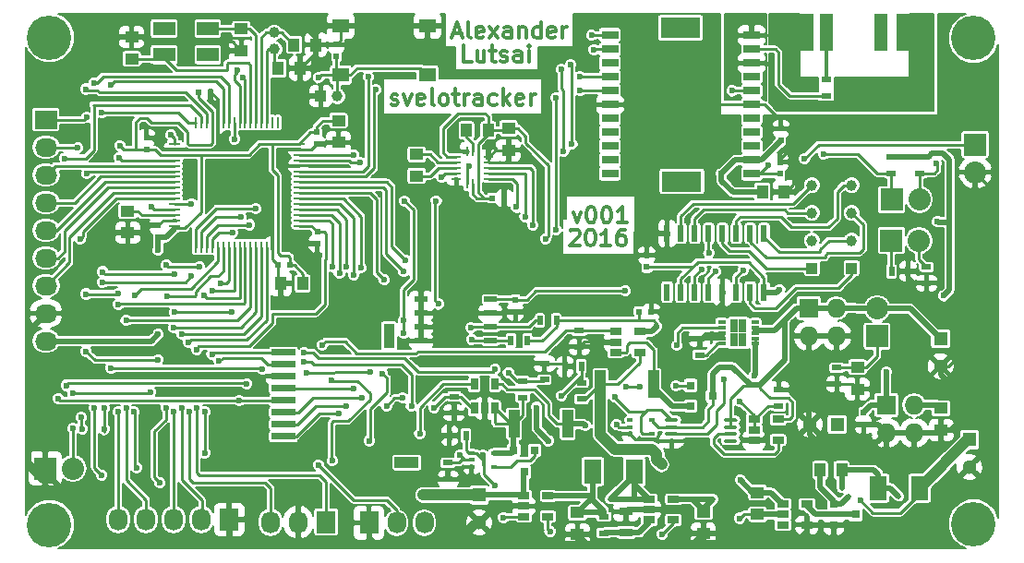
<source format=gtl>
G04 #@! TF.FileFunction,Copper,L1,Top,Signal*
%FSLAX46Y46*%
G04 Gerber Fmt 4.6, Leading zero omitted, Abs format (unit mm)*
G04 Created by KiCad (PCBNEW 4.0.2-stable) date 15/11/2016 21:17:11*
%MOMM*%
G01*
G04 APERTURE LIST*
%ADD10C,0.100000*%
%ADD11C,0.300000*%
%ADD12R,1.000000X1.000000*%
%ADD13C,1.000000*%
%ADD14R,1.727200X2.032000*%
%ADD15O,1.727200X2.032000*%
%ADD16O,1.300000X0.350000*%
%ADD17R,1.300000X1.300000*%
%ADD18C,1.300000*%
%ADD19C,4.064000*%
%ADD20R,3.650000X1.900000*%
%ADD21R,1.500000X0.800000*%
%ADD22R,2.032000X1.727200*%
%ADD23O,2.032000X1.727200*%
%ADD24R,1.000000X1.250000*%
%ADD25R,0.500000X0.600000*%
%ADD26R,1.250000X1.000000*%
%ADD27R,0.600000X0.500000*%
%ADD28R,1.600200X2.199640*%
%ADD29R,2.032000X2.032000*%
%ADD30O,2.032000X2.032000*%
%ADD31R,1.727200X1.727200*%
%ADD32O,1.727200X1.727200*%
%ADD33R,0.800100X0.800100*%
%ADD34R,0.900000X0.500000*%
%ADD35R,0.500000X0.900000*%
%ADD36R,1.300000X0.700000*%
%ADD37R,1.550000X1.300000*%
%ADD38R,1.143000X0.508000*%
%ADD39R,0.600000X1.500000*%
%ADD40R,0.850000X0.250000*%
%ADD41R,0.250000X0.850000*%
%ADD42R,1.200000X3.500000*%
%ADD43R,1.060000X0.650000*%
%ADD44R,0.650000X1.060000*%
%ADD45R,0.650000X0.300000*%
%ADD46R,0.775000X1.240000*%
%ADD47R,0.508000X0.304800*%
%ADD48R,2.000000X1.300000*%
%ADD49C,1.000760*%
%ADD50R,0.250000X1.000000*%
%ADD51R,1.000000X0.250000*%
%ADD52R,1.000000X2.500000*%
%ADD53C,0.600000*%
%ADD54C,0.500000*%
%ADD55C,0.250000*%
%ADD56C,0.500000*%
%ADD57C,1.000000*%
%ADD58C,0.200000*%
G04 APERTURE END LIST*
D10*
D11*
X66167286Y-98214571D02*
X65453000Y-98214571D01*
X65453000Y-96714571D01*
X67310143Y-97214571D02*
X67310143Y-98214571D01*
X66667286Y-97214571D02*
X66667286Y-98000286D01*
X66738714Y-98143143D01*
X66881572Y-98214571D01*
X67095857Y-98214571D01*
X67238714Y-98143143D01*
X67310143Y-98071714D01*
X67810143Y-97214571D02*
X68381572Y-97214571D01*
X68024429Y-96714571D02*
X68024429Y-98000286D01*
X68095857Y-98143143D01*
X68238715Y-98214571D01*
X68381572Y-98214571D01*
X68810143Y-98143143D02*
X68953000Y-98214571D01*
X69238715Y-98214571D01*
X69381572Y-98143143D01*
X69453000Y-98000286D01*
X69453000Y-97928857D01*
X69381572Y-97786000D01*
X69238715Y-97714571D01*
X69024429Y-97714571D01*
X68881572Y-97643143D01*
X68810143Y-97500286D01*
X68810143Y-97428857D01*
X68881572Y-97286000D01*
X69024429Y-97214571D01*
X69238715Y-97214571D01*
X69381572Y-97286000D01*
X70738715Y-98214571D02*
X70738715Y-97428857D01*
X70667286Y-97286000D01*
X70524429Y-97214571D01*
X70238715Y-97214571D01*
X70095858Y-97286000D01*
X70738715Y-98143143D02*
X70595858Y-98214571D01*
X70238715Y-98214571D01*
X70095858Y-98143143D01*
X70024429Y-98000286D01*
X70024429Y-97857429D01*
X70095858Y-97714571D01*
X70238715Y-97643143D01*
X70595858Y-97643143D01*
X70738715Y-97571714D01*
X71453001Y-98214571D02*
X71453001Y-97214571D01*
X71453001Y-96714571D02*
X71381572Y-96786000D01*
X71453001Y-96857429D01*
X71524429Y-96786000D01*
X71453001Y-96714571D01*
X71453001Y-96857429D01*
X75478001Y-112010071D02*
X75835144Y-113010071D01*
X76192286Y-112010071D01*
X77049429Y-111510071D02*
X77192286Y-111510071D01*
X77335143Y-111581500D01*
X77406572Y-111652929D01*
X77478001Y-111795786D01*
X77549429Y-112081500D01*
X77549429Y-112438643D01*
X77478001Y-112724357D01*
X77406572Y-112867214D01*
X77335143Y-112938643D01*
X77192286Y-113010071D01*
X77049429Y-113010071D01*
X76906572Y-112938643D01*
X76835143Y-112867214D01*
X76763715Y-112724357D01*
X76692286Y-112438643D01*
X76692286Y-112081500D01*
X76763715Y-111795786D01*
X76835143Y-111652929D01*
X76906572Y-111581500D01*
X77049429Y-111510071D01*
X78478000Y-111510071D02*
X78620857Y-111510071D01*
X78763714Y-111581500D01*
X78835143Y-111652929D01*
X78906572Y-111795786D01*
X78978000Y-112081500D01*
X78978000Y-112438643D01*
X78906572Y-112724357D01*
X78835143Y-112867214D01*
X78763714Y-112938643D01*
X78620857Y-113010071D01*
X78478000Y-113010071D01*
X78335143Y-112938643D01*
X78263714Y-112867214D01*
X78192286Y-112724357D01*
X78120857Y-112438643D01*
X78120857Y-112081500D01*
X78192286Y-111795786D01*
X78263714Y-111652929D01*
X78335143Y-111581500D01*
X78478000Y-111510071D01*
X80406571Y-113010071D02*
X79549428Y-113010071D01*
X79978000Y-113010071D02*
X79978000Y-111510071D01*
X79835143Y-111724357D01*
X79692285Y-111867214D01*
X79549428Y-111938643D01*
X75216072Y-113748429D02*
X75287501Y-113677000D01*
X75430358Y-113605571D01*
X75787501Y-113605571D01*
X75930358Y-113677000D01*
X76001787Y-113748429D01*
X76073215Y-113891286D01*
X76073215Y-114034143D01*
X76001787Y-114248429D01*
X75144644Y-115105571D01*
X76073215Y-115105571D01*
X77001786Y-113605571D02*
X77144643Y-113605571D01*
X77287500Y-113677000D01*
X77358929Y-113748429D01*
X77430358Y-113891286D01*
X77501786Y-114177000D01*
X77501786Y-114534143D01*
X77430358Y-114819857D01*
X77358929Y-114962714D01*
X77287500Y-115034143D01*
X77144643Y-115105571D01*
X77001786Y-115105571D01*
X76858929Y-115034143D01*
X76787500Y-114962714D01*
X76716072Y-114819857D01*
X76644643Y-114534143D01*
X76644643Y-114177000D01*
X76716072Y-113891286D01*
X76787500Y-113748429D01*
X76858929Y-113677000D01*
X77001786Y-113605571D01*
X78930357Y-115105571D02*
X78073214Y-115105571D01*
X78501786Y-115105571D02*
X78501786Y-113605571D01*
X78358929Y-113819857D01*
X78216071Y-113962714D01*
X78073214Y-114034143D01*
X80216071Y-113605571D02*
X79930357Y-113605571D01*
X79787500Y-113677000D01*
X79716071Y-113748429D01*
X79573214Y-113962714D01*
X79501785Y-114248429D01*
X79501785Y-114819857D01*
X79573214Y-114962714D01*
X79644642Y-115034143D01*
X79787500Y-115105571D01*
X80073214Y-115105571D01*
X80216071Y-115034143D01*
X80287500Y-114962714D01*
X80358928Y-114819857D01*
X80358928Y-114462714D01*
X80287500Y-114319857D01*
X80216071Y-114248429D01*
X80073214Y-114177000D01*
X79787500Y-114177000D01*
X79644642Y-114248429D01*
X79573214Y-114319857D01*
X79501785Y-114462714D01*
X64516643Y-95627000D02*
X65230929Y-95627000D01*
X64373786Y-96055571D02*
X64873786Y-94555571D01*
X65373786Y-96055571D01*
X66088072Y-96055571D02*
X65945214Y-95984143D01*
X65873786Y-95841286D01*
X65873786Y-94555571D01*
X67230928Y-95984143D02*
X67088071Y-96055571D01*
X66802357Y-96055571D01*
X66659500Y-95984143D01*
X66588071Y-95841286D01*
X66588071Y-95269857D01*
X66659500Y-95127000D01*
X66802357Y-95055571D01*
X67088071Y-95055571D01*
X67230928Y-95127000D01*
X67302357Y-95269857D01*
X67302357Y-95412714D01*
X66588071Y-95555571D01*
X67802357Y-96055571D02*
X68588071Y-95055571D01*
X67802357Y-95055571D02*
X68588071Y-96055571D01*
X69802357Y-96055571D02*
X69802357Y-95269857D01*
X69730928Y-95127000D01*
X69588071Y-95055571D01*
X69302357Y-95055571D01*
X69159500Y-95127000D01*
X69802357Y-95984143D02*
X69659500Y-96055571D01*
X69302357Y-96055571D01*
X69159500Y-95984143D01*
X69088071Y-95841286D01*
X69088071Y-95698429D01*
X69159500Y-95555571D01*
X69302357Y-95484143D01*
X69659500Y-95484143D01*
X69802357Y-95412714D01*
X70516643Y-95055571D02*
X70516643Y-96055571D01*
X70516643Y-95198429D02*
X70588071Y-95127000D01*
X70730929Y-95055571D01*
X70945214Y-95055571D01*
X71088071Y-95127000D01*
X71159500Y-95269857D01*
X71159500Y-96055571D01*
X72516643Y-96055571D02*
X72516643Y-94555571D01*
X72516643Y-95984143D02*
X72373786Y-96055571D01*
X72088072Y-96055571D01*
X71945214Y-95984143D01*
X71873786Y-95912714D01*
X71802357Y-95769857D01*
X71802357Y-95341286D01*
X71873786Y-95198429D01*
X71945214Y-95127000D01*
X72088072Y-95055571D01*
X72373786Y-95055571D01*
X72516643Y-95127000D01*
X73802357Y-95984143D02*
X73659500Y-96055571D01*
X73373786Y-96055571D01*
X73230929Y-95984143D01*
X73159500Y-95841286D01*
X73159500Y-95269857D01*
X73230929Y-95127000D01*
X73373786Y-95055571D01*
X73659500Y-95055571D01*
X73802357Y-95127000D01*
X73873786Y-95269857D01*
X73873786Y-95412714D01*
X73159500Y-95555571D01*
X74516643Y-96055571D02*
X74516643Y-95055571D01*
X74516643Y-95341286D02*
X74588071Y-95198429D01*
X74659500Y-95127000D01*
X74802357Y-95055571D01*
X74945214Y-95055571D01*
X58805786Y-102143643D02*
X58948643Y-102215071D01*
X59234358Y-102215071D01*
X59377215Y-102143643D01*
X59448643Y-102000786D01*
X59448643Y-101929357D01*
X59377215Y-101786500D01*
X59234358Y-101715071D01*
X59020072Y-101715071D01*
X58877215Y-101643643D01*
X58805786Y-101500786D01*
X58805786Y-101429357D01*
X58877215Y-101286500D01*
X59020072Y-101215071D01*
X59234358Y-101215071D01*
X59377215Y-101286500D01*
X59948644Y-101215071D02*
X60305787Y-102215071D01*
X60662929Y-101215071D01*
X61805786Y-102143643D02*
X61662929Y-102215071D01*
X61377215Y-102215071D01*
X61234358Y-102143643D01*
X61162929Y-102000786D01*
X61162929Y-101429357D01*
X61234358Y-101286500D01*
X61377215Y-101215071D01*
X61662929Y-101215071D01*
X61805786Y-101286500D01*
X61877215Y-101429357D01*
X61877215Y-101572214D01*
X61162929Y-101715071D01*
X62734358Y-102215071D02*
X62591500Y-102143643D01*
X62520072Y-102000786D01*
X62520072Y-100715071D01*
X63520072Y-102215071D02*
X63377214Y-102143643D01*
X63305786Y-102072214D01*
X63234357Y-101929357D01*
X63234357Y-101500786D01*
X63305786Y-101357929D01*
X63377214Y-101286500D01*
X63520072Y-101215071D01*
X63734357Y-101215071D01*
X63877214Y-101286500D01*
X63948643Y-101357929D01*
X64020072Y-101500786D01*
X64020072Y-101929357D01*
X63948643Y-102072214D01*
X63877214Y-102143643D01*
X63734357Y-102215071D01*
X63520072Y-102215071D01*
X64448643Y-101215071D02*
X65020072Y-101215071D01*
X64662929Y-100715071D02*
X64662929Y-102000786D01*
X64734357Y-102143643D01*
X64877215Y-102215071D01*
X65020072Y-102215071D01*
X65520072Y-102215071D02*
X65520072Y-101215071D01*
X65520072Y-101500786D02*
X65591500Y-101357929D01*
X65662929Y-101286500D01*
X65805786Y-101215071D01*
X65948643Y-101215071D01*
X67091500Y-102215071D02*
X67091500Y-101429357D01*
X67020071Y-101286500D01*
X66877214Y-101215071D01*
X66591500Y-101215071D01*
X66448643Y-101286500D01*
X67091500Y-102143643D02*
X66948643Y-102215071D01*
X66591500Y-102215071D01*
X66448643Y-102143643D01*
X66377214Y-102000786D01*
X66377214Y-101857929D01*
X66448643Y-101715071D01*
X66591500Y-101643643D01*
X66948643Y-101643643D01*
X67091500Y-101572214D01*
X68448643Y-102143643D02*
X68305786Y-102215071D01*
X68020072Y-102215071D01*
X67877214Y-102143643D01*
X67805786Y-102072214D01*
X67734357Y-101929357D01*
X67734357Y-101500786D01*
X67805786Y-101357929D01*
X67877214Y-101286500D01*
X68020072Y-101215071D01*
X68305786Y-101215071D01*
X68448643Y-101286500D01*
X69091500Y-102215071D02*
X69091500Y-100715071D01*
X69234357Y-101643643D02*
X69662928Y-102215071D01*
X69662928Y-101215071D02*
X69091500Y-101786500D01*
X70877214Y-102143643D02*
X70734357Y-102215071D01*
X70448643Y-102215071D01*
X70305786Y-102143643D01*
X70234357Y-102000786D01*
X70234357Y-101429357D01*
X70305786Y-101286500D01*
X70448643Y-101215071D01*
X70734357Y-101215071D01*
X70877214Y-101286500D01*
X70948643Y-101429357D01*
X70948643Y-101572214D01*
X70234357Y-101715071D01*
X71591500Y-102215071D02*
X71591500Y-101215071D01*
X71591500Y-101500786D02*
X71662928Y-101357929D01*
X71734357Y-101286500D01*
X71877214Y-101215071D01*
X72020071Y-101215071D01*
D12*
X52349400Y-101396800D03*
D13*
X53873400Y-101396800D03*
D14*
X56769000Y-140525500D03*
D15*
X59309000Y-140525500D03*
X61849000Y-140525500D03*
D16*
X84517250Y-131095750D03*
X84517250Y-131730750D03*
X84517250Y-132365750D03*
X84517250Y-133000750D03*
X89917250Y-133000750D03*
X89917250Y-132365750D03*
X89917250Y-131730750D03*
X89917250Y-131095750D03*
D17*
X99695000Y-131508500D03*
D18*
X97195000Y-131508500D03*
D19*
X112204500Y-140652500D03*
X112204500Y-96075500D03*
X27432000Y-96012000D03*
D20*
X85456700Y-109215800D03*
D21*
X78856700Y-95765800D03*
X78856700Y-97085800D03*
X78856700Y-98355800D03*
X78856700Y-99625800D03*
X78856700Y-100895800D03*
X78856700Y-102165800D03*
X78856700Y-103435800D03*
X78856700Y-104705800D03*
X78856700Y-105975800D03*
X78856700Y-107245800D03*
X78856700Y-108515800D03*
X91856700Y-108515800D03*
X91856700Y-107245800D03*
X91856700Y-105975800D03*
X91856700Y-104705800D03*
X91856700Y-103435800D03*
X91856700Y-102165800D03*
X91856700Y-100895800D03*
X91856700Y-99625800D03*
X91856700Y-98355800D03*
X91856700Y-97085800D03*
X91856700Y-95815800D03*
D20*
X85356700Y-95115800D03*
D22*
X27146000Y-103538000D03*
D23*
X27146000Y-106078000D03*
X27146000Y-108618000D03*
X27146000Y-111158000D03*
X27146000Y-113698000D03*
X27146000Y-116238000D03*
X27146000Y-118778000D03*
X27146000Y-121318000D03*
X27146000Y-123858000D03*
D24*
X50695100Y-118579900D03*
X48695100Y-118579900D03*
D25*
X70185280Y-120069520D03*
X70185280Y-121169520D03*
X52019200Y-114900800D03*
X52019200Y-113800800D03*
D26*
X53962300Y-103635300D03*
X53962300Y-105635300D03*
D27*
X49521200Y-116890800D03*
X48421200Y-116890800D03*
D25*
X51968400Y-104707600D03*
X51968400Y-105807600D03*
X37439600Y-114342000D03*
X37439600Y-113242000D03*
D27*
X41156800Y-100990400D03*
X42256800Y-100990400D03*
D25*
X36372800Y-106315600D03*
X36372800Y-105215600D03*
X82232500Y-117072500D03*
X82232500Y-115972500D03*
X53771800Y-97755800D03*
X53771800Y-96655800D03*
D26*
X45059600Y-95215200D03*
X45059600Y-97215200D03*
X35001200Y-97977200D03*
X35001200Y-95977200D03*
X34645600Y-111928400D03*
X34645600Y-113928400D03*
D24*
X48441100Y-98831400D03*
X50441100Y-98831400D03*
X49888900Y-96672400D03*
X51888900Y-96672400D03*
D26*
X61137800Y-108708700D03*
X61137800Y-106708700D03*
D25*
X94551500Y-105464700D03*
X94551500Y-104364700D03*
D24*
X67700400Y-104533700D03*
X65700400Y-104533700D03*
D25*
X94462600Y-108525400D03*
X94462600Y-107425400D03*
D26*
X69557900Y-104333800D03*
X69557900Y-106333800D03*
D27*
X68080800Y-110731300D03*
X69180800Y-110731300D03*
X81555500Y-121158000D03*
X82655500Y-121158000D03*
D25*
X102108000Y-130412400D03*
X102108000Y-131512400D03*
D26*
X75882500Y-139589000D03*
X75882500Y-141589000D03*
X101549200Y-126254000D03*
X101549200Y-128254000D03*
D17*
X109169200Y-123647200D03*
D18*
X109169200Y-126147200D03*
D26*
X87439500Y-139525500D03*
X87439500Y-141525500D03*
D17*
X111823500Y-132905500D03*
D18*
X111823500Y-135405500D03*
D26*
X92392500Y-139747500D03*
X92392500Y-137747500D03*
D24*
X100123500Y-135699500D03*
X98123500Y-135699500D03*
D26*
X109220000Y-130013200D03*
X109220000Y-132013200D03*
D28*
X77284580Y-135826500D03*
X81084420Y-135826500D03*
X107246420Y-137350500D03*
X103446580Y-137350500D03*
D14*
X52832000Y-140462000D03*
D15*
X50292000Y-140462000D03*
X47752000Y-140462000D03*
D14*
X43942000Y-140208000D03*
D15*
X41402000Y-140208000D03*
X38862000Y-140208000D03*
X36322000Y-140208000D03*
X33782000Y-140208000D03*
D29*
X104673400Y-114642900D03*
D30*
X107213400Y-114642900D03*
D12*
X101015800Y-117182900D03*
D13*
X101015800Y-114642900D03*
X101015800Y-112102900D03*
X101015800Y-109562900D03*
D29*
X112344200Y-105829100D03*
D30*
X112344200Y-108369100D03*
D31*
X97091500Y-120840500D03*
D32*
X99631500Y-120840500D03*
X97091500Y-123380500D03*
X99631500Y-123380500D03*
D33*
X71943000Y-133873240D03*
X70043000Y-133873240D03*
X70993000Y-135872220D03*
X86273640Y-127929600D03*
X86273640Y-129829600D03*
X88272620Y-128879600D03*
X99392740Y-138813500D03*
X99392740Y-140713500D03*
X101391720Y-139763500D03*
D34*
X104648000Y-106946000D03*
X104648000Y-108446000D03*
X107251500Y-106946000D03*
X107251500Y-108446000D03*
D35*
X73947720Y-121975880D03*
X72447720Y-121975880D03*
X71285800Y-123819920D03*
X69785800Y-123819920D03*
X106190480Y-117454680D03*
X104690480Y-117454680D03*
D34*
X107886500Y-118542500D03*
X107886500Y-117042500D03*
X76047600Y-122897200D03*
X76047600Y-124397200D03*
X70866000Y-127520000D03*
X70866000Y-129020000D03*
D35*
X64147000Y-132524500D03*
X65647000Y-132524500D03*
D34*
X64566800Y-128942400D03*
X64566800Y-130442400D03*
X64008000Y-136513000D03*
X64008000Y-135013000D03*
X78295500Y-139966000D03*
X78295500Y-141466000D03*
D36*
X80327500Y-141412000D03*
X80327500Y-139512000D03*
D34*
X87096600Y-125121100D03*
X87096600Y-123621100D03*
X99669600Y-126300800D03*
X99669600Y-127800800D03*
X76250800Y-127672400D03*
X76250800Y-129172400D03*
D35*
X74738800Y-126187200D03*
X76238800Y-126187200D03*
D34*
X94335600Y-129832800D03*
X94335600Y-128332800D03*
D37*
X54178300Y-99443100D03*
X54178300Y-94943100D03*
X62128300Y-94943100D03*
X62128300Y-99443100D03*
D38*
X67894200Y-120015000D03*
X67894200Y-121285000D03*
X67894200Y-122555000D03*
X67894200Y-123825000D03*
X61544200Y-123825000D03*
X61544200Y-122555000D03*
X61544200Y-121285000D03*
X61544200Y-120015000D03*
D39*
X92989400Y-113974900D03*
X91719400Y-113974900D03*
X90449400Y-113974900D03*
X89179400Y-113974900D03*
X87909400Y-113974900D03*
X86639400Y-113974900D03*
X85369400Y-113974900D03*
X84099400Y-113974900D03*
X84099400Y-119374900D03*
X85369400Y-119374900D03*
X86639400Y-119374900D03*
X87909400Y-119374900D03*
X89179400Y-119374900D03*
X90449400Y-119374900D03*
X91719400Y-119374900D03*
X92989400Y-119374900D03*
D40*
X64793600Y-106962700D03*
X64793600Y-107462700D03*
X64793600Y-107962700D03*
X64793600Y-108462700D03*
X64793600Y-108962700D03*
D41*
X65768600Y-109437700D03*
X66268600Y-109437700D03*
X66768600Y-109437700D03*
D40*
X67743600Y-108962700D03*
X67743600Y-108462700D03*
X67743600Y-107962700D03*
X67743600Y-107462700D03*
X67743600Y-106962700D03*
D41*
X66768600Y-106487700D03*
X66268600Y-106487700D03*
X65768600Y-106487700D03*
D42*
X98693600Y-95529400D03*
X96893600Y-95529400D03*
X103693600Y-95529400D03*
X105693600Y-95529400D03*
D43*
X79367200Y-123002000D03*
X79367200Y-123952000D03*
X79367200Y-124902000D03*
X81567200Y-124902000D03*
X81567200Y-123002000D03*
D44*
X66423500Y-130005000D03*
X67373500Y-130005000D03*
X68323500Y-130005000D03*
X68323500Y-127805000D03*
X66423500Y-127805000D03*
D43*
X70972500Y-138051500D03*
X70972500Y-139001500D03*
X70972500Y-139951500D03*
X73172500Y-139951500D03*
X73172500Y-138051500D03*
D45*
X92202600Y-124101100D03*
X92202600Y-123601100D03*
X92202600Y-123101100D03*
X92202600Y-122601100D03*
X92202600Y-122101100D03*
X89102600Y-122101100D03*
X89102600Y-122601100D03*
X89102600Y-123101100D03*
X89102600Y-123601100D03*
X89102600Y-124101100D03*
D46*
X90265100Y-122481100D03*
X90265100Y-123721100D03*
X91040100Y-122481100D03*
X91040100Y-123721100D03*
D43*
X82466000Y-138369000D03*
X82466000Y-139319000D03*
X82466000Y-140269000D03*
X84666000Y-140269000D03*
X84666000Y-138369000D03*
D47*
X80676750Y-131095750D03*
X80676750Y-132365750D03*
X82708750Y-131095750D03*
X80676750Y-131730750D03*
X82708750Y-132365750D03*
D43*
X92086250Y-131034750D03*
X92086250Y-131984750D03*
X92086250Y-132934750D03*
X94286250Y-132934750D03*
X94286250Y-131034750D03*
X94721500Y-138813500D03*
X94721500Y-139763500D03*
X94721500Y-140713500D03*
X96921500Y-140713500D03*
X96921500Y-138813500D03*
D48*
X41979600Y-95193000D03*
X37979600Y-95193000D03*
X37979600Y-97593000D03*
X41979600Y-97593000D03*
D49*
X48082200Y-97066100D03*
X48082200Y-95567500D03*
D50*
X48403200Y-103824800D03*
X47903200Y-103824800D03*
X47403200Y-103824800D03*
X46903200Y-103824800D03*
X46403200Y-103824800D03*
X45903200Y-103824800D03*
X45403200Y-103824800D03*
X44903200Y-103824800D03*
X44403200Y-103824800D03*
X43903200Y-103824800D03*
X43403200Y-103824800D03*
X42903200Y-103824800D03*
X42403200Y-103824800D03*
X41903200Y-103824800D03*
X41403200Y-103824800D03*
X40903200Y-103824800D03*
D51*
X38953200Y-105774800D03*
X38953200Y-106274800D03*
X38953200Y-106774800D03*
X38953200Y-107274800D03*
X38953200Y-107774800D03*
X38953200Y-108274800D03*
X38953200Y-108774800D03*
X38953200Y-109274800D03*
X38953200Y-109774800D03*
X38953200Y-110274800D03*
X38953200Y-110774800D03*
X38953200Y-111274800D03*
X38953200Y-111774800D03*
X38953200Y-112274800D03*
X38953200Y-112774800D03*
X38953200Y-113274800D03*
D50*
X40903200Y-115224800D03*
X41403200Y-115224800D03*
X41903200Y-115224800D03*
X42403200Y-115224800D03*
X42903200Y-115224800D03*
X43403200Y-115224800D03*
X43903200Y-115224800D03*
X44403200Y-115224800D03*
X44903200Y-115224800D03*
X45403200Y-115224800D03*
X45903200Y-115224800D03*
X46403200Y-115224800D03*
X46903200Y-115224800D03*
X47403200Y-115224800D03*
X47903200Y-115224800D03*
X48403200Y-115224800D03*
D51*
X50353200Y-113274800D03*
X50353200Y-112774800D03*
X50353200Y-112274800D03*
X50353200Y-111774800D03*
X50353200Y-111274800D03*
X50353200Y-110774800D03*
X50353200Y-110274800D03*
X50353200Y-109774800D03*
X50353200Y-109274800D03*
X50353200Y-108774800D03*
X50353200Y-108274800D03*
X50353200Y-107774800D03*
X50353200Y-107274800D03*
X50353200Y-106774800D03*
X50353200Y-106274800D03*
X50353200Y-105774800D03*
D17*
X66865500Y-137985500D03*
D18*
X66865500Y-140485500D03*
D34*
X98704400Y-99859400D03*
X98704400Y-101359400D03*
D19*
X27432000Y-140716000D03*
D47*
X66167000Y-134112000D03*
X66167000Y-135382000D03*
X68199000Y-134112000D03*
X66167000Y-134747000D03*
X68199000Y-135382000D03*
D52*
X74967000Y-131445000D03*
X70067000Y-131445000D03*
X77966400Y-127812800D03*
X82866400Y-127812800D03*
D29*
X103352600Y-123398280D03*
D30*
X103352600Y-120858280D03*
D31*
X104203500Y-129730500D03*
D32*
X104203500Y-132270500D03*
X106743500Y-129730500D03*
X106743500Y-132270500D03*
D34*
X72847200Y-125894400D03*
X72847200Y-127394400D03*
D29*
X27076400Y-135534400D03*
D30*
X29616400Y-135534400D03*
D10*
G36*
X47823120Y-132285740D02*
X50022760Y-132285740D01*
X50022760Y-132885180D01*
X47823120Y-132885180D01*
X47823120Y-132285740D01*
X47823120Y-132285740D01*
G37*
G36*
X47823120Y-131185920D02*
X50022760Y-131185920D01*
X50022760Y-131785360D01*
X47823120Y-131785360D01*
X47823120Y-131185920D01*
X47823120Y-131185920D01*
G37*
G36*
X47823120Y-130086100D02*
X50022760Y-130086100D01*
X50022760Y-130685540D01*
X47823120Y-130685540D01*
X47823120Y-130086100D01*
X47823120Y-130086100D01*
G37*
G36*
X47823120Y-128986280D02*
X50022760Y-128986280D01*
X50022760Y-129585720D01*
X47823120Y-129585720D01*
X47823120Y-128986280D01*
X47823120Y-128986280D01*
G37*
G36*
X47823120Y-127886460D02*
X50022760Y-127886460D01*
X50022760Y-128485900D01*
X47823120Y-128485900D01*
X47823120Y-127886460D01*
X47823120Y-127886460D01*
G37*
G36*
X47823120Y-126784100D02*
X50022760Y-126784100D01*
X50022760Y-127383540D01*
X47823120Y-127383540D01*
X47823120Y-126784100D01*
X47823120Y-126784100D01*
G37*
G36*
X47823120Y-125684280D02*
X50022760Y-125684280D01*
X50022760Y-126283720D01*
X47823120Y-126283720D01*
X47823120Y-125684280D01*
X47823120Y-125684280D01*
G37*
G36*
X47823120Y-124584460D02*
X50022760Y-124584460D01*
X50022760Y-125183900D01*
X47823120Y-125183900D01*
X47823120Y-124584460D01*
X47823120Y-124584460D01*
G37*
G36*
X58122820Y-122285760D02*
X59123580Y-122285760D01*
X59123580Y-124485400D01*
X58122820Y-124485400D01*
X58122820Y-122285760D01*
X58122820Y-122285760D01*
G37*
G36*
X59123580Y-134485380D02*
X61323220Y-134485380D01*
X61323220Y-135486140D01*
X59123580Y-135486140D01*
X59123580Y-134485380D01*
X59123580Y-134485380D01*
G37*
D29*
X104686100Y-110871000D03*
D30*
X107226100Y-110871000D03*
D12*
X97370900Y-117182900D03*
D13*
X97370900Y-114642900D03*
X97370900Y-112102900D03*
X97370900Y-109562900D03*
D24*
X92827600Y-110185200D03*
X94827600Y-110185200D03*
D53*
X46863000Y-128447800D03*
X44145200Y-127000000D03*
X61595000Y-110236000D03*
X30226000Y-102108000D03*
X27876500Y-100965000D03*
X61976000Y-127635000D03*
X59245500Y-127698500D03*
X40322500Y-108902500D03*
X34607500Y-104775000D03*
X50419000Y-120459500D03*
X50863500Y-121983500D03*
X59118500Y-121158000D03*
X63944500Y-121475500D03*
X76263500Y-105029000D03*
X71056500Y-106680000D03*
X63055500Y-122936000D03*
X62484000Y-125666500D03*
X55384700Y-105879900D03*
X64287400Y-105498900D03*
X62623700Y-105486200D03*
X33362900Y-95783400D03*
X47180500Y-106451400D03*
X65430400Y-136804400D03*
X36068000Y-104038400D03*
X36068000Y-114401600D03*
X35966400Y-121259600D03*
X77470000Y-123901200D03*
X85699600Y-123393200D03*
X44856400Y-129286000D03*
X108902500Y-112903000D03*
X80264000Y-119253000D03*
X109474000Y-119697500D03*
X89090500Y-108521500D03*
X94424500Y-119126000D03*
X104203500Y-126682500D03*
X56794400Y-132994400D03*
X72936100Y-114477800D03*
X58013600Y-126834900D03*
X33909000Y-105918000D03*
X73202800Y-132994400D03*
X72136000Y-129946400D03*
X83159600Y-122529600D03*
X37439600Y-123240800D03*
X28295600Y-129133600D03*
X37439600Y-115519200D03*
X61417200Y-132334000D03*
X30886400Y-103327200D03*
X30886400Y-108508800D03*
X30276800Y-114503200D03*
X30073600Y-106121200D03*
X40995600Y-124612400D03*
X40995600Y-129946400D03*
X52133500Y-99695000D03*
X45199300Y-99695000D03*
X83616800Y-135178800D03*
X90805000Y-136588500D03*
D54*
X88328500Y-138366500D03*
D53*
X93345000Y-107759500D03*
X96710500Y-107124500D03*
X79451200Y-131521200D03*
X90779600Y-140106400D03*
X101803200Y-138430000D03*
D54*
X100139500Y-137350500D03*
X105346500Y-138112500D03*
X100774500Y-138112500D03*
D53*
X54660800Y-129794000D03*
X54711600Y-117043200D03*
X56083200Y-129032000D03*
X56032400Y-117144800D03*
X55372000Y-128219200D03*
X55372000Y-117754400D03*
X43027600Y-125679200D03*
X43129200Y-118567200D03*
X42367200Y-125069600D03*
X42367200Y-119227600D03*
X54000400Y-130454400D03*
X54051200Y-117652800D03*
D54*
X78867000Y-138366500D03*
D53*
X40233600Y-123952000D03*
X40284400Y-130352800D03*
X52120800Y-135229600D03*
X35458400Y-135483600D03*
X35204400Y-130352800D03*
X35306000Y-119634000D03*
X37592000Y-136855200D03*
X38150800Y-129946400D03*
X38227000Y-119735600D03*
X34493200Y-129946400D03*
X34493200Y-121970800D03*
X39573200Y-129946400D03*
X39624000Y-123240800D03*
X38862000Y-122631200D03*
X38862000Y-130352800D03*
X33782000Y-120497600D03*
X33782000Y-130352800D03*
D13*
X61722000Y-137972800D03*
D53*
X74422000Y-98933000D03*
X74612500Y-106426000D03*
X98425000Y-106680000D03*
X44716700Y-98983800D03*
X108775500Y-107569000D03*
X75374500Y-105791000D03*
X75247500Y-98488500D03*
X44411900Y-105308400D03*
X84899500Y-127952500D03*
X89344500Y-127381000D03*
X62928500Y-110998000D03*
X63119000Y-120459500D03*
X66103500Y-122618500D03*
X55930800Y-107442000D03*
X63423800Y-108788200D03*
X66167000Y-123698000D03*
X59944000Y-121983500D03*
X59944000Y-123126500D03*
X60007500Y-110998000D03*
X55372000Y-106781600D03*
X65976500Y-107835700D03*
X52476400Y-124206000D03*
X37439600Y-125577600D03*
X30835600Y-124790200D03*
X30835600Y-119532400D03*
X33782000Y-119481600D03*
X33883600Y-107035600D03*
X69545200Y-126746000D03*
X59842400Y-129082800D03*
X58369200Y-129794000D03*
X28854400Y-107086400D03*
X29006800Y-127914400D03*
X45567600Y-127762000D03*
X53340000Y-127406400D03*
X53390800Y-134823200D03*
X67208400Y-134315200D03*
X53390800Y-116992400D03*
X68326000Y-137109200D03*
X83667600Y-141579600D03*
X73355200Y-141325600D03*
X32258000Y-102870000D03*
X32359600Y-117500400D03*
X38912800Y-117703600D03*
X38963600Y-121208800D03*
X44196000Y-121208800D03*
X50800000Y-125730000D03*
X60655200Y-129844800D03*
X62738000Y-129946400D03*
X65125600Y-134315200D03*
X41706800Y-134112000D03*
X41706800Y-130352800D03*
X41656000Y-119684800D03*
X76606400Y-131622800D03*
X92100400Y-127000000D03*
X38608000Y-104952800D03*
X41249600Y-117043200D03*
X38201600Y-116890800D03*
X50800000Y-124917200D03*
X68326000Y-126441200D03*
X74422000Y-128879600D03*
X33121600Y-100330000D03*
X33121600Y-126339600D03*
X46990000Y-126441200D03*
X51003200Y-126746000D03*
X56845200Y-126695200D03*
X80314800Y-128016000D03*
X81635600Y-128016000D03*
X90779600Y-129387600D03*
X31546800Y-100177600D03*
X31597600Y-129946400D03*
X32258000Y-136144000D03*
X69088000Y-140055600D03*
X79298800Y-128981200D03*
X30480000Y-131927600D03*
X30378400Y-130860800D03*
X30835600Y-100736400D03*
X84988400Y-124256800D03*
X32461200Y-131927600D03*
X32461200Y-129997200D03*
X32308800Y-118465600D03*
X40487600Y-117906800D03*
X40487600Y-111252000D03*
X46380400Y-111709200D03*
X70269100Y-111569500D03*
X45059600Y-112471200D03*
X71069200Y-112445800D03*
X45821600Y-113182400D03*
X71793100Y-113220500D03*
X90043000Y-100901500D03*
X44246800Y-113893600D03*
X73914000Y-101536500D03*
X73914000Y-113652300D03*
X57378600Y-100787200D03*
X76111100Y-100888800D03*
X76098400Y-99618800D03*
X56692800Y-99631500D03*
X58166000Y-118237000D03*
X88519000Y-117475000D03*
X87249000Y-117284500D03*
X59944000Y-117475000D03*
X60134500Y-116459000D03*
X91059000Y-117348000D03*
X29616400Y-128625600D03*
X36728400Y-128524000D03*
X29616400Y-131876800D03*
X36830000Y-111506000D03*
X87919560Y-115757960D03*
X77393800Y-97104200D03*
X77190600Y-95808800D03*
D55*
X36068000Y-114401600D02*
X36068000Y-113597600D01*
X36068000Y-113597600D02*
X36423600Y-113242000D01*
X46863000Y-128447800D02*
X46863000Y-127083820D01*
X46863000Y-127083820D02*
X46863000Y-127152400D01*
X46863000Y-127152400D02*
X46863000Y-127083820D01*
X52349400Y-101396800D02*
X51079400Y-101396800D01*
X51079400Y-101396800D02*
X50441100Y-100758500D01*
X94827600Y-110185200D02*
X94983300Y-110185200D01*
X94983300Y-110185200D02*
X95694500Y-109474000D01*
X44229020Y-127083820D02*
X46736000Y-127083820D01*
X44145200Y-127000000D02*
X44229020Y-127083820D01*
X46736000Y-127083820D02*
X46863000Y-127083820D01*
X46863000Y-127083820D02*
X48922940Y-127083820D01*
X29432250Y-99091750D02*
X29432250Y-101314250D01*
X29432250Y-101314250D02*
X30226000Y-102108000D01*
X33362900Y-95783400D02*
X32740600Y-95783400D01*
X27876500Y-100647500D02*
X27876500Y-100965000D01*
X32740600Y-95783400D02*
X29432250Y-99091750D01*
X29432250Y-99091750D02*
X27876500Y-100647500D01*
X63373000Y-121285000D02*
X63754000Y-121285000D01*
X49847500Y-120332500D02*
X49847500Y-120307100D01*
X49872900Y-120307100D02*
X49847500Y-120332500D01*
X50266600Y-120307100D02*
X49872900Y-120307100D01*
X50419000Y-120459500D02*
X50266600Y-120307100D01*
X52133500Y-121983500D02*
X50863500Y-121983500D01*
X52514500Y-121602500D02*
X52133500Y-121983500D01*
X58674000Y-121602500D02*
X52514500Y-121602500D01*
X59118500Y-121158000D02*
X58674000Y-121602500D01*
X63754000Y-121285000D02*
X63944500Y-121475500D01*
X42903200Y-103824800D02*
X42903200Y-101636800D01*
X42903200Y-101636800D02*
X42256800Y-100990400D01*
X89179400Y-119374900D02*
X89179400Y-120180100D01*
X88201500Y-121158000D02*
X82655500Y-121158000D01*
X89179400Y-120180100D02*
X88201500Y-121158000D01*
X71526400Y-113919000D02*
X71526400Y-117309900D01*
X72707500Y-118491000D02*
X81089500Y-118491000D01*
X71526400Y-117309900D02*
X72707500Y-118491000D01*
X54178300Y-94943100D02*
X62128300Y-94943100D01*
X69557900Y-106333800D02*
X70710300Y-106333800D01*
X77666200Y-102165800D02*
X78856700Y-102165800D01*
X76708000Y-103124000D02*
X77666200Y-102165800D01*
X76708000Y-104584500D02*
X76708000Y-103124000D01*
X76263500Y-105029000D02*
X76708000Y-104584500D01*
X70710300Y-106333800D02*
X71056500Y-106680000D01*
X70185280Y-121169520D02*
X69330480Y-121169520D01*
X69215000Y-121285000D02*
X67894200Y-121285000D01*
X69330480Y-121169520D02*
X69215000Y-121285000D01*
X81851500Y-120078500D02*
X72326500Y-120078500D01*
X71235480Y-121169520D02*
X70185280Y-121169520D01*
X72326500Y-120078500D02*
X71235480Y-121169520D01*
X72847200Y-125894400D02*
X69569900Y-125894400D01*
X62674500Y-122555000D02*
X61544200Y-122555000D01*
X63055500Y-122936000D02*
X62674500Y-122555000D01*
X69342000Y-125666500D02*
X62484000Y-125666500D01*
X69569900Y-125894400D02*
X69342000Y-125666500D01*
X82232500Y-115972500D02*
X81639500Y-115972500D01*
X81639500Y-115972500D02*
X81089500Y-116522500D01*
X81089500Y-116522500D02*
X81089500Y-118491000D01*
X82655500Y-120311000D02*
X82655500Y-121158000D01*
X82423000Y-120078500D02*
X82655500Y-120311000D01*
X81788000Y-120078500D02*
X81851500Y-120078500D01*
X81089500Y-118491000D02*
X81089500Y-119380000D01*
X81089500Y-119380000D02*
X81788000Y-120078500D01*
X81851500Y-120078500D02*
X82423000Y-120078500D01*
X82655500Y-121158000D02*
X83185000Y-121158000D01*
X83185000Y-121158000D02*
X83820000Y-121793000D01*
X83820000Y-121793000D02*
X83820000Y-125031500D01*
X83820000Y-125031500D02*
X84328000Y-125539500D01*
X84328000Y-125539500D02*
X85407500Y-125539500D01*
X85407500Y-125539500D02*
X85699600Y-125247400D01*
X85699600Y-125247400D02*
X85699600Y-123393200D01*
X84099400Y-113974900D02*
X84099400Y-115417600D01*
X83544500Y-115972500D02*
X82232500Y-115972500D01*
X84099400Y-115417600D02*
X83544500Y-115972500D01*
X95233400Y-107425400D02*
X94462600Y-107425400D01*
X95694500Y-107886500D02*
X95233400Y-107425400D01*
X95694500Y-109474000D02*
X95694500Y-107886500D01*
X94996000Y-110172500D02*
X95694500Y-109474000D01*
X94462600Y-107425400D02*
X94462600Y-107149900D01*
X94462600Y-107149900D02*
X95440500Y-106172000D01*
X95440500Y-106172000D02*
X95440500Y-104838500D01*
X95440500Y-104838500D02*
X94966700Y-104364700D01*
X94966700Y-104364700D02*
X94551500Y-104364700D01*
X91856700Y-102165800D02*
X93021800Y-102165800D01*
X94551500Y-103695500D02*
X94551500Y-104364700D01*
X93021800Y-102165800D02*
X94551500Y-103695500D01*
X91856700Y-102165800D02*
X78856700Y-102165800D01*
X109169200Y-126147200D02*
X109882300Y-126147200D01*
X109882300Y-126147200D02*
X113792000Y-122237500D01*
X113792000Y-109816900D02*
X112344200Y-108369100D01*
X113792000Y-122237500D02*
X113792000Y-120015000D01*
X113792000Y-120015000D02*
X113792000Y-109816900D01*
X107886500Y-118542500D02*
X107886500Y-119189500D01*
X110680500Y-125349000D02*
X109882300Y-126147200D01*
X110680500Y-121983500D02*
X110680500Y-125349000D01*
X107886500Y-119189500D02*
X110680500Y-121983500D01*
X106190480Y-117454680D02*
X106190480Y-117874480D01*
X106190480Y-117874480D02*
X106858500Y-118542500D01*
X106858500Y-118542500D02*
X107886500Y-118542500D01*
X61544200Y-121285000D02*
X61544200Y-120015000D01*
X61544200Y-122555000D02*
X61544200Y-121285000D01*
X61544200Y-123825000D02*
X61544200Y-122555000D01*
X67894200Y-121285000D02*
X63373000Y-121285000D01*
X63373000Y-121285000D02*
X61544200Y-121285000D01*
X55397400Y-105867200D02*
X55397400Y-105143300D01*
X55384700Y-105879900D02*
X55397400Y-105867200D01*
X69180800Y-110731300D02*
X69180800Y-111573400D01*
X69180800Y-111573400D02*
X69773800Y-112166400D01*
X64793600Y-110236000D02*
X61595000Y-110236000D01*
X61595000Y-110236000D02*
X60045600Y-110236000D01*
X65276200Y-106487700D02*
X65818598Y-106487700D01*
X64287400Y-105498900D02*
X65276200Y-106487700D01*
X59817000Y-105486200D02*
X62623700Y-105486200D01*
X59639200Y-105664000D02*
X59817000Y-105486200D01*
X59639200Y-109829600D02*
X59639200Y-105664000D01*
X60045600Y-110236000D02*
X59639200Y-109829600D01*
X65818598Y-106487700D02*
X65768600Y-106487700D01*
X69342000Y-107462700D02*
X71813800Y-107462700D01*
X64793600Y-111377200D02*
X64793600Y-110236000D01*
X64793600Y-110236000D02*
X64793600Y-108962700D01*
X65366900Y-111950500D02*
X64793600Y-111377200D01*
X69557900Y-111950500D02*
X65366900Y-111950500D01*
X71526400Y-113919000D02*
X69773800Y-112166400D01*
X69773800Y-112166400D02*
X69557900Y-111950500D01*
X72326500Y-113919000D02*
X71526400Y-113919000D01*
X72491600Y-113753900D02*
X72326500Y-113919000D01*
X72491600Y-108140500D02*
X72491600Y-113753900D01*
X71813800Y-107462700D02*
X72491600Y-108140500D01*
X67743600Y-106962700D02*
X67743600Y-107462700D01*
X67743600Y-107462700D02*
X69342000Y-107462700D01*
X69342000Y-107462700D02*
X69384800Y-107462700D01*
X69384800Y-107462700D02*
X69557900Y-107289600D01*
X69557900Y-107289600D02*
X69557900Y-106333800D01*
X69557900Y-106333800D02*
X68372500Y-106333800D01*
X68372500Y-106333800D02*
X67743600Y-106962700D01*
X54178300Y-94943100D02*
X54178300Y-96249300D01*
X54178300Y-96249300D02*
X53771800Y-96655800D01*
X42903200Y-106273600D02*
X45504100Y-106273600D01*
X46837600Y-104940100D02*
X49784000Y-104940100D01*
X45504100Y-106273600D02*
X46837600Y-104940100D01*
X49568100Y-114900800D02*
X50448300Y-114900800D01*
X50448300Y-114900800D02*
X51993800Y-116446300D01*
X51993800Y-116446300D02*
X51993800Y-120002300D01*
X51993800Y-120002300D02*
X51689000Y-120307100D01*
X51689000Y-120307100D02*
X49847500Y-120307100D01*
X48695100Y-119992900D02*
X48695100Y-118579900D01*
X49847500Y-120307100D02*
X49009300Y-120307100D01*
X49009300Y-120307100D02*
X48695100Y-119992900D01*
X49047400Y-107774800D02*
X49047400Y-114414300D01*
X49533900Y-114900800D02*
X49568100Y-114900800D01*
X49568100Y-114900800D02*
X52019200Y-114900800D01*
X49047400Y-114414300D02*
X49533900Y-114900800D01*
X48421200Y-116890800D02*
X48421200Y-118306000D01*
X48421200Y-118306000D02*
X48695100Y-118579900D01*
X51888900Y-96672400D02*
X51888900Y-95735900D01*
X52681700Y-94943100D02*
X54178300Y-94943100D01*
X51888900Y-95735900D02*
X52681700Y-94943100D01*
X33556700Y-95977200D02*
X35001200Y-95977200D01*
X33362900Y-95783400D02*
X33556700Y-95977200D01*
X51888900Y-96672400D02*
X51888900Y-96110300D01*
X51888900Y-96110300D02*
X51117500Y-95338900D01*
X51117500Y-95338900D02*
X49479200Y-95338900D01*
X49479200Y-95338900D02*
X48183800Y-94043500D01*
X48183800Y-94043500D02*
X35166300Y-94043500D01*
X35166300Y-94043500D02*
X35001200Y-94208600D01*
X35001200Y-94208600D02*
X35001200Y-95977200D01*
X47903200Y-115224800D02*
X47903200Y-108812400D01*
X47180500Y-108089700D02*
X47180500Y-106451400D01*
X47903200Y-108812400D02*
X47180500Y-108089700D01*
X53962300Y-105635300D02*
X52140700Y-105635300D01*
X52140700Y-105635300D02*
X51968400Y-105807600D01*
X50441100Y-102577900D02*
X55029100Y-102577900D01*
X55029100Y-102577900D02*
X55397400Y-102946200D01*
X55397400Y-102946200D02*
X55397400Y-105143300D01*
X55070500Y-105635300D02*
X53962300Y-105635300D01*
X55397400Y-105143300D02*
X55397400Y-105308400D01*
X55397400Y-105308400D02*
X55070500Y-105635300D01*
X50441100Y-104283000D02*
X50441100Y-102577900D01*
X49784000Y-104940100D02*
X50441100Y-104283000D01*
X50441100Y-102577900D02*
X50441100Y-100758500D01*
X50441100Y-100758500D02*
X50441100Y-98831400D01*
X51888900Y-96672400D02*
X51888900Y-97383600D01*
X51888900Y-97383600D02*
X50441100Y-98831400D01*
X35001200Y-95977200D02*
X35893500Y-95977200D01*
X35893500Y-95977200D02*
X36322000Y-96405700D01*
X36322000Y-96405700D02*
X44250100Y-96405700D01*
X44250100Y-96405700D02*
X45059600Y-97215200D01*
X65139000Y-136513000D02*
X64008000Y-136513000D01*
X65430400Y-136804400D02*
X65139000Y-136513000D01*
X48922940Y-127083820D02*
X26027380Y-127083820D01*
X26027380Y-127083820D02*
X25527000Y-127584200D01*
D56*
X27076400Y-135534400D02*
X26111200Y-135534400D01*
X26111200Y-135534400D02*
X25527000Y-134950200D01*
X27076400Y-135534400D02*
X27076400Y-136436100D01*
X27076400Y-136436100D02*
X26797000Y-136715500D01*
X31115000Y-141160500D02*
X31115000Y-139979400D01*
X27851100Y-136715500D02*
X26797000Y-136715500D01*
X31115000Y-139979400D02*
X27851100Y-136715500D01*
D55*
X36372800Y-104343200D02*
X36372800Y-105215600D01*
X36068000Y-104038400D02*
X36372800Y-104343200D01*
X50353200Y-107774800D02*
X49047400Y-107774800D01*
X49047400Y-107774800D02*
X48948400Y-107774800D01*
X48564800Y-107391200D02*
X48564800Y-106274800D01*
X48948400Y-107774800D02*
X48564800Y-107391200D01*
X42903200Y-103824800D02*
X42903200Y-104940100D01*
X42903200Y-104940100D02*
X42903200Y-106273600D01*
X42903200Y-106273600D02*
X42903200Y-106274800D01*
X42926000Y-106222800D02*
X42926000Y-106274800D01*
X42926000Y-106252000D02*
X42926000Y-106222800D01*
X42903200Y-106274800D02*
X42926000Y-106252000D01*
X36372800Y-105215600D02*
X36838800Y-105215600D01*
X36838800Y-105215600D02*
X37898000Y-106274800D01*
X37898000Y-106274800D02*
X38953200Y-106274800D01*
X38953200Y-106274800D02*
X42926000Y-106274800D01*
X48564800Y-106274800D02*
X50353200Y-106274800D01*
X36068000Y-114401600D02*
X36068000Y-113588800D01*
X27146000Y-121318000D02*
X35923200Y-121216400D01*
X36423600Y-113242000D02*
X36414800Y-113242000D01*
X35923200Y-121216400D02*
X35966400Y-121259600D01*
X34645600Y-113928400D02*
X35728400Y-113928400D01*
X35728400Y-113928400D02*
X36068000Y-113588800D01*
X36068000Y-113588800D02*
X36414800Y-113242000D01*
X36414800Y-113242000D02*
X37439600Y-113242000D01*
X50353200Y-106274800D02*
X51501200Y-106274800D01*
X51501200Y-106274800D02*
X51968400Y-105807600D01*
X38953200Y-112774800D02*
X37906800Y-112774800D01*
X37906800Y-112774800D02*
X37439600Y-113242000D01*
D56*
X109169200Y-126147200D02*
X109169200Y-126898400D01*
X109169200Y-126898400D02*
X110998000Y-128727200D01*
X110998000Y-128727200D02*
X110998000Y-131165600D01*
X110998000Y-131165600D02*
X110150400Y-132013200D01*
X110150400Y-132013200D02*
X109220000Y-132013200D01*
X87096600Y-123621100D02*
X87402100Y-123621100D01*
X87402100Y-123621100D02*
X87680800Y-123342400D01*
X87680800Y-123342400D02*
X89102600Y-123342400D01*
X86130700Y-123621100D02*
X87096600Y-123621100D01*
X85699600Y-123393200D02*
X85927500Y-123621100D01*
X85927500Y-123621100D02*
X86130700Y-123621100D01*
X86207600Y-123698000D02*
X86207600Y-123621100D01*
X86130700Y-123621100D02*
X86207600Y-123698000D01*
D55*
X72847200Y-125894400D02*
X74446000Y-125894400D01*
X74446000Y-125894400D02*
X74738800Y-126187200D01*
D56*
X102108000Y-131512400D02*
X103445400Y-131512400D01*
X103445400Y-131512400D02*
X104203500Y-132270500D01*
X106743500Y-132270500D02*
X108962700Y-132270500D01*
X108962700Y-132270500D02*
X109220000Y-132013200D01*
X104203500Y-132270500D02*
X106743500Y-132270500D01*
X97195000Y-131508500D02*
X97195000Y-132450200D01*
X103327200Y-133146800D02*
X104203500Y-132270500D01*
X97891600Y-133146800D02*
X103327200Y-133146800D01*
X97195000Y-132450200D02*
X97891600Y-133146800D01*
X97091500Y-127812800D02*
X99657600Y-127812800D01*
X99657600Y-127812800D02*
X99669600Y-127800800D01*
X97091500Y-123380500D02*
X97091500Y-127812800D01*
X97091500Y-127812800D02*
X97091500Y-131405000D01*
X97091500Y-131405000D02*
X97195000Y-131508500D01*
D55*
X99669600Y-127800800D02*
X101096000Y-127800800D01*
X101096000Y-127800800D02*
X101549200Y-128254000D01*
X74738800Y-126187200D02*
X74738800Y-124448000D01*
X74789600Y-124397200D02*
X76047600Y-124397200D01*
X74738800Y-124448000D02*
X74789600Y-124397200D01*
X94335600Y-128332800D02*
X97066800Y-128332800D01*
X97195000Y-128461000D02*
X97195000Y-131508500D01*
X97066800Y-128332800D02*
X97195000Y-128461000D01*
X77470000Y-123901200D02*
X76543600Y-123901200D01*
X76543600Y-123901200D02*
X76047600Y-124397200D01*
D11*
X77520800Y-123952000D02*
X79367200Y-123952000D01*
X77470000Y-123901200D02*
X77520800Y-123952000D01*
X85927500Y-123621100D02*
X86207600Y-123621100D01*
X86207600Y-123621100D02*
X87096600Y-123621100D01*
D55*
X84517250Y-133000750D02*
X83267550Y-133000750D01*
X81203800Y-132892800D02*
X80676750Y-132365750D01*
X83159600Y-132892800D02*
X81203800Y-132892800D01*
X83267550Y-133000750D02*
X83159600Y-132892800D01*
X64566800Y-130442400D02*
X64566800Y-131267200D01*
X64566800Y-131267200D02*
X64147000Y-131687000D01*
X47903200Y-115224800D02*
X47903200Y-116330800D01*
X47903200Y-116330800D02*
X48421200Y-116848800D01*
X48421200Y-116848800D02*
X48421200Y-116890800D01*
D56*
X88804750Y-134715250D02*
X87725250Y-134715250D01*
X89789000Y-140779500D02*
X89789000Y-135699500D01*
X89789000Y-135699500D02*
X88804750Y-134715250D01*
X87439500Y-141525500D02*
X89043000Y-141525500D01*
X89043000Y-141525500D02*
X89789000Y-140779500D01*
X95885000Y-142367000D02*
X86296500Y-142367000D01*
X86296500Y-142367000D02*
X86233000Y-142430500D01*
X96921500Y-140713500D02*
X96921500Y-141330500D01*
X96921500Y-141330500D02*
X95885000Y-142367000D01*
X95885000Y-142367000D02*
X95821500Y-142430500D01*
D55*
X95821500Y-142430500D02*
X86233000Y-142430500D01*
X96921500Y-141330500D02*
X95821500Y-142430500D01*
X88582500Y-134715250D02*
X88804750Y-134715250D01*
X89789000Y-140779500D02*
X89043000Y-141525500D01*
X88804750Y-134715250D02*
X89789000Y-135699500D01*
D56*
X99392740Y-140713500D02*
X106515500Y-140713500D01*
X106515500Y-140713500D02*
X111823500Y-135405500D01*
D55*
X64147000Y-132524500D02*
X64147000Y-131687000D01*
X67373500Y-130873500D02*
X67373500Y-130005000D01*
X66992500Y-131254500D02*
X67373500Y-130873500D01*
X64579500Y-131254500D02*
X66992500Y-131254500D01*
X64147000Y-131687000D02*
X64579500Y-131254500D01*
D56*
X56769000Y-142430500D02*
X56769000Y-140525500D01*
X50292000Y-142430500D02*
X50292000Y-140462000D01*
X44005500Y-142430500D02*
X44005500Y-140271500D01*
X44005500Y-140271500D02*
X43942000Y-140208000D01*
X77279500Y-142430500D02*
X56769000Y-142430500D01*
X56769000Y-142430500D02*
X50292000Y-142430500D01*
X50292000Y-142430500D02*
X44005500Y-142430500D01*
X44005500Y-142430500D02*
X32385000Y-142430500D01*
X32385000Y-142430500D02*
X31115000Y-141160500D01*
X66865500Y-140485500D02*
X66397500Y-140485500D01*
X66397500Y-140485500D02*
X64452500Y-142430500D01*
X68349500Y-139001500D02*
X66865500Y-140485500D01*
D55*
X66397500Y-140485500D02*
X64452500Y-142430500D01*
X64452500Y-142430500D02*
X63817500Y-142430500D01*
X68580000Y-139001500D02*
X67096000Y-140485500D01*
X67096000Y-140485500D02*
X66865500Y-140485500D01*
X64008000Y-136513000D02*
X64718500Y-136513000D01*
X64718500Y-136513000D02*
X65278000Y-135953500D01*
X65278000Y-135953500D02*
X65278000Y-135572500D01*
X65278000Y-135572500D02*
X65468500Y-135382000D01*
X65468500Y-135382000D02*
X66167000Y-135382000D01*
X64147000Y-132524500D02*
X63690500Y-132524500D01*
X63690500Y-132524500D02*
X62674500Y-133540500D01*
X62674500Y-133540500D02*
X62674500Y-135890000D01*
X62674500Y-135890000D02*
X63297500Y-136513000D01*
X63297500Y-136513000D02*
X64008000Y-136513000D01*
X76708000Y-142430500D02*
X63817500Y-142430500D01*
X63817500Y-142430500D02*
X57594500Y-142430500D01*
X57594500Y-142430500D02*
X57531000Y-142494000D01*
D56*
X25527000Y-135445500D02*
X25527000Y-134950200D01*
X25527000Y-134950200D02*
X25527000Y-127584200D01*
X25527000Y-127584200D02*
X25527000Y-122937000D01*
X25527000Y-122937000D02*
X27146000Y-121318000D01*
X26797000Y-136715500D02*
X25527000Y-135445500D01*
D55*
X44704000Y-142494000D02*
X32448500Y-142494000D01*
X32448500Y-142494000D02*
X31115000Y-141160500D01*
X26319500Y-121318000D02*
X27146000Y-121318000D01*
X50800000Y-142494000D02*
X44704000Y-142494000D01*
X44704000Y-142494000D02*
X44640500Y-142494000D01*
X43942000Y-141795500D02*
X43942000Y-140208000D01*
X44640500Y-142494000D02*
X43942000Y-141795500D01*
X57531000Y-142494000D02*
X50800000Y-142494000D01*
X50800000Y-142494000D02*
X50673000Y-142494000D01*
X50673000Y-142494000D02*
X50292000Y-142113000D01*
X50292000Y-142113000D02*
X50292000Y-140462000D01*
X56769000Y-141732000D02*
X56769000Y-140525500D01*
X57531000Y-142494000D02*
X56769000Y-141732000D01*
X92086250Y-132934750D02*
X92680750Y-132934750D01*
X86010750Y-133000750D02*
X84517250Y-133000750D01*
X87725250Y-134715250D02*
X86010750Y-133000750D01*
X94329250Y-134715250D02*
X88582500Y-134715250D01*
X88582500Y-134715250D02*
X87725250Y-134715250D01*
X95408750Y-133635750D02*
X94329250Y-134715250D01*
X95408750Y-132492750D02*
X95408750Y-133635750D01*
X95027750Y-132111750D02*
X95408750Y-132492750D01*
X93503750Y-132111750D02*
X95027750Y-132111750D01*
X92680750Y-132934750D02*
X93503750Y-132111750D01*
X89102600Y-123601100D02*
X89102600Y-123342400D01*
X89102600Y-123342400D02*
X89102600Y-123101100D01*
X89102600Y-123101100D02*
X87616600Y-123101100D01*
X87616600Y-123101100D02*
X87096600Y-123621100D01*
X87096600Y-123621100D02*
X89082600Y-123621100D01*
X89082600Y-123621100D02*
X89102600Y-123601100D01*
D56*
X86042500Y-141160500D02*
X84772500Y-142430500D01*
X84836000Y-142367000D02*
X84836000Y-142430500D01*
X84772500Y-142430500D02*
X84836000Y-142367000D01*
X75882500Y-141589000D02*
X75882500Y-141605000D01*
X75882500Y-141605000D02*
X76708000Y-142430500D01*
X76708000Y-142430500D02*
X77279500Y-142430500D01*
X77279500Y-142430500D02*
X84836000Y-142430500D01*
X84836000Y-142430500D02*
X86233000Y-142430500D01*
X86233000Y-142430500D02*
X86534500Y-142430500D01*
X86534500Y-142430500D02*
X87439500Y-141525500D01*
X82466000Y-139319000D02*
X80520500Y-139319000D01*
X80520500Y-139319000D02*
X80327500Y-139512000D01*
X87439500Y-141525500D02*
X86407500Y-141525500D01*
X86407500Y-141525500D02*
X86042500Y-141160500D01*
X85788500Y-139319000D02*
X82466000Y-139319000D01*
X86042500Y-139573000D02*
X85788500Y-139319000D01*
X86042500Y-141160500D02*
X86042500Y-139573000D01*
X99392740Y-140713500D02*
X96921500Y-140713500D01*
D55*
X43942000Y-140208000D02*
X43942000Y-141224000D01*
D56*
X70972500Y-139001500D02*
X68349500Y-139001500D01*
D55*
X70972500Y-139001500D02*
X68580000Y-139001500D01*
D56*
X89090500Y-108521500D02*
X89090500Y-109156500D01*
X90119200Y-110185200D02*
X92827600Y-110185200D01*
X89090500Y-109156500D02*
X90119200Y-110185200D01*
D55*
X92814900Y-110172500D02*
X92827600Y-110185200D01*
X44856400Y-129286000D02*
X48922940Y-129286000D01*
X42403200Y-103314500D02*
X42403200Y-102791700D01*
X41156800Y-101545300D02*
X41156800Y-100990400D01*
X42403200Y-102791700D02*
X41156800Y-101545300D01*
D56*
X108966000Y-112966500D02*
X109982000Y-112966500D01*
X108902500Y-112903000D02*
X108966000Y-112966500D01*
X104203500Y-129730500D02*
X104203500Y-126682500D01*
X107251500Y-106946000D02*
X108065000Y-106946000D01*
X108065000Y-106946000D02*
X108394500Y-106616500D01*
D55*
X70185280Y-120069520D02*
X71255980Y-120069520D01*
X72072500Y-119253000D02*
X80264000Y-119253000D01*
X71255980Y-120069520D02*
X72072500Y-119253000D01*
X67894200Y-120015000D02*
X70130760Y-120015000D01*
X70130760Y-120015000D02*
X70185280Y-120069520D01*
X81555500Y-121158000D02*
X81555500Y-121898500D01*
X81555500Y-121898500D02*
X81478120Y-121975880D01*
X82232500Y-117072500D02*
X86445000Y-117072500D01*
X86445000Y-117072500D02*
X86931500Y-116586000D01*
X85369400Y-119374900D02*
X85369400Y-118148100D01*
X92989400Y-118008400D02*
X92989400Y-119374900D01*
X91567000Y-116586000D02*
X92989400Y-118008400D01*
X86931500Y-116586000D02*
X91567000Y-116586000D01*
X85369400Y-118148100D02*
X86931500Y-116586000D01*
X93980000Y-106045000D02*
X93980000Y-106036200D01*
X93980000Y-106036200D02*
X94551500Y-105464700D01*
D56*
X104648000Y-106946000D02*
X107251500Y-106946000D01*
D55*
X108065000Y-106946000D02*
X108394500Y-106616500D01*
D56*
X108394500Y-106616500D02*
X109410500Y-106616500D01*
X109982000Y-107188000D02*
X109982000Y-112966500D01*
X109410500Y-106616500D02*
X109982000Y-107188000D01*
X109982000Y-112966500D02*
X109982000Y-119189500D01*
X109982000Y-119189500D02*
X109474000Y-119697500D01*
X90805000Y-107251500D02*
X90805000Y-107245800D01*
D55*
X90799300Y-107245800D02*
X90805000Y-107251500D01*
D56*
X90366200Y-107245800D02*
X90799300Y-107245800D01*
X89090500Y-108521500D02*
X90366200Y-107245800D01*
X94175600Y-119374900D02*
X92989400Y-119374900D01*
X94424500Y-119126000D02*
X94175600Y-119374900D01*
X90805000Y-107245800D02*
X91856700Y-107245800D01*
X91856700Y-107245800D02*
X92779200Y-107245800D01*
X92779200Y-107245800D02*
X93980000Y-106045000D01*
X93980000Y-106045000D02*
X94551500Y-105473500D01*
D55*
X94551500Y-105473500D02*
X94551500Y-105464700D01*
X71285800Y-123819920D02*
X72623680Y-123819920D01*
X73947720Y-122495880D02*
X73947720Y-121975880D01*
X72623680Y-123819920D02*
X73947720Y-122495880D01*
X83159600Y-122529600D02*
X83159600Y-122295920D01*
X82839560Y-121975880D02*
X81478120Y-121975880D01*
X81478120Y-121975880D02*
X73947720Y-121975880D01*
X83159600Y-122295920D02*
X82839560Y-121975880D01*
X66268600Y-109437700D02*
X66268600Y-110363000D01*
X66636900Y-110731300D02*
X68080800Y-110731300D01*
X66268600Y-110363000D02*
X66636900Y-110731300D01*
X69557900Y-104333800D02*
X70399400Y-104333800D01*
X71145400Y-105079800D02*
X70399400Y-104333800D01*
X71145400Y-105664000D02*
X71145400Y-105079800D01*
X73240900Y-107759500D02*
X71145400Y-105664000D01*
X73240900Y-114173000D02*
X73240900Y-107759500D01*
X72936100Y-114477800D02*
X73240900Y-114173000D01*
X58394600Y-127215900D02*
X58013600Y-126834900D01*
X58394600Y-128574800D02*
X58394600Y-127215900D01*
X56883300Y-130086100D02*
X58394600Y-128574800D01*
X56883300Y-132905500D02*
X56883300Y-130086100D01*
X56883300Y-132905500D02*
X56794400Y-132994400D01*
X66768600Y-109437700D02*
X66768600Y-110215300D01*
X67284600Y-110731300D02*
X68080800Y-110731300D01*
X66768600Y-110215300D02*
X67284600Y-110731300D01*
X64793600Y-106962700D02*
X63947800Y-106962700D01*
X67700400Y-103247700D02*
X67700400Y-104533700D01*
X67398900Y-102946200D02*
X67700400Y-103247700D01*
X64960500Y-102946200D02*
X67398900Y-102946200D01*
X63550800Y-104355900D02*
X64960500Y-102946200D01*
X63550800Y-106565700D02*
X63550800Y-104355900D01*
X63947800Y-106962700D02*
X63550800Y-106565700D01*
X67700400Y-104533700D02*
X67700400Y-104816400D01*
X67700400Y-104816400D02*
X66768600Y-105748200D01*
X66768600Y-105748200D02*
X66768600Y-106487700D01*
X67700400Y-104533700D02*
X69358000Y-104533700D01*
X69358000Y-104533700D02*
X69557900Y-104333800D01*
X66768600Y-109437700D02*
X66768600Y-106487700D01*
X43484800Y-106774800D02*
X45752200Y-106774800D01*
X45752200Y-106774800D02*
X46752200Y-105774800D01*
X51968400Y-104707600D02*
X51968400Y-104190800D01*
X52523900Y-103635300D02*
X53962300Y-103635300D01*
X51968400Y-104190800D02*
X52523900Y-103635300D01*
X49521200Y-116890800D02*
X49911000Y-116890800D01*
X50695100Y-117674900D02*
X50695100Y-118579900D01*
X49911000Y-116890800D02*
X50695100Y-117674900D01*
X36372800Y-106315600D02*
X34306600Y-106315600D01*
X34306600Y-106315600D02*
X33909000Y-105918000D01*
X48403200Y-115224800D02*
X48403200Y-108613900D01*
X47891700Y-108102400D02*
X47891700Y-105774800D01*
X48403200Y-108613900D02*
X47891700Y-108102400D01*
X41249600Y-106774800D02*
X43484800Y-106774800D01*
X46752200Y-105774800D02*
X47891700Y-105774800D01*
X47891700Y-105774800D02*
X50353200Y-105774800D01*
X38953200Y-113512600D02*
X39878000Y-113512600D01*
X41376600Y-112014000D02*
X41376600Y-106774800D01*
X39878000Y-113512600D02*
X41376600Y-112014000D01*
D56*
X73202800Y-132994400D02*
X72136000Y-131927600D01*
X72136000Y-131927600D02*
X72136000Y-129946400D01*
X82687200Y-123002000D02*
X81567200Y-123002000D01*
X83159600Y-122529600D02*
X82687200Y-123002000D01*
X36423600Y-123858000D02*
X36822400Y-123858000D01*
X36822400Y-123858000D02*
X37439600Y-123240800D01*
D55*
X48922940Y-129286000D02*
X28448000Y-129286000D01*
X28448000Y-129286000D02*
X28295600Y-129133600D01*
X36372800Y-106315600D02*
X35500400Y-106315600D01*
X42403200Y-105678800D02*
X42403200Y-103824800D01*
X42257202Y-105824798D02*
X42403200Y-105678800D01*
X40241998Y-105824798D02*
X42257202Y-105824798D01*
X40132000Y-105714800D02*
X40241998Y-105824798D01*
X40132000Y-104648000D02*
X40132000Y-105714800D01*
X39268400Y-103784400D02*
X40132000Y-104648000D01*
X36779200Y-103784400D02*
X39268400Y-103784400D01*
X36372800Y-103378000D02*
X36779200Y-103784400D01*
X35763200Y-103378000D02*
X36372800Y-103378000D01*
X35407600Y-103733600D02*
X35763200Y-103378000D01*
X35407600Y-106222800D02*
X35407600Y-103733600D01*
X35500400Y-106315600D02*
X35407600Y-106222800D01*
X36372800Y-106315600D02*
X37176800Y-106315600D01*
X37636000Y-106774800D02*
X38953200Y-106774800D01*
X37176800Y-106315600D02*
X37636000Y-106774800D01*
X38953200Y-106774800D02*
X41249600Y-106774800D01*
X41249600Y-106774800D02*
X41376600Y-106774800D01*
D56*
X27146000Y-123858000D02*
X36423600Y-123858000D01*
X37439600Y-115519200D02*
X37439600Y-114342000D01*
D55*
X42403200Y-103824800D02*
X42403200Y-103314500D01*
X50353200Y-105774800D02*
X50353200Y-105755200D01*
X50353200Y-105755200D02*
X51400800Y-104707600D01*
X51400800Y-104707600D02*
X51968400Y-104707600D01*
X38953200Y-113274800D02*
X38953200Y-113512600D01*
X38953200Y-113512600D02*
X38953200Y-113548400D01*
D56*
X38953200Y-113548400D02*
X38159600Y-114342000D01*
X38159600Y-114342000D02*
X37439600Y-114342000D01*
X104203500Y-129730500D02*
X102789900Y-129730500D01*
X102789900Y-129730500D02*
X102108000Y-130412400D01*
D55*
X66423500Y-127805000D02*
X63558600Y-127805000D01*
X61417200Y-129946400D02*
X61417200Y-132334000D01*
X63558600Y-127805000D02*
X61417200Y-129946400D01*
X48403200Y-115224800D02*
X48403200Y-115764000D01*
X48403200Y-115764000D02*
X48666400Y-116027200D01*
X48666400Y-116027200D02*
X49377600Y-116027200D01*
X49377600Y-116027200D02*
X49521200Y-116170800D01*
X49521200Y-116170800D02*
X49521200Y-116890800D01*
X38953200Y-108274800D02*
X31120400Y-108274800D01*
X30675600Y-103538000D02*
X27146000Y-103538000D01*
X30886400Y-103327200D02*
X30675600Y-103538000D01*
X31120400Y-108274800D02*
X30886400Y-108508800D01*
X30581600Y-113792000D02*
X30581600Y-114198400D01*
X30581600Y-114198400D02*
X30276800Y-114503200D01*
X38953200Y-110774800D02*
X33598800Y-110774800D01*
X30030400Y-106078000D02*
X27146000Y-106078000D01*
X30073600Y-106121200D02*
X30030400Y-106078000D01*
X33598800Y-110774800D02*
X30581600Y-113792000D01*
X38953200Y-107774800D02*
X27989200Y-107774800D01*
X27989200Y-107774800D02*
X27146000Y-108618000D01*
X38953200Y-108774800D02*
X32144400Y-108774800D01*
X29761200Y-111158000D02*
X27146000Y-111158000D01*
X32144400Y-108774800D02*
X29761200Y-111158000D01*
X38953200Y-109274800D02*
X32558800Y-109274800D01*
X32558800Y-109274800D02*
X28135600Y-113698000D01*
X28135600Y-113698000D02*
X27146000Y-113698000D01*
X38953200Y-109774800D02*
X32820800Y-109774800D01*
X28237200Y-116238000D02*
X27146000Y-116238000D01*
X28854400Y-115620800D02*
X28237200Y-116238000D01*
X28854400Y-113741200D02*
X28854400Y-115620800D01*
X32820800Y-109774800D02*
X28854400Y-113741200D01*
X27146000Y-116238000D02*
X27221200Y-116238000D01*
X38953200Y-110274800D02*
X33336800Y-110274800D01*
X29304402Y-116619598D02*
X27146000Y-118778000D01*
X29304402Y-114307198D02*
X29304402Y-116619598D01*
X33336800Y-110274800D02*
X29304402Y-114307198D01*
X52698650Y-116414550D02*
X52698650Y-120529350D01*
X51892200Y-121335800D02*
X47904400Y-121335800D01*
X52698650Y-120529350D02*
X51892200Y-121335800D01*
X40995600Y-129946400D02*
X40995600Y-135940800D01*
X52688400Y-113800800D02*
X52832000Y-113944400D01*
X52832000Y-113944400D02*
X52832000Y-116281200D01*
X52832000Y-116281200D02*
X52698650Y-116414550D01*
X47904400Y-121335800D02*
X47904400Y-122174000D01*
X47904400Y-122174000D02*
X45770800Y-124307600D01*
X45770800Y-124307600D02*
X41097200Y-124307600D01*
X41097200Y-124307600D02*
X40843200Y-124612400D01*
X40843200Y-124612400D02*
X40995600Y-124612400D01*
X52222400Y-136144000D02*
X52832000Y-136753600D01*
X41198800Y-136144000D02*
X52222400Y-136144000D01*
X40995600Y-135940800D02*
X41198800Y-136144000D01*
X52832000Y-136753600D02*
X52832000Y-140462000D01*
X52019200Y-113800800D02*
X52688400Y-113800800D01*
X50353200Y-113274800D02*
X51493200Y-113274800D01*
X51493200Y-113274800D02*
X52019200Y-113800800D01*
X53873400Y-101396800D02*
X53873400Y-99748000D01*
X53873400Y-99748000D02*
X54178300Y-99443100D01*
X54178300Y-99443100D02*
X55052400Y-99443100D01*
X55689500Y-98806000D02*
X61491200Y-98806000D01*
X55052400Y-99443100D02*
X55689500Y-98806000D01*
X61491200Y-98806000D02*
X62128300Y-99443100D01*
X53771800Y-97755800D02*
X53771800Y-99036600D01*
X53771800Y-99036600D02*
X54178300Y-99443100D01*
X45403200Y-103824800D02*
X45403200Y-99898900D01*
X52385400Y-99443100D02*
X54178300Y-99443100D01*
X52133500Y-99695000D02*
X52385400Y-99443100D01*
X45403200Y-99898900D02*
X45199300Y-99695000D01*
X46403200Y-103824800D02*
X46403200Y-95806200D01*
X46403200Y-95806200D02*
X45974000Y-95377000D01*
X45812200Y-95215200D02*
X45059600Y-95215200D01*
X45974000Y-95377000D02*
X45812200Y-95215200D01*
X41979600Y-95193000D02*
X45037400Y-95193000D01*
X45037400Y-95193000D02*
X45059600Y-95215200D01*
X43751500Y-98983800D02*
X43751500Y-98425000D01*
X45897800Y-98552000D02*
X45897800Y-99199700D01*
X45681900Y-98336100D02*
X45897800Y-98552000D01*
X43840400Y-98336100D02*
X45681900Y-98336100D01*
X43751500Y-98425000D02*
X43840400Y-98336100D01*
X43738800Y-98983800D02*
X43751500Y-98983800D01*
X45897800Y-101701600D02*
X45903200Y-101701600D01*
X45903200Y-101701600D02*
X45903200Y-103824800D01*
X45897800Y-99199700D02*
X45897800Y-101701600D01*
X37979600Y-97593000D02*
X37979600Y-97872800D01*
X37979600Y-97872800D02*
X39090600Y-98983800D01*
X39090600Y-98983800D02*
X43738800Y-98983800D01*
X35001200Y-97977200D02*
X37595400Y-97977200D01*
X37595400Y-97977200D02*
X37979600Y-97593000D01*
X34645600Y-111928400D02*
X35576000Y-111928400D01*
X35972398Y-112324798D02*
X38953200Y-112324798D01*
X35576000Y-111928400D02*
X35972398Y-112324798D01*
X38953200Y-112324798D02*
X38953200Y-112274800D01*
X48082200Y-97066100D02*
X48082200Y-98472500D01*
X48082200Y-98472500D02*
X48441100Y-98831400D01*
X48082200Y-97066100D02*
X47528902Y-97066100D01*
X47403200Y-97191802D02*
X47403200Y-103824800D01*
X47528902Y-97066100D02*
X47403200Y-97191802D01*
X48082200Y-95567500D02*
X48784000Y-95567500D01*
X48784000Y-95567500D02*
X49888900Y-96672400D01*
X48082200Y-95567500D02*
X47345600Y-95567500D01*
X46888400Y-96024700D02*
X46888400Y-103789602D01*
X47345600Y-95567500D02*
X46888400Y-96024700D01*
X46888400Y-103789602D02*
X46853202Y-103824800D01*
X46853202Y-103824800D02*
X46903200Y-103824800D01*
X76250800Y-129172400D02*
X76606800Y-129172400D01*
X76606800Y-129172400D02*
X77966400Y-127812800D01*
X81567200Y-124902000D02*
X81567200Y-125849200D01*
X79603600Y-127812800D02*
X77966400Y-127812800D01*
X81567200Y-125849200D02*
X79603600Y-127812800D01*
D57*
X77966400Y-132424000D02*
X77966400Y-127812800D01*
X79298800Y-133756400D02*
X77966400Y-132424000D01*
X82702400Y-133756400D02*
X79298800Y-133756400D01*
X83159600Y-134213600D02*
X82702400Y-133756400D01*
X83159600Y-134721600D02*
X83159600Y-134213600D01*
X83616800Y-135178800D02*
X83159600Y-134721600D01*
D56*
X92392500Y-137747500D02*
X91964000Y-137747500D01*
X91964000Y-137747500D02*
X90805000Y-136588500D01*
X87439500Y-139525500D02*
X87439500Y-139382500D01*
X87439500Y-139382500D02*
X86426000Y-138369000D01*
X87439500Y-139525500D02*
X87439500Y-139255500D01*
X87439500Y-139255500D02*
X88328500Y-138366500D01*
X88326000Y-138369000D02*
X86426000Y-138369000D01*
X86426000Y-138369000D02*
X84666000Y-138369000D01*
X88328500Y-138366500D02*
X88326000Y-138369000D01*
X92392500Y-137747500D02*
X93655500Y-137747500D01*
X93655500Y-137747500D02*
X94721500Y-138813500D01*
D55*
X94721500Y-138813500D02*
X94490500Y-138813500D01*
X94490500Y-138813500D02*
X93424500Y-137747500D01*
X93424500Y-137747500D02*
X92392500Y-137747500D01*
X63322200Y-107962700D02*
X63169800Y-107962700D01*
X63169800Y-107962700D02*
X62423800Y-108708700D01*
X61137800Y-108708700D02*
X62423800Y-108708700D01*
X63322200Y-107962700D02*
X64793600Y-107962700D01*
X64793600Y-107462700D02*
X63101600Y-107462700D01*
X62347600Y-106708700D02*
X61137800Y-106708700D01*
X63101600Y-107462700D02*
X62347600Y-106708700D01*
X66268600Y-106487700D02*
X66268600Y-105727500D01*
X65700400Y-105159300D02*
X65700400Y-104533700D01*
X66268600Y-105727500D02*
X65700400Y-105159300D01*
X112344200Y-105829100D02*
X98005900Y-105829100D01*
X93345000Y-107759500D02*
X92588700Y-108515800D01*
X98005900Y-105829100D02*
X96710500Y-107124500D01*
X92588700Y-108515800D02*
X91856700Y-108515800D01*
X94462600Y-108525400D02*
X91866300Y-108525400D01*
X91866300Y-108525400D02*
X91856700Y-108515800D01*
D56*
X73172500Y-138051500D02*
X77284580Y-138051500D01*
D55*
X77089000Y-137985500D02*
X77284580Y-137985500D01*
X77218580Y-137985500D02*
X77089000Y-137985500D01*
X77284580Y-138051500D02*
X77218580Y-137985500D01*
D56*
X77284580Y-138303000D02*
X77168500Y-138303000D01*
X77168500Y-138303000D02*
X75882500Y-139589000D01*
X75882500Y-139589000D02*
X77918500Y-139589000D01*
X77918500Y-139589000D02*
X78295500Y-139966000D01*
X78295500Y-139966000D02*
X78295500Y-139446000D01*
X77284580Y-138435080D02*
X77284580Y-138303000D01*
X77284580Y-138303000D02*
X77284580Y-137985500D01*
X77284580Y-137985500D02*
X77284580Y-135826500D01*
X78295500Y-139446000D02*
X77284580Y-138435080D01*
D55*
X103352600Y-123398280D02*
X103352600Y-125267720D01*
X102366320Y-126254000D02*
X101549200Y-126254000D01*
X103352600Y-125267720D02*
X102366320Y-126254000D01*
X101549200Y-126254000D02*
X99716400Y-126254000D01*
X99716400Y-126254000D02*
X99669600Y-126300800D01*
X101565200Y-126238000D02*
X101549200Y-126254000D01*
X80676750Y-131730750D02*
X79660750Y-131730750D01*
X79660750Y-131730750D02*
X79451200Y-131521200D01*
D56*
X106743500Y-129730500D02*
X108937300Y-129730500D01*
X108937300Y-129730500D02*
X109220000Y-130013200D01*
D55*
X107246420Y-137350500D02*
X107246420Y-137863580D01*
X107246420Y-137863580D02*
X105511600Y-139598400D01*
X91138500Y-139747500D02*
X92392500Y-139747500D01*
X90779600Y-140106400D02*
X91138500Y-139747500D01*
X102971600Y-139598400D02*
X101803200Y-138430000D01*
X105511600Y-139598400D02*
X102971600Y-139598400D01*
D57*
X111823500Y-132905500D02*
X111691420Y-132905500D01*
X111691420Y-132905500D02*
X107246420Y-137350500D01*
D56*
X92392500Y-139747500D02*
X94705500Y-139747500D01*
X94705500Y-139747500D02*
X94721500Y-139763500D01*
D55*
X94705500Y-139747500D02*
X94721500Y-139763500D01*
X94594500Y-139890500D02*
X94721500Y-139763500D01*
D56*
X100123500Y-135699500D02*
X100123500Y-137334500D01*
X100123500Y-137334500D02*
X100139500Y-137350500D01*
X103446580Y-137350500D02*
X104584500Y-137350500D01*
X104584500Y-137350500D02*
X105346500Y-138112500D01*
X100123500Y-135699500D02*
X103060500Y-135699500D01*
X103446580Y-136085580D02*
X103446580Y-137350500D01*
X103060500Y-135699500D02*
X103446580Y-136085580D01*
X99392740Y-138813500D02*
X100073500Y-138813500D01*
X100073500Y-138813500D02*
X100774500Y-138112500D01*
X99392740Y-138813500D02*
X99392740Y-138508740D01*
X99392740Y-138508740D02*
X98123500Y-137239500D01*
X98123500Y-137239500D02*
X98123500Y-135699500D01*
D55*
X48922940Y-131485640D02*
X50175160Y-131485640D01*
X51866800Y-129794000D02*
X54660800Y-129794000D01*
X50175160Y-131485640D02*
X51866800Y-129794000D01*
X53812000Y-111774800D02*
X50353200Y-111774800D01*
X54711600Y-117043200D02*
X54711600Y-112674400D01*
X54711600Y-112674400D02*
X53812000Y-111774800D01*
X48922940Y-130385820D02*
X50258980Y-130385820D01*
X51612800Y-129032000D02*
X56083200Y-129032000D01*
X50258980Y-130385820D02*
X51612800Y-129032000D01*
X50353200Y-110774800D02*
X54386800Y-110774800D01*
X56032400Y-112420400D02*
X56032400Y-117144800D01*
X54386800Y-110774800D02*
X56032400Y-112420400D01*
X50353200Y-111274800D02*
X54124800Y-111274800D01*
X55338980Y-128186180D02*
X48922940Y-128186180D01*
X55372000Y-128219200D02*
X55338980Y-128186180D01*
X55372000Y-112522000D02*
X55372000Y-117754400D01*
X54124800Y-111274800D02*
X55372000Y-112522000D01*
X46126400Y-125374400D02*
X46888400Y-125374400D01*
X46888400Y-125374400D02*
X47498000Y-125984000D01*
X43383200Y-125374400D02*
X43027600Y-125679200D01*
X46126400Y-125374400D02*
X43383200Y-125374400D01*
X43903200Y-115224800D02*
X43903200Y-118301200D01*
X47498000Y-125984000D02*
X48922940Y-125984000D01*
X43637200Y-118567200D02*
X43129200Y-118567200D01*
X43903200Y-118301200D02*
X43637200Y-118567200D01*
X44403200Y-115224800D02*
X44403200Y-119223600D01*
X42552620Y-124884180D02*
X48922940Y-124884180D01*
X42367200Y-125069600D02*
X42552620Y-124884180D01*
X44399200Y-119227600D02*
X42367200Y-119227600D01*
X44403200Y-119223600D02*
X44399200Y-119227600D01*
X48922940Y-132585460D02*
X50091340Y-132585460D01*
X50091340Y-132585460D02*
X52222400Y-130454400D01*
X52222400Y-130454400D02*
X54000400Y-130454400D01*
X50353200Y-112274800D02*
X53296000Y-112274800D01*
X54051200Y-113030000D02*
X54051200Y-117652800D01*
X53296000Y-112274800D02*
X54051200Y-113030000D01*
D56*
X81084420Y-135826500D02*
X81084420Y-136987420D01*
X81084420Y-136987420D02*
X82466000Y-138369000D01*
X81084420Y-135826500D02*
X81084420Y-136149080D01*
X81084420Y-136149080D02*
X78867000Y-138366500D01*
X81084420Y-135826500D02*
X81084420Y-138369000D01*
X81089500Y-138303000D02*
X81089500Y-138369000D01*
X81089500Y-138363920D02*
X81089500Y-138303000D01*
X81084420Y-138369000D02*
X81089500Y-138363920D01*
X82466000Y-138369000D02*
X81089500Y-138369000D01*
X81089500Y-138369000D02*
X78869500Y-138369000D01*
X78869500Y-138369000D02*
X78867000Y-138366500D01*
D55*
X47752000Y-140462000D02*
X47752000Y-137363200D01*
X47403200Y-121913200D02*
X47403200Y-115224800D01*
X45567600Y-123748800D02*
X47403200Y-121913200D01*
X40436800Y-123748800D02*
X45567600Y-123748800D01*
X40233600Y-123952000D02*
X40436800Y-123748800D01*
X40284400Y-136499600D02*
X40284400Y-130352800D01*
X40640000Y-136855200D02*
X40284400Y-136499600D01*
X47244000Y-136855200D02*
X40640000Y-136855200D01*
X47752000Y-137363200D02*
X47244000Y-136855200D01*
X42903200Y-115224800D02*
X42903200Y-116558000D01*
X59309000Y-139369800D02*
X59309000Y-140525500D01*
X58369200Y-138430000D02*
X59309000Y-139369800D01*
X55321200Y-138430000D02*
X58369200Y-138430000D01*
X52120800Y-135229600D02*
X55321200Y-138430000D01*
X35255200Y-135280400D02*
X35458400Y-135483600D01*
X35255200Y-130403600D02*
X35255200Y-135280400D01*
X35204400Y-130352800D02*
X35255200Y-130403600D01*
X35915600Y-119024400D02*
X35306000Y-119634000D01*
X40436800Y-119024400D02*
X35915600Y-119024400D01*
X42903200Y-116558000D02*
X40436800Y-119024400D01*
X38150800Y-129946400D02*
X38150800Y-131064000D01*
X37084000Y-136347200D02*
X37592000Y-136855200D01*
X37084000Y-132130800D02*
X37084000Y-136347200D01*
X38150800Y-131064000D02*
X37084000Y-132130800D01*
X38227000Y-119735600D02*
X40792400Y-119735600D01*
X40792400Y-119735600D02*
X40894000Y-119634000D01*
X40894000Y-119634000D02*
X40894000Y-119278400D01*
X40894000Y-119278400D02*
X42265600Y-117906800D01*
X42265600Y-117906800D02*
X42926000Y-117906800D01*
X42926000Y-117906800D02*
X43403200Y-117429600D01*
X43403200Y-117429600D02*
X43403200Y-115224800D01*
X45903200Y-115224800D02*
X45903200Y-120720800D01*
X36322000Y-138430000D02*
X36322000Y-140208000D01*
X34493200Y-136601200D02*
X36322000Y-138430000D01*
X34493200Y-129946400D02*
X34493200Y-136601200D01*
X44653200Y-121970800D02*
X34493200Y-121970800D01*
X45903200Y-120720800D02*
X44653200Y-121970800D01*
X46903200Y-115224800D02*
X46903200Y-121600400D01*
X41452800Y-138430000D02*
X41402000Y-140208000D01*
X39624000Y-136601200D02*
X41452800Y-138430000D01*
X39624000Y-129997200D02*
X39624000Y-136601200D01*
X39573200Y-129946400D02*
X39624000Y-129997200D01*
X45262800Y-123240800D02*
X39624000Y-123240800D01*
X46903200Y-121600400D02*
X45262800Y-123240800D01*
X38862000Y-140208000D02*
X38862000Y-130352800D01*
X46403200Y-121186000D02*
X46403200Y-115224800D01*
X45008800Y-122580400D02*
X46403200Y-121186000D01*
X38912800Y-122580400D02*
X45008800Y-122580400D01*
X38862000Y-122631200D02*
X38912800Y-122580400D01*
X45262800Y-120446800D02*
X45313600Y-120446800D01*
X45313600Y-120446800D02*
X45403200Y-120357200D01*
X44754800Y-120446800D02*
X45262800Y-120446800D01*
X45313600Y-120446800D02*
X45403200Y-120357200D01*
X33782000Y-140208000D02*
X33782000Y-130352800D01*
X33832800Y-120446800D02*
X44754800Y-120446800D01*
X33782000Y-120497600D02*
X33832800Y-120446800D01*
X45403200Y-120357200D02*
X45403200Y-115224800D01*
D57*
X61734700Y-137985500D02*
X66865500Y-137985500D01*
X61722000Y-137972800D02*
X61734700Y-137985500D01*
D56*
X70972500Y-138051500D02*
X70972500Y-135892720D01*
X70906500Y-137985500D02*
X70972500Y-138051500D01*
X70972500Y-135892720D02*
X70993000Y-135872220D01*
X66865500Y-137985500D02*
X70906500Y-137985500D01*
D55*
X104648000Y-108446000D02*
X103366000Y-108446000D01*
X74422000Y-100711000D02*
X74422000Y-98933000D01*
X74612500Y-100901500D02*
X74422000Y-100711000D01*
X74612500Y-106426000D02*
X74612500Y-100901500D01*
X101600000Y-106680000D02*
X98425000Y-106680000D01*
X103366000Y-108446000D02*
X101600000Y-106680000D01*
X104648000Y-108446000D02*
X104648000Y-110832900D01*
X104648000Y-110832900D02*
X104686100Y-110871000D01*
X44903200Y-100414900D02*
X44450000Y-99961700D01*
X44450000Y-99961700D02*
X44450000Y-99408402D01*
X44450000Y-99408402D02*
X44716700Y-99141702D01*
X44716700Y-99141702D02*
X44716700Y-98983800D01*
X44903200Y-103824800D02*
X44903200Y-100414900D01*
X104673400Y-114642900D02*
X104673400Y-117437600D01*
X104673400Y-117437600D02*
X104690480Y-117454680D01*
X107213400Y-114642900D02*
X107213400Y-116369400D01*
X107213400Y-116369400D02*
X107886500Y-117042500D01*
X108597000Y-108446000D02*
X107251500Y-108446000D01*
X108902500Y-108140500D02*
X108597000Y-108446000D01*
X108902500Y-107696000D02*
X108902500Y-108140500D01*
X108775500Y-107569000D02*
X108902500Y-107696000D01*
X75374500Y-98615500D02*
X75374500Y-105791000D01*
X75247500Y-98488500D02*
X75374500Y-98615500D01*
X107251500Y-108446000D02*
X107251500Y-110845600D01*
X107251500Y-110845600D02*
X107226100Y-110871000D01*
X44403200Y-103824800D02*
X44403200Y-105299700D01*
X44403200Y-105299700D02*
X44411900Y-105308400D01*
X91719400Y-119374900D02*
X91719400Y-120380760D01*
X101015800Y-117810280D02*
X101015800Y-117182900D01*
X99806760Y-119019320D02*
X101015800Y-117810280D01*
X95905320Y-119019320D02*
X99806760Y-119019320D01*
X94076520Y-120848120D02*
X95905320Y-119019320D01*
X92186760Y-120848120D02*
X94076520Y-120848120D01*
X91719400Y-120380760D02*
X92186760Y-120848120D01*
X98155760Y-115697000D02*
X98155760Y-115443000D01*
X98955860Y-114642900D02*
X101015800Y-114642900D01*
X98155760Y-115443000D02*
X98955860Y-114642900D01*
X92989400Y-113974900D02*
X92989400Y-114294920D01*
X92989400Y-114294920D02*
X94391480Y-115697000D01*
X94391480Y-115697000D02*
X98155760Y-115697000D01*
X98582480Y-116184680D02*
X98582480Y-115981480D01*
X98816160Y-115747800D02*
X101742240Y-115747800D01*
X98582480Y-115981480D02*
X98816160Y-115747800D01*
X91719400Y-113974900D02*
X91719400Y-114716560D01*
X91719400Y-114716560D02*
X93187520Y-116184680D01*
X93187520Y-116184680D02*
X98582480Y-116184680D01*
X101742240Y-115747800D02*
X102092760Y-115397280D01*
X102092760Y-115397280D02*
X102092760Y-113179860D01*
X102092760Y-113179860D02*
X101015800Y-112102900D01*
X90449400Y-113974900D02*
X90449400Y-112836960D01*
X100317300Y-109562900D02*
X101015800Y-109562900D01*
X99684840Y-110195360D02*
X100317300Y-109562900D01*
X99684840Y-112649000D02*
X99684840Y-110195360D01*
X98907600Y-113426240D02*
X99684840Y-112649000D01*
X95478600Y-113426240D02*
X98907600Y-113426240D01*
X94518480Y-112466120D02*
X95478600Y-113426240D01*
X90820240Y-112466120D02*
X94518480Y-112466120D01*
X90449400Y-112836960D02*
X90820240Y-112466120D01*
X68199000Y-135382000D02*
X69748400Y-135382000D01*
X71943000Y-134406600D02*
X71943000Y-133873240D01*
X71526400Y-134823200D02*
X71943000Y-134406600D01*
X70307200Y-134823200D02*
X71526400Y-134823200D01*
X69748400Y-135382000D02*
X70307200Y-134823200D01*
X84517250Y-132365750D02*
X87788750Y-132365750D01*
X84922400Y-127929600D02*
X86273640Y-127929600D01*
X84899500Y-127952500D02*
X84922400Y-127929600D01*
X89344500Y-129540000D02*
X89344500Y-127381000D01*
X88646000Y-130238500D02*
X89344500Y-129540000D01*
X88646000Y-131508500D02*
X88646000Y-130238500D01*
X87788750Y-132365750D02*
X88646000Y-131508500D01*
X86273640Y-127929600D02*
X86375200Y-127929600D01*
D56*
X82866400Y-127812800D02*
X82866400Y-128129200D01*
X82866400Y-128129200D02*
X84566800Y-129829600D01*
X84566800Y-129829600D02*
X86273640Y-129829600D01*
D55*
X82866400Y-127812800D02*
X82866400Y-124674800D01*
X80330000Y-124902000D02*
X79367200Y-124902000D01*
X80416400Y-124815600D02*
X80330000Y-124902000D01*
X80416400Y-124256800D02*
X80416400Y-124815600D01*
X80670400Y-124002800D02*
X80416400Y-124256800D01*
X82194400Y-124002800D02*
X80670400Y-124002800D01*
X82866400Y-124674800D02*
X82194400Y-124002800D01*
D56*
X83007200Y-127812800D02*
X82866400Y-127812800D01*
X82881640Y-127828040D02*
X82866400Y-127812800D01*
X97726500Y-139763500D02*
X101391720Y-139763500D01*
X96921500Y-138813500D02*
X96921500Y-138958500D01*
X96921500Y-138958500D02*
X97726500Y-139763500D01*
D55*
X96921500Y-138958500D02*
X97726500Y-139763500D01*
X67894200Y-122555000D02*
X66167000Y-122555000D01*
X62801500Y-111125000D02*
X62928500Y-110998000D01*
X62801500Y-120142000D02*
X62801500Y-111125000D01*
X63119000Y-120459500D02*
X62801500Y-120142000D01*
X66167000Y-122555000D02*
X66103500Y-122618500D01*
X67894200Y-122555000D02*
X71465440Y-122555000D01*
X72044560Y-121975880D02*
X72447720Y-121975880D01*
X71465440Y-122555000D02*
X72044560Y-121975880D01*
X53581300Y-107274800D02*
X54950800Y-107274800D01*
X53071200Y-107274800D02*
X50353200Y-107274800D01*
X53071200Y-107274800D02*
X53581300Y-107274800D01*
X54950800Y-107274800D02*
X55118000Y-107442000D01*
X55118000Y-107442000D02*
X55930800Y-107442000D01*
X64793600Y-108462700D02*
X63749300Y-108462700D01*
X63749300Y-108462700D02*
X63423800Y-108788200D01*
X59944000Y-121158000D02*
X59944000Y-121983500D01*
X66294000Y-123825000D02*
X67894200Y-123825000D01*
X66167000Y-123698000D02*
X66294000Y-123825000D01*
X59944000Y-119126000D02*
X59944000Y-121158000D01*
X59944000Y-121158000D02*
X59944000Y-123126500D01*
X60833000Y-118237000D02*
X59944000Y-119126000D01*
X60833000Y-111823500D02*
X60833000Y-118237000D01*
X60007500Y-110998000D02*
X60833000Y-111823500D01*
X67894200Y-123825000D02*
X69780720Y-123825000D01*
X69780720Y-123825000D02*
X69785800Y-123819920D01*
X52692300Y-106774800D02*
X55365200Y-106774800D01*
X55365200Y-106774800D02*
X55372000Y-106781600D01*
X52260500Y-106774800D02*
X52692300Y-106774800D01*
X50353200Y-106774800D02*
X52260500Y-106774800D01*
X65768600Y-108043600D02*
X65768600Y-109437700D01*
X65976500Y-107835700D02*
X65768600Y-108043600D01*
X52476400Y-124206000D02*
X52476400Y-124180600D01*
X54559200Y-123875800D02*
X55651400Y-124968000D01*
X52781200Y-123875800D02*
X54559200Y-123875800D01*
X52476400Y-124180600D02*
X52781200Y-123875800D01*
X55651400Y-124968000D02*
X61087000Y-124968000D01*
X61087000Y-124968000D02*
X61214000Y-124841000D01*
X61214000Y-124841000D02*
X72872600Y-124841000D01*
X72872600Y-124841000D02*
X74816400Y-122897200D01*
X31623000Y-125577600D02*
X37439600Y-125577600D01*
X30835600Y-124790200D02*
X31623000Y-125577600D01*
X33731200Y-119532400D02*
X30835600Y-119532400D01*
X33782000Y-119481600D02*
X33731200Y-119532400D01*
X38953200Y-107274800D02*
X34122800Y-107274800D01*
X34122800Y-107274800D02*
X33883600Y-107035600D01*
X74816400Y-122897200D02*
X76047600Y-122897200D01*
X76047600Y-122897200D02*
X79262400Y-122897200D01*
X79262400Y-122897200D02*
X79367200Y-123002000D01*
X70319200Y-127520000D02*
X70866000Y-127520000D01*
X69545200Y-126746000D02*
X70319200Y-127520000D01*
X59080400Y-129082800D02*
X59842400Y-129082800D01*
X58369200Y-129794000D02*
X59080400Y-129082800D01*
X41403200Y-103226800D02*
X40386000Y-102209600D01*
X40386000Y-102209600D02*
X31445200Y-102209600D01*
X31445200Y-102209600D02*
X31546800Y-102311200D01*
X31546800Y-102311200D02*
X31546800Y-106324400D01*
X31546800Y-106324400D02*
X30784800Y-107086400D01*
X30784800Y-107086400D02*
X28854400Y-107086400D01*
X29006800Y-127914400D02*
X29210000Y-127711200D01*
X29210000Y-127711200D02*
X45516800Y-127711200D01*
X45516800Y-127711200D02*
X45567600Y-127762000D01*
X41403200Y-103824800D02*
X41403200Y-103226800D01*
X70866000Y-127520000D02*
X72721600Y-127520000D01*
X72721600Y-127520000D02*
X72847200Y-127394400D01*
X53340000Y-131470400D02*
X53340000Y-134772400D01*
X53340000Y-134772400D02*
X53390800Y-134823200D01*
X53340000Y-131318000D02*
X53340000Y-131470400D01*
X53492400Y-131165600D02*
X53340000Y-131318000D01*
X54864000Y-131165600D02*
X53492400Y-131165600D01*
X56845200Y-129184400D02*
X54864000Y-131165600D01*
X56845200Y-128625600D02*
X56845200Y-129184400D01*
X55727600Y-127508000D02*
X56845200Y-128625600D01*
X53441600Y-127508000D02*
X55727600Y-127508000D01*
X53340000Y-127406400D02*
X53441600Y-127508000D01*
D11*
X67208400Y-134315200D02*
X67310000Y-134416800D01*
X67310000Y-134416800D02*
X67310000Y-135229600D01*
D55*
X50353200Y-112774800D02*
X53084800Y-112774800D01*
X53390800Y-113080800D02*
X53390800Y-116992400D01*
X53084800Y-112774800D02*
X53390800Y-113080800D01*
X66649600Y-134112000D02*
X66167000Y-134112000D01*
X67310000Y-135229600D02*
X67310000Y-134772400D01*
X67310000Y-134772400D02*
X66649600Y-134112000D01*
X67310000Y-136093200D02*
X67310000Y-135229600D01*
X68326000Y-137109200D02*
X67310000Y-136093200D01*
X84666000Y-140269000D02*
X84666000Y-140581200D01*
X84666000Y-140581200D02*
X83667600Y-141579600D01*
X73355200Y-141325600D02*
X73172500Y-141142900D01*
X73172500Y-141142900D02*
X73172500Y-139951500D01*
X66167000Y-134112000D02*
X65913000Y-134112000D01*
X65913000Y-134112000D02*
X65647000Y-133846000D01*
X65647000Y-133846000D02*
X65647000Y-132524500D01*
X52514500Y-126034800D02*
X51803300Y-126034800D01*
X51803300Y-126034800D02*
X51745029Y-125976529D01*
X50800000Y-125730000D02*
X51498500Y-125730000D01*
X40223200Y-103824800D02*
X39268400Y-102870000D01*
X39268400Y-102870000D02*
X32258000Y-102870000D01*
X32359600Y-117500400D02*
X32562800Y-117703600D01*
X32562800Y-117703600D02*
X38912800Y-117703600D01*
X38963600Y-121208800D02*
X44196000Y-121208800D01*
X40903200Y-103824800D02*
X40223200Y-103824800D01*
X51498500Y-125730000D02*
X51745029Y-125976529D01*
X56692800Y-126034800D02*
X59740800Y-126034800D01*
X60655200Y-126949200D02*
X60655200Y-129844800D01*
X59740800Y-126034800D02*
X60655200Y-126949200D01*
X63742000Y-128942400D02*
X64566800Y-128942400D01*
X62738000Y-129946400D02*
X63742000Y-128942400D01*
X52514500Y-126034800D02*
X56692800Y-126034800D01*
X66423500Y-130005000D02*
X66200200Y-130005000D01*
X66200200Y-130005000D02*
X65137600Y-128942400D01*
X65137600Y-128942400D02*
X64566800Y-128942400D01*
X44903200Y-115224800D02*
X44903200Y-119884000D01*
X65557400Y-134747000D02*
X66167000Y-134747000D01*
X65125600Y-134315200D02*
X65557400Y-134747000D01*
X41706800Y-130352800D02*
X41706800Y-134112000D01*
X41859200Y-119888000D02*
X41656000Y-119684800D01*
X44899200Y-119888000D02*
X41859200Y-119888000D01*
X44903200Y-119884000D02*
X44899200Y-119888000D01*
X64008000Y-135013000D02*
X65012000Y-135013000D01*
X65278000Y-134747000D02*
X66167000Y-134747000D01*
X65012000Y-135013000D02*
X65278000Y-134747000D01*
X68323500Y-127805000D02*
X68978600Y-127805000D01*
X73990200Y-131445000D02*
X74967000Y-131445000D01*
X73202800Y-130657600D02*
X73990200Y-131445000D01*
X73202800Y-129540000D02*
X73202800Y-130657600D01*
X71932800Y-128270000D02*
X73202800Y-129540000D01*
X69443600Y-128270000D02*
X71932800Y-128270000D01*
X68978600Y-127805000D02*
X69443600Y-128270000D01*
D56*
X92202600Y-124101100D02*
X92202600Y-126897800D01*
X76428600Y-131445000D02*
X74967000Y-131445000D01*
X76606400Y-131622800D02*
X76428600Y-131445000D01*
X92202600Y-126897800D02*
X92100400Y-127000000D01*
D55*
X92202600Y-124101100D02*
X92202600Y-123601100D01*
D56*
X80327500Y-141412000D02*
X78349500Y-141412000D01*
X78349500Y-141412000D02*
X78295500Y-141466000D01*
X82466000Y-140269000D02*
X82466000Y-140482500D01*
X82466000Y-140482500D02*
X81536500Y-141412000D01*
X81536500Y-141412000D02*
X80327500Y-141412000D01*
D55*
X87096600Y-125121100D02*
X87680100Y-125121100D01*
X88700100Y-124101100D02*
X89102600Y-124101100D01*
X87680100Y-125121100D02*
X88700100Y-124101100D01*
X67030600Y-126644400D02*
X68122800Y-126644400D01*
X68122800Y-126644400D02*
X68326000Y-126441200D01*
X53276500Y-125425200D02*
X52146200Y-125425200D01*
X52146200Y-125425200D02*
X51752500Y-125031500D01*
X50800000Y-124917200D02*
X51638200Y-124917200D01*
X38953200Y-105298000D02*
X38608000Y-104952800D01*
X38953200Y-105298000D02*
X38953200Y-105774800D01*
X38354000Y-117043200D02*
X41249600Y-117043200D01*
X38201600Y-116890800D02*
X38354000Y-117043200D01*
X51638200Y-124917200D02*
X51752500Y-125031500D01*
X63931800Y-126644400D02*
X61264800Y-126644400D01*
X60680600Y-126060200D02*
X60680600Y-126111000D01*
X61264800Y-126644400D02*
X60680600Y-126060200D01*
X76238800Y-126187200D02*
X76238800Y-127062800D01*
X59994800Y-125425200D02*
X60680600Y-126111000D01*
X53276500Y-125425200D02*
X59994800Y-125425200D01*
X63931800Y-126644400D02*
X67030600Y-126644400D01*
X76238800Y-127062800D02*
X74422000Y-128879600D01*
X76238800Y-126187200D02*
X76238800Y-127660400D01*
X76238800Y-127660400D02*
X76250800Y-127672400D01*
X92086250Y-131034750D02*
X92086250Y-130694250D01*
X33782000Y-100025200D02*
X33782000Y-100018002D01*
X33774802Y-100018002D02*
X33782000Y-100025200D01*
X33433598Y-100018002D02*
X33774802Y-100018002D01*
X33121600Y-100330000D02*
X33433598Y-100018002D01*
X46888400Y-126339600D02*
X33121600Y-126339600D01*
X46990000Y-126441200D02*
X46888400Y-126339600D01*
X56184800Y-126695200D02*
X51003200Y-126746000D01*
X56845200Y-126695200D02*
X56184800Y-126695200D01*
X81635600Y-128016000D02*
X80314800Y-128016000D01*
X92086250Y-130694250D02*
X90779600Y-129387600D01*
X42766402Y-100018002D02*
X33782000Y-100018002D01*
X43403200Y-103824800D02*
X43403200Y-100654800D01*
X43403200Y-100654800D02*
X42766402Y-100018002D01*
X92086250Y-131034750D02*
X92129650Y-131034750D01*
X92129650Y-131034750D02*
X93331600Y-129832800D01*
X93331600Y-129832800D02*
X94335600Y-129832800D01*
X92086250Y-131984750D02*
X92086250Y-131034750D01*
X31546800Y-100177600D02*
X31800800Y-100177600D01*
X31800800Y-100177600D02*
X32410400Y-99568000D01*
X31597600Y-129946400D02*
X31597600Y-135483600D01*
X31597600Y-135483600D02*
X32258000Y-136144000D01*
X70972500Y-139951500D02*
X69192100Y-139951500D01*
X43903200Y-100342000D02*
X43903200Y-103824800D01*
X32410400Y-99568000D02*
X43129200Y-99568000D01*
X43129200Y-99568000D02*
X43903200Y-100342000D01*
X69192100Y-139951500D02*
X69088000Y-140055600D01*
X41903200Y-103824800D02*
X41903200Y-102964800D01*
X41903200Y-102964800D02*
X39928800Y-100990400D01*
X82099150Y-130308350D02*
X80575150Y-130308350D01*
X80575150Y-130308350D02*
X79298800Y-129032000D01*
X79298800Y-129032000D02*
X79298800Y-128981200D01*
X30480000Y-131927600D02*
X30378400Y-131826000D01*
X30378400Y-131826000D02*
X30378400Y-130860800D01*
X32004000Y-100990400D02*
X39928800Y-100990400D01*
X31902400Y-100888800D02*
X32004000Y-100990400D01*
X30988000Y-100888800D02*
X31902400Y-100888800D01*
X30835600Y-100736400D02*
X30988000Y-100888800D01*
X82708750Y-132365750D02*
X81883250Y-132365750D01*
X83564750Y-130143250D02*
X84517250Y-131095750D01*
X82264250Y-130143250D02*
X82296000Y-130143250D01*
X82296000Y-130143250D02*
X83564750Y-130143250D01*
X81692750Y-130714750D02*
X82099150Y-130308350D01*
X82099150Y-130308350D02*
X82264250Y-130143250D01*
X81692750Y-132175250D02*
X81692750Y-130714750D01*
X81883250Y-132365750D02*
X81692750Y-132175250D01*
X38953200Y-111274800D02*
X40464800Y-111274800D01*
X85526500Y-122601100D02*
X89102600Y-122601100D01*
X85039200Y-123088400D02*
X85526500Y-122601100D01*
X85039200Y-124206000D02*
X85039200Y-123088400D01*
X84988400Y-124256800D02*
X85039200Y-124206000D01*
X32461200Y-132181600D02*
X32461200Y-131927600D01*
X32461200Y-129997200D02*
X32461200Y-132181600D01*
X39928800Y-118465600D02*
X32308800Y-118465600D01*
X40487600Y-117906800D02*
X39928800Y-118465600D01*
X40464800Y-111274800D02*
X40487600Y-111252000D01*
X40903200Y-113579600D02*
X42773600Y-111709200D01*
X42773600Y-111709200D02*
X46380400Y-111709200D01*
X40903200Y-115224800D02*
X40903200Y-113579600D01*
X69922900Y-108962700D02*
X67743600Y-108962700D01*
X70383400Y-109423200D02*
X69922900Y-108962700D01*
X70383400Y-111455200D02*
X70383400Y-109423200D01*
X70269100Y-111569500D02*
X70383400Y-111455200D01*
X67743600Y-108462700D02*
X71048500Y-108462700D01*
X41403200Y-113841600D02*
X42773600Y-112471200D01*
X42773600Y-112471200D02*
X45059600Y-112471200D01*
X41403200Y-113841600D02*
X41403200Y-115224800D01*
X71069200Y-108483400D02*
X71069200Y-112445800D01*
X71048500Y-108462700D02*
X71069200Y-108483400D01*
X41903200Y-114205200D02*
X42926000Y-113182400D01*
X42926000Y-113182400D02*
X45821600Y-113182400D01*
X41903200Y-115224800D02*
X41903200Y-114205200D01*
X71539100Y-107962700D02*
X67743600Y-107962700D01*
X71793100Y-108216700D02*
X71539100Y-107962700D01*
X71793100Y-113220500D02*
X71793100Y-108216700D01*
X90048700Y-100895800D02*
X91856700Y-100895800D01*
X90043000Y-100901500D02*
X90048700Y-100895800D01*
X42403200Y-114467200D02*
X42976800Y-113893600D01*
X42976800Y-113893600D02*
X44246800Y-113893600D01*
X42403200Y-115224800D02*
X42403200Y-114467200D01*
X73914000Y-106807000D02*
X73914000Y-101536500D01*
X73914000Y-113652300D02*
X73914000Y-106807000D01*
X78856700Y-100895800D02*
X76118100Y-100895800D01*
X56477600Y-108774800D02*
X50353200Y-108774800D01*
X57238900Y-108013500D02*
X56477600Y-108774800D01*
X57238900Y-100926900D02*
X57238900Y-108013500D01*
X57378600Y-100787200D02*
X57238900Y-100926900D01*
X76118100Y-100895800D02*
X76111100Y-100888800D01*
X50353200Y-108274800D02*
X56241000Y-108274800D01*
X76105400Y-99625800D02*
X78856700Y-99625800D01*
X76098400Y-99618800D02*
X76105400Y-99625800D01*
X56692800Y-107823000D02*
X56692800Y-99631500D01*
X56241000Y-108274800D02*
X56692800Y-107823000D01*
X87909400Y-119374900D02*
X87909400Y-118084600D01*
X56871300Y-110274800D02*
X50353200Y-110274800D01*
X57467500Y-110871000D02*
X56871300Y-110274800D01*
X57467500Y-117538500D02*
X57467500Y-110871000D01*
X58166000Y-118237000D02*
X57467500Y-117538500D01*
X87909400Y-118084600D02*
X88519000Y-117475000D01*
X50353200Y-109774800D02*
X58085800Y-109774800D01*
X86639400Y-117894100D02*
X86639400Y-119374900D01*
X87249000Y-117284500D02*
X86639400Y-117894100D01*
X58356500Y-115887500D02*
X59944000Y-117475000D01*
X58356500Y-110045500D02*
X58356500Y-115887500D01*
X58085800Y-109774800D02*
X58356500Y-110045500D01*
X90449400Y-119374900D02*
X90449400Y-117957600D01*
X58411300Y-109274800D02*
X50353200Y-109274800D01*
X58864500Y-109728000D02*
X58411300Y-109274800D01*
X58864500Y-115189000D02*
X58864500Y-109728000D01*
X60134500Y-116459000D02*
X58864500Y-115189000D01*
X90449400Y-117957600D02*
X91059000Y-117348000D01*
D11*
X98704400Y-99859400D02*
X98704400Y-95540200D01*
X98704400Y-95540200D02*
X98693600Y-95529400D01*
D55*
X98704400Y-96429200D02*
X98693600Y-96418400D01*
X94012400Y-97085800D02*
X91856700Y-97085800D01*
X94335600Y-98094800D02*
X94335600Y-97409000D01*
X94335600Y-97409000D02*
X94012400Y-97085800D01*
X94335600Y-97409000D02*
X94012400Y-97085800D01*
X98704400Y-101359400D02*
X95365000Y-101359400D01*
X95365000Y-101359400D02*
X95351600Y-101346000D01*
X94335600Y-98094800D02*
X94335600Y-100330000D01*
X94335600Y-100330000D02*
X95351600Y-101346000D01*
X94335600Y-97409000D02*
X94012400Y-97085800D01*
X84517250Y-131730750D02*
X87344250Y-131730750D01*
X88272620Y-129722880D02*
X88272620Y-128879600D01*
X87884000Y-130111500D02*
X88272620Y-129722880D01*
X87884000Y-131191000D02*
X87884000Y-130111500D01*
X87344250Y-131730750D02*
X87884000Y-131191000D01*
X89917250Y-129413000D02*
X89917250Y-129157750D01*
X92011500Y-127952500D02*
X92011500Y-127863600D01*
X91122500Y-127952500D02*
X92011500Y-127952500D01*
X89917250Y-129157750D02*
X91122500Y-127952500D01*
D56*
X88272620Y-128879600D02*
X88272620Y-126865380D01*
X91732100Y-127863600D02*
X92011500Y-127863600D01*
X88272620Y-126865380D02*
X88900000Y-126238000D01*
X88900000Y-126238000D02*
X90106500Y-126238000D01*
X90106500Y-126238000D02*
X91732100Y-127863600D01*
D55*
X89917250Y-131095750D02*
X89917250Y-129413000D01*
D56*
X103352600Y-120858280D02*
X106380280Y-120858280D01*
X106380280Y-120858280D02*
X109169200Y-123647200D01*
D55*
X92608400Y-127863600D02*
X92608400Y-128168400D01*
X95330050Y-131034750D02*
X94286250Y-131034750D01*
X95605600Y-130759200D02*
X95330050Y-131034750D01*
X95605600Y-129489200D02*
X95605600Y-130759200D01*
X95199200Y-129082800D02*
X95605600Y-129489200D01*
X93522800Y-129082800D02*
X95199200Y-129082800D01*
X92608400Y-128168400D02*
X93522800Y-129082800D01*
D56*
X92011500Y-127863600D02*
X92608400Y-127863600D01*
X94894400Y-121920000D02*
X95758000Y-121056400D01*
X92608400Y-127863600D02*
X93980000Y-126492000D01*
X94894400Y-125476000D02*
X94894400Y-125577600D01*
X94894400Y-125577600D02*
X93980000Y-126492000D01*
X94894400Y-125476000D02*
X94894400Y-121920000D01*
X109118400Y-123698000D02*
X109169200Y-123647200D01*
X92202600Y-122834400D02*
X93980000Y-122834400D01*
X93980000Y-122834400D02*
X95758000Y-121056400D01*
D55*
X90392250Y-131095750D02*
X89917250Y-131095750D01*
X88188800Y-128963420D02*
X88272620Y-128879600D01*
D56*
X99631500Y-120840500D02*
X100418900Y-120840500D01*
X100418900Y-120840500D02*
X102438200Y-120858280D01*
X102438200Y-120858280D02*
X103352600Y-120858280D01*
X97091500Y-120840500D02*
X99631500Y-120840500D01*
X95973900Y-120840500D02*
X97091500Y-120840500D01*
X95758000Y-121056400D02*
X95973900Y-120840500D01*
X102387400Y-120858280D02*
X103352600Y-120858280D01*
D55*
X82708750Y-131095750D02*
X82708750Y-131159250D01*
X82708750Y-131159250D02*
X83280250Y-131730750D01*
X83280250Y-131730750D02*
X84517250Y-131730750D01*
X89917250Y-131730750D02*
X89917250Y-131095750D01*
X92202600Y-123101100D02*
X92202600Y-122834400D01*
X92202600Y-122834400D02*
X92202600Y-122601100D01*
X70866000Y-129020000D02*
X70866000Y-130646000D01*
X70866000Y-130646000D02*
X70067000Y-131445000D01*
X70067000Y-131445000D02*
X69763500Y-131445000D01*
X69763500Y-131445000D02*
X68323500Y-130005000D01*
X68323500Y-130005000D02*
X68323500Y-131379000D01*
X68389500Y-131445000D02*
X70067000Y-131445000D01*
X68323500Y-131379000D02*
X68389500Y-131445000D01*
D56*
X68199000Y-134112000D02*
X69804240Y-134112000D01*
X69804240Y-134112000D02*
X70043000Y-133873240D01*
X70043000Y-133873240D02*
X70043000Y-131469000D01*
X70043000Y-131469000D02*
X70067000Y-131445000D01*
D55*
X94286250Y-132934750D02*
X94286250Y-133869250D01*
X88804750Y-132365750D02*
X89917250Y-132365750D01*
X88360250Y-132810250D02*
X88804750Y-132365750D01*
X88360250Y-133254750D02*
X88360250Y-132810250D01*
X89312750Y-134207250D02*
X88360250Y-133254750D01*
X93948250Y-134207250D02*
X89312750Y-134207250D01*
X94286250Y-133869250D02*
X93948250Y-134207250D01*
X36626800Y-128625600D02*
X29616400Y-128625600D01*
X36728400Y-128524000D02*
X36626800Y-128625600D01*
X29616400Y-131876800D02*
X29616400Y-135534400D01*
X38953200Y-111774800D02*
X37098800Y-111774800D01*
X37098800Y-111774800D02*
X36830000Y-111506000D01*
X97370900Y-117182900D02*
X93179900Y-117182900D01*
X89179400Y-114955320D02*
X89179400Y-113974900D01*
X89829640Y-115605560D02*
X89179400Y-114955320D01*
X91602560Y-115605560D02*
X89829640Y-115605560D01*
X93179900Y-117182900D02*
X91602560Y-115605560D01*
X87909400Y-115747800D02*
X87909400Y-113974900D01*
X87919560Y-115757960D02*
X87909400Y-115747800D01*
X97370900Y-112102900D02*
X95171260Y-112102900D01*
X86639400Y-112618520D02*
X86639400Y-113974900D01*
X87447120Y-111810800D02*
X86639400Y-112618520D01*
X90611960Y-111810800D02*
X87447120Y-111810800D01*
X90617040Y-111815880D02*
X90611960Y-111810800D01*
X94884240Y-111815880D02*
X90617040Y-111815880D01*
X95171260Y-112102900D02*
X94884240Y-111815880D01*
X97370900Y-109562900D02*
X97335340Y-109562900D01*
X97335340Y-109562900D02*
X95661480Y-111236760D01*
X95661480Y-111236760D02*
X86481920Y-111236760D01*
X86481920Y-111236760D02*
X85369400Y-112349280D01*
X85369400Y-112349280D02*
X85369400Y-113974900D01*
X105693600Y-95529400D02*
X106451400Y-95529400D01*
X107442000Y-99872800D02*
X105537000Y-101777800D01*
X107442000Y-96520000D02*
X107442000Y-99872800D01*
X106451400Y-95529400D02*
X107442000Y-96520000D01*
X96723200Y-102209600D02*
X94386400Y-102209600D01*
X93649800Y-98831400D02*
X93174200Y-98355800D01*
X93649800Y-101473000D02*
X93649800Y-98831400D01*
X94386400Y-102209600D02*
X93649800Y-101473000D01*
X91856700Y-95815800D02*
X96291000Y-95815800D01*
X96291000Y-95815800D02*
X96893600Y-96418400D01*
X91856700Y-98355800D02*
X93174200Y-98355800D01*
X105105200Y-102209600D02*
X105537000Y-101777800D01*
X96723200Y-102209600D02*
X105105200Y-102209600D01*
X91856700Y-98355800D02*
X90062700Y-98355800D01*
X90353500Y-95815800D02*
X91856700Y-95815800D01*
X89839800Y-96329500D02*
X90353500Y-95815800D01*
X89839800Y-98132900D02*
X89839800Y-96329500D01*
X90062700Y-98355800D02*
X89839800Y-98132900D01*
X78856700Y-97085800D02*
X77412200Y-97085800D01*
X77412200Y-97085800D02*
X77393800Y-97104200D01*
X78856700Y-95765800D02*
X77233600Y-95765800D01*
X77233600Y-95765800D02*
X77190600Y-95808800D01*
D58*
G36*
X108535800Y-102719200D02*
X94176241Y-102719200D01*
X93445000Y-101987960D01*
X93445000Y-97510800D01*
X93836360Y-97510800D01*
X93910600Y-97585041D01*
X93910600Y-100330000D01*
X93923402Y-100394358D01*
X93942951Y-100492641D01*
X94035080Y-100630520D01*
X95051080Y-101646520D01*
X95064479Y-101659920D01*
X95155253Y-101720573D01*
X95202360Y-101752049D01*
X95365000Y-101784400D01*
X97944000Y-101784400D01*
X97944000Y-101803200D01*
X97950839Y-101839546D01*
X97972319Y-101872927D01*
X98005094Y-101895321D01*
X98044000Y-101903200D01*
X98194763Y-101903200D01*
X98254400Y-101915277D01*
X99154400Y-101915277D01*
X99218583Y-101903200D01*
X99364800Y-101903200D01*
X99401146Y-101896361D01*
X99434527Y-101874881D01*
X99456921Y-101842106D01*
X99464800Y-101803200D01*
X99464800Y-99771200D01*
X99460277Y-99747162D01*
X99460277Y-99718800D01*
X106248200Y-99718800D01*
X106284546Y-99711961D01*
X106317927Y-99690481D01*
X106340321Y-99657706D01*
X106348200Y-99618800D01*
X106348200Y-93847000D01*
X108535800Y-93847000D01*
X108535800Y-102719200D01*
X108535800Y-102719200D01*
G37*
X108535800Y-102719200D02*
X94176241Y-102719200D01*
X93445000Y-101987960D01*
X93445000Y-97510800D01*
X93836360Y-97510800D01*
X93910600Y-97585041D01*
X93910600Y-100330000D01*
X93923402Y-100394358D01*
X93942951Y-100492641D01*
X94035080Y-100630520D01*
X95051080Y-101646520D01*
X95064479Y-101659920D01*
X95155253Y-101720573D01*
X95202360Y-101752049D01*
X95365000Y-101784400D01*
X97944000Y-101784400D01*
X97944000Y-101803200D01*
X97950839Y-101839546D01*
X97972319Y-101872927D01*
X98005094Y-101895321D01*
X98044000Y-101903200D01*
X98194763Y-101903200D01*
X98254400Y-101915277D01*
X99154400Y-101915277D01*
X99218583Y-101903200D01*
X99364800Y-101903200D01*
X99401146Y-101896361D01*
X99434527Y-101874881D01*
X99456921Y-101842106D01*
X99464800Y-101803200D01*
X99464800Y-99771200D01*
X99460277Y-99747162D01*
X99460277Y-99718800D01*
X106248200Y-99718800D01*
X106284546Y-99711961D01*
X106317927Y-99690481D01*
X106340321Y-99657706D01*
X106348200Y-99618800D01*
X106348200Y-93847000D01*
X108535800Y-93847000D01*
X108535800Y-102719200D01*
G36*
X96293000Y-99618800D02*
X96299839Y-99655146D01*
X96321319Y-99688527D01*
X96354094Y-99710921D01*
X96393000Y-99718800D01*
X97948523Y-99718800D01*
X97948523Y-99748866D01*
X97944000Y-99771200D01*
X97944000Y-100934400D01*
X95541040Y-100934400D01*
X94760600Y-100153960D01*
X94760600Y-97409000D01*
X94728249Y-97246360D01*
X94728249Y-97246359D01*
X94636121Y-97108480D01*
X94312920Y-96785280D01*
X94175041Y-96693151D01*
X94148057Y-96687784D01*
X94012400Y-96660800D01*
X93445000Y-96660800D01*
X93445000Y-93847000D01*
X96293000Y-93847000D01*
X96293000Y-99618800D01*
X96293000Y-99618800D01*
G37*
X96293000Y-99618800D02*
X96299839Y-99655146D01*
X96321319Y-99688527D01*
X96354094Y-99710921D01*
X96393000Y-99718800D01*
X97948523Y-99718800D01*
X97948523Y-99748866D01*
X97944000Y-99771200D01*
X97944000Y-100934400D01*
X95541040Y-100934400D01*
X94760600Y-100153960D01*
X94760600Y-97409000D01*
X94728249Y-97246360D01*
X94728249Y-97246359D01*
X94636121Y-97108480D01*
X94312920Y-96785280D01*
X94175041Y-96693151D01*
X94148057Y-96687784D01*
X94012400Y-96660800D01*
X93445000Y-96660800D01*
X93445000Y-93847000D01*
X96293000Y-93847000D01*
X96293000Y-99618800D01*
G36*
X93245000Y-96660800D02*
X93021542Y-96660800D01*
X93122138Y-96560204D01*
X93214700Y-96336738D01*
X93214700Y-96121800D01*
X93062700Y-95969800D01*
X92010700Y-95969800D01*
X92010700Y-95989800D01*
X91702700Y-95989800D01*
X91702700Y-95969800D01*
X90650700Y-95969800D01*
X90498700Y-96121800D01*
X90498700Y-96336738D01*
X90591262Y-96560204D01*
X90762295Y-96731237D01*
X90800823Y-96747196D01*
X90800823Y-97424404D01*
X90762295Y-97440363D01*
X90591262Y-97611396D01*
X90498700Y-97834862D01*
X90498700Y-98049800D01*
X90650700Y-98201800D01*
X91702700Y-98201800D01*
X91702700Y-98181800D01*
X92010700Y-98181800D01*
X92010700Y-98201800D01*
X93062700Y-98201800D01*
X93214700Y-98049800D01*
X93214700Y-97834862D01*
X93122138Y-97611396D01*
X93021542Y-97510800D01*
X93245000Y-97510800D01*
X93245000Y-101813616D01*
X93184441Y-101773151D01*
X93147484Y-101765800D01*
X93021800Y-101740800D01*
X92907873Y-101740800D01*
X92891658Y-101654627D01*
X92825955Y-101552521D01*
X92794818Y-101531246D01*
X92819979Y-101515055D01*
X92888478Y-101414803D01*
X92912577Y-101295800D01*
X92912577Y-100495800D01*
X92891658Y-100384627D01*
X92825955Y-100282521D01*
X92794818Y-100261246D01*
X92819979Y-100245055D01*
X92888478Y-100144803D01*
X92912577Y-100025800D01*
X92912577Y-99287196D01*
X92951105Y-99271237D01*
X93122138Y-99100204D01*
X93214700Y-98876738D01*
X93214700Y-98661800D01*
X93062700Y-98509800D01*
X92010700Y-98509800D01*
X92010700Y-98529800D01*
X91702700Y-98529800D01*
X91702700Y-98509800D01*
X90650700Y-98509800D01*
X90498700Y-98661800D01*
X90498700Y-98876738D01*
X90591262Y-99100204D01*
X90762295Y-99271237D01*
X90800823Y-99287196D01*
X90800823Y-100025800D01*
X90821742Y-100136973D01*
X90887445Y-100239079D01*
X90918582Y-100260354D01*
X90893421Y-100276545D01*
X90824922Y-100376797D01*
X90805886Y-100470800D01*
X90460840Y-100470800D01*
X90383317Y-100393141D01*
X90162871Y-100301604D01*
X89924176Y-100301396D01*
X89703571Y-100392548D01*
X89534641Y-100561183D01*
X89443104Y-100781629D01*
X89442896Y-101020324D01*
X89534048Y-101240929D01*
X89702683Y-101409859D01*
X89923129Y-101501396D01*
X90161824Y-101501604D01*
X90382429Y-101410452D01*
X90472238Y-101320800D01*
X90805527Y-101320800D01*
X90821742Y-101406973D01*
X90887445Y-101509079D01*
X90918582Y-101530354D01*
X90893421Y-101546545D01*
X90824922Y-101646797D01*
X90805886Y-101740800D01*
X89431800Y-101740800D01*
X89431800Y-95294862D01*
X90498700Y-95294862D01*
X90498700Y-95509800D01*
X90650700Y-95661800D01*
X91702700Y-95661800D01*
X91702700Y-94959800D01*
X92010700Y-94959800D01*
X92010700Y-95661800D01*
X93062700Y-95661800D01*
X93214700Y-95509800D01*
X93214700Y-95294862D01*
X93122138Y-95071396D01*
X92951105Y-94900363D01*
X92727639Y-94807800D01*
X92162700Y-94807800D01*
X92010700Y-94959800D01*
X91702700Y-94959800D01*
X91550700Y-94807800D01*
X90985761Y-94807800D01*
X90762295Y-94900363D01*
X90591262Y-95071396D01*
X90498700Y-95294862D01*
X89431800Y-95294862D01*
X89431800Y-93847000D01*
X93245000Y-93847000D01*
X93245000Y-96660800D01*
X93245000Y-96660800D01*
G37*
X93245000Y-96660800D02*
X93021542Y-96660800D01*
X93122138Y-96560204D01*
X93214700Y-96336738D01*
X93214700Y-96121800D01*
X93062700Y-95969800D01*
X92010700Y-95969800D01*
X92010700Y-95989800D01*
X91702700Y-95989800D01*
X91702700Y-95969800D01*
X90650700Y-95969800D01*
X90498700Y-96121800D01*
X90498700Y-96336738D01*
X90591262Y-96560204D01*
X90762295Y-96731237D01*
X90800823Y-96747196D01*
X90800823Y-97424404D01*
X90762295Y-97440363D01*
X90591262Y-97611396D01*
X90498700Y-97834862D01*
X90498700Y-98049800D01*
X90650700Y-98201800D01*
X91702700Y-98201800D01*
X91702700Y-98181800D01*
X92010700Y-98181800D01*
X92010700Y-98201800D01*
X93062700Y-98201800D01*
X93214700Y-98049800D01*
X93214700Y-97834862D01*
X93122138Y-97611396D01*
X93021542Y-97510800D01*
X93245000Y-97510800D01*
X93245000Y-101813616D01*
X93184441Y-101773151D01*
X93147484Y-101765800D01*
X93021800Y-101740800D01*
X92907873Y-101740800D01*
X92891658Y-101654627D01*
X92825955Y-101552521D01*
X92794818Y-101531246D01*
X92819979Y-101515055D01*
X92888478Y-101414803D01*
X92912577Y-101295800D01*
X92912577Y-100495800D01*
X92891658Y-100384627D01*
X92825955Y-100282521D01*
X92794818Y-100261246D01*
X92819979Y-100245055D01*
X92888478Y-100144803D01*
X92912577Y-100025800D01*
X92912577Y-99287196D01*
X92951105Y-99271237D01*
X93122138Y-99100204D01*
X93214700Y-98876738D01*
X93214700Y-98661800D01*
X93062700Y-98509800D01*
X92010700Y-98509800D01*
X92010700Y-98529800D01*
X91702700Y-98529800D01*
X91702700Y-98509800D01*
X90650700Y-98509800D01*
X90498700Y-98661800D01*
X90498700Y-98876738D01*
X90591262Y-99100204D01*
X90762295Y-99271237D01*
X90800823Y-99287196D01*
X90800823Y-100025800D01*
X90821742Y-100136973D01*
X90887445Y-100239079D01*
X90918582Y-100260354D01*
X90893421Y-100276545D01*
X90824922Y-100376797D01*
X90805886Y-100470800D01*
X90460840Y-100470800D01*
X90383317Y-100393141D01*
X90162871Y-100301604D01*
X89924176Y-100301396D01*
X89703571Y-100392548D01*
X89534641Y-100561183D01*
X89443104Y-100781629D01*
X89442896Y-101020324D01*
X89534048Y-101240929D01*
X89702683Y-101409859D01*
X89923129Y-101501396D01*
X90161824Y-101501604D01*
X90382429Y-101410452D01*
X90472238Y-101320800D01*
X90805527Y-101320800D01*
X90821742Y-101406973D01*
X90887445Y-101509079D01*
X90918582Y-101530354D01*
X90893421Y-101546545D01*
X90824922Y-101646797D01*
X90805886Y-101740800D01*
X89431800Y-101740800D01*
X89431800Y-95294862D01*
X90498700Y-95294862D01*
X90498700Y-95509800D01*
X90650700Y-95661800D01*
X91702700Y-95661800D01*
X91702700Y-94959800D01*
X92010700Y-94959800D01*
X92010700Y-95661800D01*
X93062700Y-95661800D01*
X93214700Y-95509800D01*
X93214700Y-95294862D01*
X93122138Y-95071396D01*
X92951105Y-94900363D01*
X92727639Y-94807800D01*
X92162700Y-94807800D01*
X92010700Y-94959800D01*
X91702700Y-94959800D01*
X91550700Y-94807800D01*
X90985761Y-94807800D01*
X90762295Y-94900363D01*
X90591262Y-95071396D01*
X90498700Y-95294862D01*
X89431800Y-95294862D01*
X89431800Y-93847000D01*
X93245000Y-93847000D01*
X93245000Y-96660800D01*
G36*
X52887862Y-93948696D02*
X52795300Y-94172162D01*
X52795300Y-94637100D01*
X52947300Y-94789100D01*
X54024300Y-94789100D01*
X54024300Y-94769100D01*
X54332300Y-94769100D01*
X54332300Y-94789100D01*
X55409300Y-94789100D01*
X55561300Y-94637100D01*
X55561300Y-94172162D01*
X55468738Y-93948696D01*
X55367042Y-93847000D01*
X60939558Y-93847000D01*
X60837862Y-93948696D01*
X60745300Y-94172162D01*
X60745300Y-94637100D01*
X60897300Y-94789100D01*
X61974300Y-94789100D01*
X61974300Y-94769100D01*
X62282300Y-94769100D01*
X62282300Y-94789100D01*
X63359300Y-94789100D01*
X63511300Y-94637100D01*
X63511300Y-94172162D01*
X63418738Y-93948696D01*
X63317042Y-93847000D01*
X63780929Y-93847000D01*
X63780929Y-96877000D01*
X64645857Y-96877000D01*
X64645857Y-99036000D01*
X72260144Y-99036000D01*
X72260144Y-96877000D01*
X75538071Y-96877000D01*
X75538071Y-94165800D01*
X83225823Y-94165800D01*
X83225823Y-96065800D01*
X83246742Y-96176973D01*
X83312445Y-96279079D01*
X83412697Y-96347578D01*
X83531700Y-96371677D01*
X87181700Y-96371677D01*
X87292873Y-96350758D01*
X87394979Y-96285055D01*
X87463478Y-96184803D01*
X87487577Y-96065800D01*
X87487577Y-94165800D01*
X87466658Y-94054627D01*
X87400955Y-93952521D01*
X87300703Y-93884022D01*
X87181700Y-93859923D01*
X83531700Y-93859923D01*
X83420527Y-93880842D01*
X83318421Y-93946545D01*
X83249922Y-94046797D01*
X83225823Y-94165800D01*
X75538071Y-94165800D01*
X75538071Y-93847000D01*
X89003200Y-93847000D01*
X89003200Y-103022400D01*
X89011079Y-103061306D01*
X89033473Y-103094081D01*
X89066854Y-103115561D01*
X89103200Y-103122400D01*
X90800823Y-103122400D01*
X90800823Y-103835800D01*
X90821742Y-103946973D01*
X90887445Y-104049079D01*
X90918582Y-104070354D01*
X90893421Y-104086545D01*
X90824922Y-104186797D01*
X90800823Y-104305800D01*
X90800823Y-105105800D01*
X90821742Y-105216973D01*
X90887445Y-105319079D01*
X90918582Y-105340354D01*
X90893421Y-105356545D01*
X90824922Y-105456797D01*
X90800823Y-105575800D01*
X90800823Y-106375800D01*
X90821742Y-106486973D01*
X90887445Y-106589079D01*
X90918582Y-106610354D01*
X90893421Y-106626545D01*
X90846101Y-106695800D01*
X90805000Y-106695800D01*
X90802150Y-106696367D01*
X90799300Y-106695800D01*
X90366200Y-106695800D01*
X90155724Y-106737666D01*
X89977291Y-106856891D01*
X88871320Y-107962862D01*
X88751071Y-108012548D01*
X88582141Y-108181183D01*
X88490604Y-108401629D01*
X88490396Y-108640324D01*
X88540500Y-108761585D01*
X88540500Y-109156500D01*
X88582366Y-109366976D01*
X88701591Y-109545409D01*
X89730289Y-110574106D01*
X89730291Y-110574109D01*
X89908724Y-110693334D01*
X90119200Y-110735200D01*
X92021723Y-110735200D01*
X92021723Y-110810200D01*
X92022017Y-110811760D01*
X86481920Y-110811760D01*
X86319279Y-110844111D01*
X86181400Y-110936240D01*
X85068880Y-112048760D01*
X84976751Y-112186639D01*
X84976751Y-112186640D01*
X84944400Y-112349280D01*
X84944400Y-112948839D01*
X84943410Y-112949476D01*
X84914837Y-112880495D01*
X84743804Y-112709462D01*
X84520338Y-112616900D01*
X84401400Y-112616900D01*
X84249400Y-112768900D01*
X84249400Y-113820900D01*
X84273400Y-113820900D01*
X84273400Y-114128900D01*
X84249400Y-114128900D01*
X84249400Y-115180900D01*
X84401400Y-115332900D01*
X84520338Y-115332900D01*
X84743804Y-115240338D01*
X84914837Y-115069305D01*
X84942900Y-115001555D01*
X84950397Y-115006678D01*
X85069400Y-115030777D01*
X85669400Y-115030777D01*
X85780573Y-115009858D01*
X85882679Y-114944155D01*
X85951178Y-114843903D01*
X85975277Y-114724900D01*
X85975277Y-113224900D01*
X85954358Y-113113727D01*
X85888655Y-113011621D01*
X85794400Y-112947220D01*
X85794400Y-112525320D01*
X86657960Y-111661760D01*
X86995119Y-111661760D01*
X86338880Y-112318000D01*
X86246751Y-112455879D01*
X86244714Y-112466120D01*
X86214400Y-112618520D01*
X86214400Y-112948839D01*
X86126121Y-113005645D01*
X86057622Y-113105897D01*
X86033523Y-113224900D01*
X86033523Y-114724900D01*
X86054442Y-114836073D01*
X86120145Y-114938179D01*
X86220397Y-115006678D01*
X86339400Y-115030777D01*
X86939400Y-115030777D01*
X87050573Y-115009858D01*
X87152679Y-114944155D01*
X87221178Y-114843903D01*
X87245277Y-114724900D01*
X87245277Y-113224900D01*
X87224358Y-113113727D01*
X87158655Y-113011621D01*
X87064400Y-112947220D01*
X87064400Y-112794560D01*
X87623161Y-112235800D01*
X90449520Y-112235800D01*
X90148880Y-112536440D01*
X90056751Y-112674319D01*
X90056751Y-112674320D01*
X90024400Y-112836960D01*
X90024400Y-112948839D01*
X89936121Y-113005645D01*
X89867622Y-113105897D01*
X89843523Y-113224900D01*
X89843523Y-114724900D01*
X89864442Y-114836073D01*
X89930145Y-114938179D01*
X90030397Y-115006678D01*
X90149400Y-115030777D01*
X90749400Y-115030777D01*
X90860573Y-115009858D01*
X90962679Y-114944155D01*
X91031178Y-114843903D01*
X91055277Y-114724900D01*
X91055277Y-113224900D01*
X91034358Y-113113727D01*
X90968655Y-113011621D01*
X90913479Y-112973921D01*
X90996280Y-112891120D01*
X94342440Y-112891120D01*
X95178080Y-113726761D01*
X95315959Y-113818889D01*
X95478600Y-113851240D01*
X97191947Y-113851240D01*
X96918328Y-113964297D01*
X96693088Y-114189145D01*
X96571039Y-114483072D01*
X96570761Y-114801332D01*
X96692297Y-115095472D01*
X96868518Y-115272000D01*
X94567521Y-115272000D01*
X93595277Y-114299757D01*
X93595277Y-113224900D01*
X93574358Y-113113727D01*
X93508655Y-113011621D01*
X93408403Y-112943122D01*
X93289400Y-112919023D01*
X92689400Y-112919023D01*
X92578227Y-112939942D01*
X92476121Y-113005645D01*
X92407622Y-113105897D01*
X92383523Y-113224900D01*
X92383523Y-114724900D01*
X92396211Y-114792331D01*
X92325277Y-114721397D01*
X92325277Y-113224900D01*
X92304358Y-113113727D01*
X92238655Y-113011621D01*
X92138403Y-112943122D01*
X92019400Y-112919023D01*
X91419400Y-112919023D01*
X91308227Y-112939942D01*
X91206121Y-113005645D01*
X91137622Y-113105897D01*
X91113523Y-113224900D01*
X91113523Y-114724900D01*
X91134442Y-114836073D01*
X91200145Y-114938179D01*
X91300397Y-115006678D01*
X91419400Y-115030777D01*
X91432577Y-115030777D01*
X91582360Y-115180560D01*
X90005681Y-115180560D01*
X89723771Y-114898650D01*
X89761178Y-114843903D01*
X89785277Y-114724900D01*
X89785277Y-113224900D01*
X89764358Y-113113727D01*
X89698655Y-113011621D01*
X89598403Y-112943122D01*
X89479400Y-112919023D01*
X88879400Y-112919023D01*
X88768227Y-112939942D01*
X88666121Y-113005645D01*
X88597622Y-113105897D01*
X88573523Y-113224900D01*
X88573523Y-114724900D01*
X88594442Y-114836073D01*
X88660145Y-114938179D01*
X88760397Y-115006678D01*
X88764793Y-115007568D01*
X88778742Y-115077696D01*
X88786751Y-115117961D01*
X88878880Y-115255840D01*
X89529119Y-115906080D01*
X89580899Y-115940678D01*
X89667000Y-115998209D01*
X89829640Y-116030560D01*
X91426520Y-116030560D01*
X91556960Y-116161000D01*
X88365086Y-116161000D01*
X88427919Y-116098277D01*
X88519456Y-115877831D01*
X88519664Y-115639136D01*
X88428512Y-115418531D01*
X88334400Y-115324254D01*
X88334400Y-115000961D01*
X88422679Y-114944155D01*
X88491178Y-114843903D01*
X88515277Y-114724900D01*
X88515277Y-113224900D01*
X88494358Y-113113727D01*
X88428655Y-113011621D01*
X88328403Y-112943122D01*
X88209400Y-112919023D01*
X87609400Y-112919023D01*
X87498227Y-112939942D01*
X87396121Y-113005645D01*
X87327622Y-113105897D01*
X87303523Y-113224900D01*
X87303523Y-114724900D01*
X87324442Y-114836073D01*
X87390145Y-114938179D01*
X87484400Y-115002580D01*
X87484400Y-115344572D01*
X87411201Y-115417643D01*
X87319664Y-115638089D01*
X87319456Y-115876784D01*
X87410608Y-116097389D01*
X87474108Y-116161000D01*
X86931500Y-116161000D01*
X86768859Y-116193351D01*
X86630980Y-116285480D01*
X86268960Y-116647500D01*
X82967342Y-116647500D01*
X82997937Y-116616905D01*
X83090500Y-116393439D01*
X83090500Y-116274500D01*
X82938500Y-116122500D01*
X82357500Y-116122500D01*
X82357500Y-116146500D01*
X82107500Y-116146500D01*
X82107500Y-116122500D01*
X81526500Y-116122500D01*
X81374500Y-116274500D01*
X81374500Y-116393439D01*
X81467063Y-116616905D01*
X81638096Y-116787938D01*
X81676623Y-116803896D01*
X81676623Y-117372500D01*
X81697542Y-117483673D01*
X81763245Y-117585779D01*
X81863497Y-117654278D01*
X81982500Y-117678377D01*
X82482500Y-117678377D01*
X82593673Y-117657458D01*
X82695779Y-117591755D01*
X82760180Y-117497500D01*
X85418960Y-117497500D01*
X85068880Y-117847580D01*
X84976751Y-117985459D01*
X84975228Y-117993117D01*
X84944400Y-118148100D01*
X84944400Y-118348839D01*
X84856121Y-118405645D01*
X84787622Y-118505897D01*
X84763523Y-118624900D01*
X84763523Y-120124900D01*
X84784442Y-120236073D01*
X84850145Y-120338179D01*
X84950397Y-120406678D01*
X85069400Y-120430777D01*
X85669400Y-120430777D01*
X85780573Y-120409858D01*
X85882679Y-120344155D01*
X85951178Y-120243903D01*
X85975277Y-120124900D01*
X85975277Y-118624900D01*
X85954358Y-118513727D01*
X85888655Y-118411621D01*
X85794400Y-118347220D01*
X85794400Y-118324140D01*
X86214400Y-117904140D01*
X86214400Y-118348839D01*
X86126121Y-118405645D01*
X86057622Y-118505897D01*
X86033523Y-118624900D01*
X86033523Y-120124900D01*
X86054442Y-120236073D01*
X86120145Y-120338179D01*
X86220397Y-120406678D01*
X86339400Y-120430777D01*
X86939400Y-120430777D01*
X87050573Y-120409858D01*
X87152679Y-120344155D01*
X87221178Y-120243903D01*
X87245277Y-120124900D01*
X87245277Y-118624900D01*
X87224358Y-118513727D01*
X87158655Y-118411621D01*
X87064400Y-118347220D01*
X87064400Y-118070140D01*
X87250039Y-117884501D01*
X87367824Y-117884604D01*
X87588429Y-117793452D01*
X87757359Y-117624817D01*
X87848896Y-117404371D01*
X87849104Y-117165676D01*
X87785193Y-117011000D01*
X88134540Y-117011000D01*
X88010641Y-117134683D01*
X87919104Y-117355129D01*
X87919000Y-117473959D01*
X87608880Y-117784080D01*
X87516751Y-117921959D01*
X87516751Y-117921960D01*
X87484400Y-118084600D01*
X87484400Y-118348839D01*
X87396121Y-118405645D01*
X87327622Y-118505897D01*
X87303523Y-118624900D01*
X87303523Y-120124900D01*
X87324442Y-120236073D01*
X87390145Y-120338179D01*
X87490397Y-120406678D01*
X87609400Y-120430777D01*
X88209400Y-120430777D01*
X88320573Y-120409858D01*
X88335390Y-120400324D01*
X88363963Y-120469305D01*
X88534996Y-120640338D01*
X88758462Y-120732900D01*
X88877400Y-120732900D01*
X89029400Y-120580900D01*
X89029400Y-119528900D01*
X89005400Y-119528900D01*
X89005400Y-119220900D01*
X89029400Y-119220900D01*
X89029400Y-118168900D01*
X88877400Y-118016900D01*
X88778689Y-118016900D01*
X88858429Y-117983952D01*
X89027359Y-117815317D01*
X89118896Y-117594871D01*
X89119104Y-117356176D01*
X89027952Y-117135571D01*
X88903599Y-117011000D01*
X90549264Y-117011000D01*
X90459104Y-117228129D01*
X90459000Y-117346959D01*
X90148880Y-117657080D01*
X90056751Y-117794959D01*
X90052878Y-117814429D01*
X90024400Y-117957600D01*
X90024400Y-118348839D01*
X90023410Y-118349476D01*
X89994837Y-118280495D01*
X89823804Y-118109462D01*
X89600338Y-118016900D01*
X89481400Y-118016900D01*
X89329400Y-118168900D01*
X89329400Y-119220900D01*
X89353400Y-119220900D01*
X89353400Y-119528900D01*
X89329400Y-119528900D01*
X89329400Y-120580900D01*
X89481400Y-120732900D01*
X89600338Y-120732900D01*
X89823804Y-120640338D01*
X89994837Y-120469305D01*
X90022900Y-120401555D01*
X90030397Y-120406678D01*
X90149400Y-120430777D01*
X90749400Y-120430777D01*
X90860573Y-120409858D01*
X90962679Y-120344155D01*
X91031178Y-120243903D01*
X91055277Y-120124900D01*
X91055277Y-118624900D01*
X91034358Y-118513727D01*
X90968655Y-118411621D01*
X90874400Y-118347220D01*
X90874400Y-118133640D01*
X91060039Y-117948001D01*
X91177824Y-117948104D01*
X91398429Y-117856952D01*
X91567359Y-117688317D01*
X91658896Y-117467871D01*
X91659060Y-117279101D01*
X92564400Y-118184441D01*
X92564400Y-118348839D01*
X92476121Y-118405645D01*
X92407622Y-118505897D01*
X92383523Y-118624900D01*
X92383523Y-120124900D01*
X92404442Y-120236073D01*
X92470145Y-120338179D01*
X92570397Y-120406678D01*
X92651589Y-120423120D01*
X92362800Y-120423120D01*
X92253444Y-120313764D01*
X92301178Y-120243903D01*
X92325277Y-120124900D01*
X92325277Y-118624900D01*
X92304358Y-118513727D01*
X92238655Y-118411621D01*
X92138403Y-118343122D01*
X92019400Y-118319023D01*
X91419400Y-118319023D01*
X91308227Y-118339942D01*
X91206121Y-118405645D01*
X91137622Y-118505897D01*
X91113523Y-118624900D01*
X91113523Y-120124900D01*
X91134442Y-120236073D01*
X91200145Y-120338179D01*
X91299423Y-120406013D01*
X91317028Y-120494519D01*
X91326751Y-120543401D01*
X91418880Y-120681280D01*
X91886240Y-121148640D01*
X92024119Y-121240769D01*
X92186760Y-121273120D01*
X94076520Y-121273120D01*
X94222404Y-121244102D01*
X94239161Y-121240769D01*
X94377040Y-121148640D01*
X96081361Y-119444320D01*
X99806760Y-119444320D01*
X99943861Y-119417049D01*
X99969401Y-119411969D01*
X100107280Y-119319840D01*
X100607620Y-118819500D01*
X106828500Y-118819500D01*
X106828500Y-118913439D01*
X106921063Y-119136905D01*
X107092096Y-119307938D01*
X107315562Y-119400500D01*
X107580500Y-119400500D01*
X107732500Y-119248500D01*
X107732500Y-118667500D01*
X108040500Y-118667500D01*
X108040500Y-119248500D01*
X108192500Y-119400500D01*
X108457438Y-119400500D01*
X108680904Y-119307938D01*
X108851937Y-119136905D01*
X108944500Y-118913439D01*
X108944500Y-118819500D01*
X108792500Y-118667500D01*
X108040500Y-118667500D01*
X107732500Y-118667500D01*
X106980500Y-118667500D01*
X106828500Y-118819500D01*
X100607620Y-118819500D01*
X101316321Y-118110800D01*
X101397854Y-117988777D01*
X101515800Y-117988777D01*
X101626973Y-117967858D01*
X101729079Y-117902155D01*
X101797578Y-117801903D01*
X101821677Y-117682900D01*
X101821677Y-116682900D01*
X101800758Y-116571727D01*
X101735055Y-116469621D01*
X101634803Y-116401122D01*
X101515800Y-116377023D01*
X100515800Y-116377023D01*
X100404627Y-116397942D01*
X100302521Y-116463645D01*
X100234022Y-116563897D01*
X100209923Y-116682900D01*
X100209923Y-117682900D01*
X100230842Y-117794073D01*
X100296545Y-117896179D01*
X100315743Y-117909296D01*
X99630720Y-118594320D01*
X95905320Y-118594320D01*
X95742679Y-118626671D01*
X95604800Y-118718799D01*
X94986525Y-119337074D01*
X95024396Y-119245871D01*
X95024604Y-119007176D01*
X94933452Y-118786571D01*
X94764817Y-118617641D01*
X94544371Y-118526104D01*
X94305676Y-118525896D01*
X94085071Y-118617048D01*
X93916141Y-118785683D01*
X93899857Y-118824900D01*
X93595277Y-118824900D01*
X93595277Y-118624900D01*
X93574358Y-118513727D01*
X93508655Y-118411621D01*
X93414400Y-118347220D01*
X93414400Y-118008400D01*
X93382049Y-117845760D01*
X93347098Y-117793452D01*
X93289920Y-117707879D01*
X93189941Y-117607900D01*
X96565023Y-117607900D01*
X96565023Y-117682900D01*
X96585942Y-117794073D01*
X96651645Y-117896179D01*
X96751897Y-117964678D01*
X96870900Y-117988777D01*
X97870900Y-117988777D01*
X97982073Y-117967858D01*
X98084179Y-117902155D01*
X98152678Y-117801903D01*
X98176777Y-117682900D01*
X98176777Y-116682900D01*
X98162999Y-116609680D01*
X98582480Y-116609680D01*
X98745120Y-116577329D01*
X98883000Y-116485200D01*
X98975129Y-116347320D01*
X99007480Y-116184680D01*
X99007480Y-116172800D01*
X101742240Y-116172800D01*
X101886420Y-116144121D01*
X101904881Y-116140449D01*
X102042760Y-116048320D01*
X102393280Y-115697800D01*
X102485409Y-115559921D01*
X102504592Y-115463480D01*
X102517760Y-115397280D01*
X102517760Y-113626900D01*
X103351523Y-113626900D01*
X103351523Y-115658900D01*
X103372442Y-115770073D01*
X103438145Y-115872179D01*
X103538397Y-115940678D01*
X103657400Y-115964777D01*
X104248400Y-115964777D01*
X104248400Y-116771784D01*
X104227201Y-116785425D01*
X104158702Y-116885677D01*
X104134603Y-117004680D01*
X104134603Y-117904680D01*
X104155522Y-118015853D01*
X104221225Y-118117959D01*
X104321477Y-118186458D01*
X104440480Y-118210557D01*
X104940480Y-118210557D01*
X105051653Y-118189638D01*
X105153759Y-118123935D01*
X105222258Y-118023683D01*
X105246357Y-117904680D01*
X105246357Y-117760680D01*
X105332480Y-117760680D01*
X105332480Y-118025618D01*
X105425042Y-118249084D01*
X105596075Y-118420117D01*
X105819541Y-118512680D01*
X105913480Y-118512680D01*
X106065480Y-118360680D01*
X106065480Y-117608680D01*
X106315480Y-117608680D01*
X106315480Y-118360680D01*
X106467480Y-118512680D01*
X106561419Y-118512680D01*
X106784885Y-118420117D01*
X106884001Y-118321001D01*
X106980500Y-118417500D01*
X107732500Y-118417500D01*
X107732500Y-117836500D01*
X108040500Y-117836500D01*
X108040500Y-118417500D01*
X108792500Y-118417500D01*
X108944500Y-118265500D01*
X108944500Y-118171561D01*
X108851937Y-117948095D01*
X108680904Y-117777062D01*
X108457438Y-117684500D01*
X108192500Y-117684500D01*
X108040500Y-117836500D01*
X107732500Y-117836500D01*
X107580500Y-117684500D01*
X107315562Y-117684500D01*
X107092096Y-117777062D01*
X107048480Y-117820678D01*
X107048480Y-117760680D01*
X106896480Y-117608680D01*
X106315480Y-117608680D01*
X106065480Y-117608680D01*
X105484480Y-117608680D01*
X105332480Y-117760680D01*
X105246357Y-117760680D01*
X105246357Y-117004680D01*
X105225438Y-116893507D01*
X105219155Y-116883742D01*
X105332480Y-116883742D01*
X105332480Y-117148680D01*
X105484480Y-117300680D01*
X106065480Y-117300680D01*
X106065480Y-116548680D01*
X105913480Y-116396680D01*
X105819541Y-116396680D01*
X105596075Y-116489243D01*
X105425042Y-116660276D01*
X105332480Y-116883742D01*
X105219155Y-116883742D01*
X105159735Y-116791401D01*
X105098400Y-116749493D01*
X105098400Y-115964777D01*
X105689400Y-115964777D01*
X105800573Y-115943858D01*
X105902679Y-115878155D01*
X105971178Y-115777903D01*
X105995277Y-115658900D01*
X105995277Y-115160740D01*
X105997575Y-115172293D01*
X106282847Y-115599235D01*
X106709789Y-115884507D01*
X106788400Y-115900144D01*
X106788400Y-116369400D01*
X106811434Y-116485200D01*
X106819030Y-116523388D01*
X106784885Y-116489243D01*
X106561419Y-116396680D01*
X106467480Y-116396680D01*
X106315480Y-116548680D01*
X106315480Y-117300680D01*
X106896480Y-117300680D01*
X107048480Y-117148680D01*
X107048480Y-116883742D01*
X106993169Y-116750209D01*
X107130623Y-116887663D01*
X107130623Y-117292500D01*
X107151542Y-117403673D01*
X107217245Y-117505779D01*
X107317497Y-117574278D01*
X107436500Y-117598377D01*
X108336500Y-117598377D01*
X108447673Y-117577458D01*
X108549779Y-117511755D01*
X108618278Y-117411503D01*
X108642377Y-117292500D01*
X108642377Y-116792500D01*
X108621458Y-116681327D01*
X108555755Y-116579221D01*
X108455503Y-116510722D01*
X108336500Y-116486623D01*
X107931663Y-116486623D01*
X107638400Y-116193360D01*
X107638400Y-115900144D01*
X107717011Y-115884507D01*
X108143953Y-115599235D01*
X108429225Y-115172293D01*
X108529400Y-114668682D01*
X108529400Y-114617118D01*
X108429225Y-114113507D01*
X108143953Y-113686565D01*
X107717011Y-113401293D01*
X107213400Y-113301118D01*
X106709789Y-113401293D01*
X106282847Y-113686565D01*
X105997575Y-114113507D01*
X105995277Y-114125060D01*
X105995277Y-113626900D01*
X105974358Y-113515727D01*
X105908655Y-113413621D01*
X105808403Y-113345122D01*
X105689400Y-113321023D01*
X103657400Y-113321023D01*
X103546227Y-113341942D01*
X103444121Y-113407645D01*
X103375622Y-113507897D01*
X103351523Y-113626900D01*
X102517760Y-113626900D01*
X102517760Y-113179860D01*
X102485409Y-113017220D01*
X102432102Y-112937441D01*
X102393280Y-112879339D01*
X101804220Y-112290280D01*
X101815661Y-112262728D01*
X101815939Y-111944468D01*
X101694403Y-111650328D01*
X101469555Y-111425088D01*
X101175628Y-111303039D01*
X100857368Y-111302761D01*
X100563228Y-111424297D01*
X100337988Y-111649145D01*
X100215939Y-111943072D01*
X100215661Y-112261332D01*
X100337197Y-112555472D01*
X100562045Y-112780712D01*
X100855972Y-112902761D01*
X101174232Y-112903039D01*
X101203008Y-112891149D01*
X101667760Y-113355901D01*
X101667760Y-114163639D01*
X101469555Y-113965088D01*
X101175628Y-113843039D01*
X100857368Y-113842761D01*
X100563228Y-113964297D01*
X100337988Y-114189145D01*
X100326048Y-114217900D01*
X98955860Y-114217900D01*
X98793220Y-114250251D01*
X98789998Y-114252404D01*
X98655339Y-114342380D01*
X98153555Y-114844165D01*
X98170761Y-114802728D01*
X98171039Y-114484468D01*
X98049503Y-114190328D01*
X97824655Y-113965088D01*
X97550478Y-113851240D01*
X98907600Y-113851240D01*
X99050855Y-113822745D01*
X99070241Y-113818889D01*
X99208120Y-113726760D01*
X99985360Y-112949521D01*
X100056554Y-112842971D01*
X100077489Y-112811640D01*
X100109840Y-112649000D01*
X100109840Y-110371400D01*
X100401427Y-110079814D01*
X100562045Y-110240712D01*
X100855972Y-110362761D01*
X101174232Y-110363039D01*
X101468372Y-110241503D01*
X101693612Y-110016655D01*
X101815661Y-109722728D01*
X101815939Y-109404468D01*
X101694403Y-109110328D01*
X101469555Y-108885088D01*
X101175628Y-108763039D01*
X100857368Y-108762761D01*
X100563228Y-108884297D01*
X100337988Y-109109145D01*
X100326048Y-109137900D01*
X100317300Y-109137900D01*
X100154659Y-109170251D01*
X100016780Y-109262379D01*
X99384320Y-109894840D01*
X99292191Y-110032719D01*
X99292191Y-110032720D01*
X99259840Y-110195360D01*
X99259840Y-112472959D01*
X98731560Y-113001240D01*
X95654641Y-113001240D01*
X95181300Y-112527900D01*
X96680904Y-112527900D01*
X96692297Y-112555472D01*
X96917145Y-112780712D01*
X97211072Y-112902761D01*
X97529332Y-112903039D01*
X97823472Y-112781503D01*
X98048712Y-112556655D01*
X98170761Y-112262728D01*
X98171039Y-111944468D01*
X98049503Y-111650328D01*
X97824655Y-111425088D01*
X97530728Y-111303039D01*
X97212468Y-111302761D01*
X96918328Y-111424297D01*
X96693088Y-111649145D01*
X96681148Y-111677900D01*
X95347301Y-111677900D01*
X95331161Y-111661760D01*
X95661480Y-111661760D01*
X95797137Y-111634776D01*
X95824121Y-111629409D01*
X95962000Y-111537280D01*
X97158394Y-110340887D01*
X97211072Y-110362761D01*
X97529332Y-110363039D01*
X97823472Y-110241503D01*
X98048712Y-110016655D01*
X98170761Y-109722728D01*
X98171039Y-109404468D01*
X98049503Y-109110328D01*
X97824655Y-108885088D01*
X97530728Y-108763039D01*
X97212468Y-108762761D01*
X96918328Y-108884297D01*
X96693088Y-109109145D01*
X96571039Y-109403072D01*
X96570761Y-109721332D01*
X96572254Y-109724945D01*
X95870800Y-110426400D01*
X95783600Y-110339200D01*
X94981600Y-110339200D01*
X94981600Y-110359200D01*
X94673600Y-110359200D01*
X94673600Y-110339200D01*
X93871600Y-110339200D01*
X93719600Y-110491200D01*
X93719600Y-110811760D01*
X93633161Y-110811760D01*
X93633477Y-110810200D01*
X93633477Y-109560200D01*
X93612558Y-109449027D01*
X93546855Y-109346921D01*
X93446603Y-109278422D01*
X93327600Y-109254323D01*
X92327600Y-109254323D01*
X92216427Y-109275242D01*
X92114321Y-109340945D01*
X92045822Y-109441197D01*
X92021723Y-109560200D01*
X92021723Y-109635200D01*
X90347017Y-109635200D01*
X89640500Y-108928682D01*
X89640500Y-108761534D01*
X89649175Y-108740643D01*
X90594018Y-107795800D01*
X90776344Y-107795800D01*
X90805000Y-107801500D01*
X90833656Y-107795800D01*
X90846726Y-107795800D01*
X90887445Y-107859079D01*
X90918582Y-107880354D01*
X90893421Y-107896545D01*
X90824922Y-107996797D01*
X90800823Y-108115800D01*
X90800823Y-108915800D01*
X90821742Y-109026973D01*
X90887445Y-109129079D01*
X90987697Y-109197578D01*
X91106700Y-109221677D01*
X92606700Y-109221677D01*
X92717873Y-109200758D01*
X92819979Y-109135055D01*
X92888478Y-109034803D01*
X92905570Y-108950400D01*
X93936539Y-108950400D01*
X93993345Y-109038679D01*
X93995058Y-109039849D01*
X93983195Y-109044763D01*
X93812162Y-109215796D01*
X93719600Y-109439262D01*
X93719600Y-109879200D01*
X93871600Y-110031200D01*
X94673600Y-110031200D01*
X94673600Y-110011200D01*
X94981600Y-110011200D01*
X94981600Y-110031200D01*
X95783600Y-110031200D01*
X95935600Y-109879200D01*
X95935600Y-109439262D01*
X95843038Y-109215796D01*
X95672005Y-109044763D01*
X95448539Y-108952200D01*
X95133600Y-108952200D01*
X94981602Y-109104198D01*
X94981602Y-108963101D01*
X94994378Y-108944403D01*
X95018477Y-108825400D01*
X95018477Y-108256796D01*
X95057004Y-108240838D01*
X95228037Y-108069805D01*
X95320600Y-107846339D01*
X95320600Y-107727400D01*
X95168600Y-107575400D01*
X94587600Y-107575400D01*
X94587600Y-107599400D01*
X94337600Y-107599400D01*
X94337600Y-107575400D01*
X94288600Y-107575400D01*
X94288600Y-107275400D01*
X94337600Y-107275400D01*
X94337600Y-106669400D01*
X94587600Y-106669400D01*
X94587600Y-107275400D01*
X95168600Y-107275400D01*
X95200676Y-107243324D01*
X96110396Y-107243324D01*
X96201548Y-107463929D01*
X96370183Y-107632859D01*
X96590629Y-107724396D01*
X96829324Y-107724604D01*
X97049929Y-107633452D01*
X97218859Y-107464817D01*
X97310396Y-107244371D01*
X97310500Y-107125541D01*
X97825060Y-106610981D01*
X97824896Y-106798824D01*
X97916048Y-107019429D01*
X98084683Y-107188359D01*
X98305129Y-107279896D01*
X98543824Y-107280104D01*
X98764429Y-107188952D01*
X98848528Y-107105000D01*
X101423960Y-107105000D01*
X103065480Y-108746520D01*
X103203359Y-108838649D01*
X103229874Y-108843923D01*
X103366000Y-108871000D01*
X103954113Y-108871000D01*
X103978745Y-108909279D01*
X104078997Y-108977778D01*
X104198000Y-109001877D01*
X104223000Y-109001877D01*
X104223000Y-109549123D01*
X103670100Y-109549123D01*
X103558927Y-109570042D01*
X103456821Y-109635745D01*
X103388322Y-109735997D01*
X103364223Y-109855000D01*
X103364223Y-111887000D01*
X103385142Y-111998173D01*
X103450845Y-112100279D01*
X103551097Y-112168778D01*
X103670100Y-112192877D01*
X105702100Y-112192877D01*
X105813273Y-112171958D01*
X105915379Y-112106255D01*
X105983878Y-112006003D01*
X106007977Y-111887000D01*
X106007977Y-111388840D01*
X106010275Y-111400393D01*
X106295547Y-111827335D01*
X106722489Y-112112607D01*
X107226100Y-112212782D01*
X107729711Y-112112607D01*
X108156653Y-111827335D01*
X108441925Y-111400393D01*
X108542100Y-110896782D01*
X108542100Y-110845218D01*
X108441925Y-110341607D01*
X108156653Y-109914665D01*
X107729711Y-109629393D01*
X107676500Y-109618809D01*
X107676500Y-109001877D01*
X107701500Y-109001877D01*
X107812673Y-108980958D01*
X107914779Y-108915255D01*
X107945017Y-108871000D01*
X108597000Y-108871000D01*
X108733126Y-108843923D01*
X108759641Y-108838649D01*
X108897520Y-108746520D01*
X109203020Y-108441021D01*
X109267808Y-108344059D01*
X109295149Y-108303140D01*
X109327500Y-108140500D01*
X109327500Y-107804218D01*
X109375396Y-107688871D01*
X109375604Y-107450176D01*
X109311701Y-107295519D01*
X109432000Y-107415818D01*
X109432000Y-112416500D01*
X109264638Y-112416500D01*
X109242817Y-112394641D01*
X109022371Y-112303104D01*
X108783676Y-112302896D01*
X108563071Y-112394048D01*
X108394141Y-112562683D01*
X108302604Y-112783129D01*
X108302396Y-113021824D01*
X108393548Y-113242429D01*
X108562183Y-113411359D01*
X108782629Y-113502896D01*
X108898110Y-113502997D01*
X108966000Y-113516501D01*
X108966005Y-113516500D01*
X109432000Y-113516500D01*
X109432000Y-118961683D01*
X109254820Y-119138862D01*
X109134571Y-119188548D01*
X108965641Y-119357183D01*
X108874104Y-119577629D01*
X108873896Y-119816324D01*
X108965048Y-120036929D01*
X109133683Y-120205859D01*
X109354129Y-120297396D01*
X109592824Y-120297604D01*
X109813429Y-120206452D01*
X109982359Y-120037817D01*
X110032675Y-119916643D01*
X110370906Y-119578411D01*
X110370909Y-119578409D01*
X110490134Y-119399976D01*
X110532000Y-119189500D01*
X110532000Y-108774109D01*
X110771513Y-108774109D01*
X110945749Y-109194779D01*
X111368173Y-109667092D01*
X111939189Y-109941798D01*
X112190200Y-109833793D01*
X112190200Y-108523100D01*
X112498200Y-108523100D01*
X112498200Y-109833793D01*
X112749211Y-109941798D01*
X113320227Y-109667092D01*
X113742651Y-109194779D01*
X113916887Y-108774109D01*
X113808122Y-108523100D01*
X112498200Y-108523100D01*
X112190200Y-108523100D01*
X110880278Y-108523100D01*
X110771513Y-108774109D01*
X110532000Y-108774109D01*
X110532000Y-107188000D01*
X110490134Y-106977524D01*
X110370909Y-106799091D01*
X109825918Y-106254100D01*
X111022323Y-106254100D01*
X111022323Y-106845100D01*
X111043242Y-106956273D01*
X111108945Y-107058379D01*
X111209197Y-107126878D01*
X111301564Y-107145583D01*
X110945749Y-107543421D01*
X110771513Y-107964091D01*
X110880278Y-108215100D01*
X112190200Y-108215100D01*
X112190200Y-108195100D01*
X112498200Y-108195100D01*
X112498200Y-108215100D01*
X113808122Y-108215100D01*
X113916887Y-107964091D01*
X113742651Y-107543421D01*
X113387128Y-107145910D01*
X113471373Y-107130058D01*
X113573479Y-107064355D01*
X113641978Y-106964103D01*
X113666077Y-106845100D01*
X113666077Y-104813100D01*
X113645158Y-104701927D01*
X113579455Y-104599821D01*
X113479203Y-104531322D01*
X113360200Y-104507223D01*
X111328200Y-104507223D01*
X111217027Y-104528142D01*
X111114921Y-104593845D01*
X111046422Y-104694097D01*
X111022323Y-104813100D01*
X111022323Y-105404100D01*
X98005900Y-105404100D01*
X97843260Y-105436451D01*
X97815979Y-105454680D01*
X97705379Y-105528580D01*
X96709461Y-106524499D01*
X96591676Y-106524396D01*
X96371071Y-106615548D01*
X96202141Y-106784183D01*
X96110604Y-107004629D01*
X96110396Y-107243324D01*
X95200676Y-107243324D01*
X95320600Y-107123400D01*
X95320600Y-107004461D01*
X95228037Y-106780995D01*
X95057004Y-106609962D01*
X94833538Y-106517400D01*
X94739600Y-106517400D01*
X94587600Y-106669400D01*
X94337600Y-106669400D01*
X94235509Y-106567309D01*
X94368906Y-106433911D01*
X94368909Y-106433909D01*
X94732241Y-106070577D01*
X94801500Y-106070577D01*
X94912673Y-106049658D01*
X95014779Y-105983955D01*
X95083278Y-105883703D01*
X95107377Y-105764700D01*
X95107377Y-105196096D01*
X95145904Y-105180138D01*
X95316937Y-105009105D01*
X95409500Y-104785639D01*
X95409500Y-104666700D01*
X95257500Y-104514700D01*
X94676500Y-104514700D01*
X94676500Y-104538700D01*
X94426500Y-104538700D01*
X94426500Y-104514700D01*
X93845500Y-104514700D01*
X93693500Y-104666700D01*
X93693500Y-104785639D01*
X93786063Y-105009105D01*
X93957096Y-105180138D01*
X93995623Y-105196096D01*
X93995623Y-105251559D01*
X93591091Y-105656091D01*
X93591089Y-105656094D01*
X92912577Y-106334605D01*
X92912577Y-105575800D01*
X92891658Y-105464627D01*
X92825955Y-105362521D01*
X92794818Y-105341246D01*
X92819979Y-105325055D01*
X92888478Y-105224803D01*
X92912577Y-105105800D01*
X92912577Y-104305800D01*
X92891658Y-104194627D01*
X92825955Y-104092521D01*
X92794818Y-104071246D01*
X92819979Y-104055055D01*
X92888478Y-103954803D01*
X92890714Y-103943761D01*
X93693500Y-103943761D01*
X93693500Y-104062700D01*
X93845500Y-104214700D01*
X94426500Y-104214700D01*
X94426500Y-103608700D01*
X94676500Y-103608700D01*
X94676500Y-104214700D01*
X95257500Y-104214700D01*
X95409500Y-104062700D01*
X95409500Y-103943761D01*
X95316937Y-103720295D01*
X95145904Y-103549262D01*
X94922438Y-103456700D01*
X94828500Y-103456700D01*
X94676500Y-103608700D01*
X94426500Y-103608700D01*
X94274500Y-103456700D01*
X94180562Y-103456700D01*
X93957096Y-103549262D01*
X93786063Y-103720295D01*
X93693500Y-103943761D01*
X92890714Y-103943761D01*
X92912577Y-103835800D01*
X92912577Y-103122400D01*
X108864400Y-103122400D01*
X108903306Y-103114521D01*
X108936081Y-103092127D01*
X108957561Y-103058746D01*
X108964400Y-103022400D01*
X108964400Y-93847000D01*
X111491204Y-93847000D01*
X110885254Y-94097373D01*
X110228679Y-94752803D01*
X109872905Y-95609601D01*
X109872096Y-96537328D01*
X110226373Y-97394746D01*
X110881803Y-98051321D01*
X111738601Y-98407095D01*
X112666328Y-98407904D01*
X113523746Y-98053627D01*
X114180321Y-97398197D01*
X114496500Y-96636754D01*
X114496500Y-140092887D01*
X114182627Y-139333254D01*
X113527197Y-138676679D01*
X112670399Y-138320905D01*
X111742672Y-138320096D01*
X110885254Y-138674373D01*
X110228679Y-139329803D01*
X109872905Y-140186601D01*
X109872096Y-141114328D01*
X110226373Y-141971746D01*
X110881803Y-142628321D01*
X111490321Y-142881000D01*
X28298978Y-142881000D01*
X28751246Y-142694127D01*
X29407821Y-142038697D01*
X29763595Y-141181899D01*
X29764404Y-140254172D01*
X29410127Y-139396754D01*
X28754697Y-138740179D01*
X27897899Y-138384405D01*
X26970172Y-138383596D01*
X26112754Y-138737873D01*
X25456179Y-139393303D01*
X25267000Y-139848896D01*
X25267000Y-135840400D01*
X25452400Y-135840400D01*
X25452400Y-136671339D01*
X25544963Y-136894805D01*
X25715996Y-137065838D01*
X25939462Y-137158400D01*
X26770400Y-137158400D01*
X26922400Y-137006400D01*
X26922400Y-135688400D01*
X25604400Y-135688400D01*
X25452400Y-135840400D01*
X25267000Y-135840400D01*
X25267000Y-134397461D01*
X25452400Y-134397461D01*
X25452400Y-135228400D01*
X25604400Y-135380400D01*
X26922400Y-135380400D01*
X26922400Y-134062400D01*
X27230400Y-134062400D01*
X27230400Y-135380400D01*
X27250400Y-135380400D01*
X27250400Y-135688400D01*
X27230400Y-135688400D01*
X27230400Y-137006400D01*
X27382400Y-137158400D01*
X28213338Y-137158400D01*
X28436804Y-137065838D01*
X28607837Y-136894805D01*
X28700400Y-136671339D01*
X28700400Y-136500459D01*
X29112789Y-136776007D01*
X29616400Y-136876182D01*
X30120011Y-136776007D01*
X30546953Y-136490735D01*
X30832225Y-136063793D01*
X30932400Y-135560182D01*
X30932400Y-135508618D01*
X30832225Y-135005007D01*
X30546953Y-134578065D01*
X30120011Y-134292793D01*
X30041400Y-134277156D01*
X30041400Y-132337504D01*
X30139683Y-132435959D01*
X30360129Y-132527496D01*
X30598824Y-132527704D01*
X30819429Y-132436552D01*
X30988359Y-132267917D01*
X31079896Y-132047471D01*
X31080104Y-131808776D01*
X30988952Y-131588171D01*
X30820317Y-131419241D01*
X30803400Y-131412216D01*
X30803400Y-131284330D01*
X30886759Y-131201117D01*
X30978296Y-130980671D01*
X30978504Y-130741976D01*
X30887352Y-130521371D01*
X30718717Y-130352441D01*
X30498271Y-130260904D01*
X30259576Y-130260696D01*
X30038971Y-130351848D01*
X29870041Y-130520483D01*
X29778504Y-130740929D01*
X29778296Y-130979624D01*
X29869448Y-131200229D01*
X29953400Y-131284328D01*
X29953400Y-131367064D01*
X29736271Y-131276904D01*
X29497576Y-131276696D01*
X29276971Y-131367848D01*
X29108041Y-131536483D01*
X29016504Y-131756929D01*
X29016296Y-131995624D01*
X29107448Y-132216229D01*
X29191400Y-132300328D01*
X29191400Y-134277156D01*
X29112789Y-134292793D01*
X28700400Y-134568341D01*
X28700400Y-134397461D01*
X28607837Y-134173995D01*
X28436804Y-134002962D01*
X28213338Y-133910400D01*
X27382400Y-133910400D01*
X27230400Y-134062400D01*
X26922400Y-134062400D01*
X26770400Y-133910400D01*
X25939462Y-133910400D01*
X25715996Y-134002962D01*
X25544963Y-134173995D01*
X25452400Y-134397461D01*
X25267000Y-134397461D01*
X25267000Y-120936951D01*
X25572189Y-120936951D01*
X25683017Y-121164000D01*
X26992000Y-121164000D01*
X26992000Y-121144000D01*
X27300000Y-121144000D01*
X27300000Y-121164000D01*
X28608983Y-121164000D01*
X28719811Y-120936951D01*
X28489822Y-120454359D01*
X28068629Y-120064162D01*
X27593040Y-119888121D01*
X27769472Y-119853026D01*
X28146971Y-119600789D01*
X28399208Y-119223290D01*
X28487782Y-118778000D01*
X28399208Y-118332710D01*
X28316344Y-118208696D01*
X29604922Y-116920119D01*
X29686232Y-116798429D01*
X29697051Y-116782238D01*
X29729402Y-116619598D01*
X29729402Y-114749582D01*
X29767848Y-114842629D01*
X29936483Y-115011559D01*
X30156929Y-115103096D01*
X30395624Y-115103304D01*
X30616229Y-115012152D01*
X30785159Y-114843517D01*
X30876696Y-114623071D01*
X30876800Y-114504241D01*
X30882120Y-114498921D01*
X30961316Y-114380395D01*
X30974249Y-114361040D01*
X30999439Y-114234400D01*
X33412600Y-114234400D01*
X33412600Y-114549339D01*
X33505163Y-114772805D01*
X33676196Y-114943838D01*
X33899662Y-115036400D01*
X34339600Y-115036400D01*
X34491600Y-114884400D01*
X34491600Y-114082400D01*
X34799600Y-114082400D01*
X34799600Y-114884400D01*
X34951600Y-115036400D01*
X35391538Y-115036400D01*
X35615004Y-114943838D01*
X35786037Y-114772805D01*
X35878600Y-114549339D01*
X35878600Y-114234400D01*
X35726600Y-114082400D01*
X34799600Y-114082400D01*
X34491600Y-114082400D01*
X33564600Y-114082400D01*
X33412600Y-114234400D01*
X30999439Y-114234400D01*
X31006600Y-114198400D01*
X31006600Y-113968040D01*
X31667179Y-113307461D01*
X33412600Y-113307461D01*
X33412600Y-113622400D01*
X33564600Y-113774400D01*
X34491600Y-113774400D01*
X34491600Y-112972400D01*
X34799600Y-112972400D01*
X34799600Y-113774400D01*
X35726600Y-113774400D01*
X35878600Y-113622400D01*
X35878600Y-113307461D01*
X35786037Y-113083995D01*
X35615004Y-112912962D01*
X35391538Y-112820400D01*
X34951600Y-112820400D01*
X34799600Y-112972400D01*
X34491600Y-112972400D01*
X34339600Y-112820400D01*
X33899662Y-112820400D01*
X33676196Y-112912962D01*
X33505163Y-113083995D01*
X33412600Y-113307461D01*
X31667179Y-113307461D01*
X33774840Y-111199800D01*
X33821844Y-111199800D01*
X33807321Y-111209145D01*
X33738822Y-111309397D01*
X33714723Y-111428400D01*
X33714723Y-112428400D01*
X33735642Y-112539573D01*
X33801345Y-112641679D01*
X33901597Y-112710178D01*
X34020600Y-112734277D01*
X35270600Y-112734277D01*
X35381773Y-112713358D01*
X35483879Y-112647655D01*
X35552378Y-112547403D01*
X35559381Y-112512822D01*
X35671877Y-112625318D01*
X35760661Y-112684641D01*
X35809758Y-112717447D01*
X35972398Y-112749798D01*
X36611118Y-112749798D01*
X36581600Y-112821061D01*
X36581600Y-112940000D01*
X36733600Y-113092000D01*
X37314600Y-113092000D01*
X37314600Y-113068000D01*
X37564600Y-113068000D01*
X37564600Y-113092000D01*
X37613600Y-113092000D01*
X37613600Y-113392000D01*
X37564600Y-113392000D01*
X37564600Y-113416000D01*
X37314600Y-113416000D01*
X37314600Y-113392000D01*
X36733600Y-113392000D01*
X36581600Y-113544000D01*
X36581600Y-113662939D01*
X36674163Y-113886405D01*
X36845196Y-114057438D01*
X36883723Y-114073396D01*
X36883723Y-114642000D01*
X36889600Y-114673233D01*
X36889600Y-115279166D01*
X36839704Y-115399329D01*
X36839496Y-115638024D01*
X36930648Y-115858629D01*
X37099283Y-116027559D01*
X37319729Y-116119096D01*
X37558424Y-116119304D01*
X37779029Y-116028152D01*
X37947959Y-115859517D01*
X38039496Y-115639071D01*
X38039704Y-115400376D01*
X37989600Y-115279115D01*
X37989600Y-114892000D01*
X38159600Y-114892000D01*
X38370076Y-114850134D01*
X38548509Y-114730909D01*
X39341818Y-113937600D01*
X39878000Y-113937600D01*
X40013657Y-113910616D01*
X40040641Y-113905249D01*
X40178520Y-113813120D01*
X40494628Y-113497013D01*
X40478200Y-113579600D01*
X40478200Y-114695779D01*
X40472323Y-114724800D01*
X40472323Y-115724800D01*
X40493242Y-115835973D01*
X40558945Y-115938079D01*
X40659197Y-116006578D01*
X40778200Y-116030677D01*
X41028200Y-116030677D01*
X41139373Y-116009758D01*
X41151979Y-116001646D01*
X41159197Y-116006578D01*
X41278200Y-116030677D01*
X41528200Y-116030677D01*
X41639373Y-116009758D01*
X41651979Y-116001646D01*
X41659197Y-116006578D01*
X41778200Y-116030677D01*
X42028200Y-116030677D01*
X42139373Y-116009758D01*
X42151979Y-116001646D01*
X42159197Y-116006578D01*
X42278200Y-116030677D01*
X42478200Y-116030677D01*
X42478200Y-116381959D01*
X41849629Y-117010530D01*
X41849704Y-116924376D01*
X41758552Y-116703771D01*
X41589917Y-116534841D01*
X41369471Y-116443304D01*
X41130776Y-116443096D01*
X40910171Y-116534248D01*
X40826072Y-116618200D01*
X38738165Y-116618200D01*
X38710552Y-116551371D01*
X38541917Y-116382441D01*
X38321471Y-116290904D01*
X38082776Y-116290696D01*
X37862171Y-116381848D01*
X37693241Y-116550483D01*
X37601704Y-116770929D01*
X37601496Y-117009624D01*
X37692648Y-117230229D01*
X37740935Y-117278600D01*
X32917155Y-117278600D01*
X32868552Y-117160971D01*
X32699917Y-116992041D01*
X32479471Y-116900504D01*
X32240776Y-116900296D01*
X32020171Y-116991448D01*
X31851241Y-117160083D01*
X31759704Y-117380529D01*
X31759496Y-117619224D01*
X31850648Y-117839829D01*
X31968315Y-117957702D01*
X31800441Y-118125283D01*
X31708904Y-118345729D01*
X31708696Y-118584424D01*
X31799848Y-118805029D01*
X31968483Y-118973959D01*
X32188929Y-119065496D01*
X32427624Y-119065704D01*
X32648229Y-118974552D01*
X32732328Y-118890600D01*
X33641143Y-118890600D01*
X33442571Y-118972648D01*
X33307583Y-119107400D01*
X31259130Y-119107400D01*
X31175917Y-119024041D01*
X30955471Y-118932504D01*
X30716776Y-118932296D01*
X30496171Y-119023448D01*
X30327241Y-119192083D01*
X30235704Y-119412529D01*
X30235496Y-119651224D01*
X30326648Y-119871829D01*
X30495283Y-120040759D01*
X30715729Y-120132296D01*
X30954424Y-120132504D01*
X31175029Y-120041352D01*
X31259128Y-119957400D01*
X33409181Y-119957400D01*
X33441471Y-119989746D01*
X33273641Y-120157283D01*
X33182104Y-120377729D01*
X33181896Y-120616424D01*
X33273048Y-120837029D01*
X33441683Y-121005959D01*
X33662129Y-121097496D01*
X33900824Y-121097704D01*
X34121429Y-121006552D01*
X34256417Y-120871800D01*
X38453864Y-120871800D01*
X38363704Y-121088929D01*
X38363496Y-121327624D01*
X38453644Y-121545800D01*
X34916730Y-121545800D01*
X34833517Y-121462441D01*
X34613071Y-121370904D01*
X34374376Y-121370696D01*
X34153771Y-121461848D01*
X33984841Y-121630483D01*
X33893304Y-121850929D01*
X33893096Y-122089624D01*
X33984248Y-122310229D01*
X34152883Y-122479159D01*
X34373329Y-122570696D01*
X34612024Y-122570904D01*
X34832629Y-122479752D01*
X34916728Y-122395800D01*
X38310076Y-122395800D01*
X38262104Y-122511329D01*
X38261896Y-122750024D01*
X38353048Y-122970629D01*
X38521683Y-123139559D01*
X38742129Y-123231096D01*
X38980824Y-123231304D01*
X39024023Y-123213454D01*
X39023896Y-123359624D01*
X39115048Y-123580229D01*
X39283683Y-123749159D01*
X39504129Y-123840696D01*
X39633696Y-123840809D01*
X39633496Y-124070824D01*
X39724648Y-124291429D01*
X39893283Y-124460359D01*
X40113729Y-124551896D01*
X40352424Y-124552104D01*
X40395668Y-124534236D01*
X40395496Y-124731224D01*
X40486648Y-124951829D01*
X40655283Y-125120759D01*
X40875729Y-125212296D01*
X41114424Y-125212504D01*
X41335029Y-125121352D01*
X41503959Y-124952717D01*
X41595359Y-124732600D01*
X41857464Y-124732600D01*
X41767304Y-124949729D01*
X41767096Y-125188424D01*
X41858248Y-125409029D01*
X42026883Y-125577959D01*
X42247329Y-125669496D01*
X42427608Y-125669653D01*
X42427496Y-125798024D01*
X42475664Y-125914600D01*
X37949336Y-125914600D01*
X38039496Y-125697471D01*
X38039704Y-125458776D01*
X37948552Y-125238171D01*
X37779917Y-125069241D01*
X37559471Y-124977704D01*
X37320776Y-124977496D01*
X37100171Y-125068648D01*
X37016072Y-125152600D01*
X31799041Y-125152600D01*
X31435601Y-124789161D01*
X31435704Y-124671376D01*
X31344552Y-124450771D01*
X31301856Y-124408000D01*
X36822400Y-124408000D01*
X37032876Y-124366134D01*
X37211309Y-124246909D01*
X37658779Y-123799438D01*
X37779029Y-123749752D01*
X37947959Y-123581117D01*
X38039496Y-123360671D01*
X38039704Y-123121976D01*
X37948552Y-122901371D01*
X37779917Y-122732441D01*
X37559471Y-122640904D01*
X37320776Y-122640696D01*
X37100171Y-122731848D01*
X36931241Y-122900483D01*
X36880925Y-123021658D01*
X36594582Y-123308000D01*
X28329243Y-123308000D01*
X28146971Y-123035211D01*
X27769472Y-122782974D01*
X27593040Y-122747879D01*
X28068629Y-122571838D01*
X28489822Y-122181641D01*
X28719811Y-121699049D01*
X28608983Y-121472000D01*
X27300000Y-121472000D01*
X27300000Y-121492000D01*
X26992000Y-121492000D01*
X26992000Y-121472000D01*
X25683017Y-121472000D01*
X25572189Y-121699049D01*
X25802178Y-122181641D01*
X26223371Y-122571838D01*
X26698960Y-122747879D01*
X26522528Y-122782974D01*
X26145029Y-123035211D01*
X25892792Y-123412710D01*
X25804218Y-123858000D01*
X25892792Y-124303290D01*
X26145029Y-124680789D01*
X26522528Y-124933026D01*
X26967818Y-125021600D01*
X27324182Y-125021600D01*
X27769472Y-124933026D01*
X28146971Y-124680789D01*
X28329243Y-124408000D01*
X30369197Y-124408000D01*
X30327241Y-124449883D01*
X30235704Y-124670329D01*
X30235496Y-124909024D01*
X30326648Y-125129629D01*
X30495283Y-125298559D01*
X30715729Y-125390096D01*
X30834559Y-125390200D01*
X31322480Y-125878121D01*
X31460359Y-125970249D01*
X31623000Y-126002600D01*
X32611864Y-126002600D01*
X32521704Y-126219729D01*
X32521496Y-126458424D01*
X32612648Y-126679029D01*
X32781283Y-126847959D01*
X33001729Y-126939496D01*
X33240424Y-126939704D01*
X33461029Y-126848552D01*
X33545128Y-126764600D01*
X46474425Y-126764600D01*
X46481048Y-126780629D01*
X46649683Y-126949559D01*
X46870129Y-127041096D01*
X47108824Y-127041304D01*
X47329429Y-126950152D01*
X47345649Y-126933960D01*
X48768940Y-126933960D01*
X48768940Y-126909820D01*
X49076940Y-126909820D01*
X49076940Y-126933960D01*
X49096940Y-126933960D01*
X49096940Y-127233680D01*
X49076940Y-127233680D01*
X49076940Y-127257820D01*
X48768940Y-127257820D01*
X48768940Y-127233680D01*
X47203209Y-127233680D01*
X47203209Y-127383540D01*
X47245604Y-127608851D01*
X47378763Y-127815786D01*
X47517243Y-127910405D01*
X47517243Y-128485900D01*
X47538162Y-128597073D01*
X47603865Y-128699179D01*
X47657901Y-128736100D01*
X47609841Y-128767025D01*
X47545631Y-128861000D01*
X45279930Y-128861000D01*
X45196717Y-128777641D01*
X44976271Y-128686104D01*
X44737576Y-128685896D01*
X44516971Y-128777048D01*
X44432872Y-128861000D01*
X37238136Y-128861000D01*
X37328296Y-128643871D01*
X37328504Y-128405176D01*
X37237352Y-128184571D01*
X37189065Y-128136200D01*
X45093358Y-128136200D01*
X45227283Y-128270359D01*
X45447729Y-128361896D01*
X45686424Y-128362104D01*
X45907029Y-128270952D01*
X46075959Y-128102317D01*
X46167496Y-127881871D01*
X46167704Y-127643176D01*
X46076552Y-127422571D01*
X45907917Y-127253641D01*
X45687471Y-127162104D01*
X45448776Y-127161896D01*
X45228171Y-127253048D01*
X45194961Y-127286200D01*
X29210000Y-127286200D01*
X29067963Y-127314453D01*
X28887976Y-127314296D01*
X28667371Y-127405448D01*
X28498441Y-127574083D01*
X28406904Y-127794529D01*
X28406696Y-128033224D01*
X28497848Y-128253829D01*
X28666483Y-128422759D01*
X28886929Y-128514296D01*
X29016496Y-128514409D01*
X29016296Y-128744424D01*
X29064464Y-128861000D01*
X28832165Y-128861000D01*
X28804552Y-128794171D01*
X28635917Y-128625241D01*
X28415471Y-128533704D01*
X28176776Y-128533496D01*
X27956171Y-128624648D01*
X27787241Y-128793283D01*
X27695704Y-129013729D01*
X27695496Y-129252424D01*
X27786648Y-129473029D01*
X27955283Y-129641959D01*
X28175729Y-129733496D01*
X28414424Y-129733704D01*
X28469372Y-129711000D01*
X31045676Y-129711000D01*
X30997704Y-129826529D01*
X30997496Y-130065224D01*
X31088648Y-130285829D01*
X31172600Y-130369928D01*
X31172600Y-135483600D01*
X31196444Y-135603471D01*
X31204951Y-135646241D01*
X31297080Y-135784120D01*
X31657999Y-136145039D01*
X31657896Y-136262824D01*
X31749048Y-136483429D01*
X31917683Y-136652359D01*
X32138129Y-136743896D01*
X32376824Y-136744104D01*
X32597429Y-136652952D01*
X32766359Y-136484317D01*
X32857896Y-136263871D01*
X32858104Y-136025176D01*
X32766952Y-135804571D01*
X32598317Y-135635641D01*
X32377871Y-135544104D01*
X32259041Y-135544000D01*
X32022600Y-135307560D01*
X32022600Y-132337504D01*
X32120883Y-132435959D01*
X32133274Y-132441104D01*
X32160680Y-132482120D01*
X32298560Y-132574249D01*
X32461200Y-132606600D01*
X32623840Y-132574249D01*
X32761720Y-132482120D01*
X32788941Y-132441381D01*
X32800629Y-132436552D01*
X32969559Y-132267917D01*
X33061096Y-132047471D01*
X33061304Y-131808776D01*
X32970152Y-131588171D01*
X32886200Y-131504072D01*
X32886200Y-130420730D01*
X32969559Y-130337517D01*
X33061096Y-130117071D01*
X33061304Y-129878376D01*
X32992146Y-129711000D01*
X33941276Y-129711000D01*
X33920640Y-129760697D01*
X33901871Y-129752904D01*
X33663176Y-129752696D01*
X33442571Y-129843848D01*
X33273641Y-130012483D01*
X33182104Y-130232929D01*
X33181896Y-130471624D01*
X33273048Y-130692229D01*
X33357000Y-130776328D01*
X33357000Y-138950756D01*
X33336710Y-138954792D01*
X32959211Y-139207029D01*
X32706974Y-139584528D01*
X32618400Y-140029818D01*
X32618400Y-140386182D01*
X32706974Y-140831472D01*
X32959211Y-141208971D01*
X33336710Y-141461208D01*
X33782000Y-141549782D01*
X34227290Y-141461208D01*
X34604789Y-141208971D01*
X34857026Y-140831472D01*
X34945600Y-140386182D01*
X34945600Y-140029818D01*
X34857026Y-139584528D01*
X34604789Y-139207029D01*
X34227290Y-138954792D01*
X34207000Y-138950756D01*
X34207000Y-136916040D01*
X35897000Y-138606041D01*
X35897000Y-138950756D01*
X35876710Y-138954792D01*
X35499211Y-139207029D01*
X35246974Y-139584528D01*
X35158400Y-140029818D01*
X35158400Y-140386182D01*
X35246974Y-140831472D01*
X35499211Y-141208971D01*
X35876710Y-141461208D01*
X36322000Y-141549782D01*
X36767290Y-141461208D01*
X37144789Y-141208971D01*
X37397026Y-140831472D01*
X37485600Y-140386182D01*
X37485600Y-140029818D01*
X37397026Y-139584528D01*
X37144789Y-139207029D01*
X36767290Y-138954792D01*
X36747000Y-138950756D01*
X36747000Y-138430000D01*
X36721738Y-138303000D01*
X36714649Y-138267359D01*
X36622521Y-138129480D01*
X34918200Y-136425160D01*
X34918200Y-135747403D01*
X34949448Y-135823029D01*
X35118083Y-135991959D01*
X35338529Y-136083496D01*
X35577224Y-136083704D01*
X35797829Y-135992552D01*
X35966759Y-135823917D01*
X36058296Y-135603471D01*
X36058504Y-135364776D01*
X35967352Y-135144171D01*
X35798717Y-134975241D01*
X35680200Y-134926029D01*
X35680200Y-130725619D01*
X35712759Y-130693117D01*
X35804296Y-130472671D01*
X35804504Y-130233976D01*
X35713352Y-130013371D01*
X35544717Y-129844441D01*
X35324271Y-129752904D01*
X35085576Y-129752696D01*
X35065749Y-129760888D01*
X35045136Y-129711000D01*
X37598876Y-129711000D01*
X37550904Y-129826529D01*
X37550696Y-130065224D01*
X37641848Y-130285829D01*
X37725800Y-130369928D01*
X37725800Y-130887960D01*
X36783480Y-131830280D01*
X36691351Y-131968159D01*
X36689566Y-131977134D01*
X36659000Y-132130800D01*
X36659000Y-136347200D01*
X36680061Y-136453080D01*
X36691351Y-136509841D01*
X36783480Y-136647720D01*
X36991999Y-136856239D01*
X36991896Y-136974024D01*
X37083048Y-137194629D01*
X37251683Y-137363559D01*
X37472129Y-137455096D01*
X37710824Y-137455304D01*
X37931429Y-137364152D01*
X38100359Y-137195517D01*
X38191896Y-136975071D01*
X38192104Y-136736376D01*
X38100952Y-136515771D01*
X37932317Y-136346841D01*
X37711871Y-136255304D01*
X37593041Y-136255200D01*
X37509000Y-136171160D01*
X37509000Y-132306840D01*
X38437000Y-131378840D01*
X38437000Y-138950756D01*
X38416710Y-138954792D01*
X38039211Y-139207029D01*
X37786974Y-139584528D01*
X37698400Y-140029818D01*
X37698400Y-140386182D01*
X37786974Y-140831472D01*
X38039211Y-141208971D01*
X38416710Y-141461208D01*
X38862000Y-141549782D01*
X39307290Y-141461208D01*
X39684789Y-141208971D01*
X39937026Y-140831472D01*
X40025600Y-140386182D01*
X40025600Y-140029818D01*
X39937026Y-139584528D01*
X39684789Y-139207029D01*
X39307290Y-138954792D01*
X39287000Y-138950756D01*
X39287000Y-136847125D01*
X39323480Y-136901720D01*
X41022741Y-138600982D01*
X41012952Y-138943605D01*
X40956710Y-138954792D01*
X40579211Y-139207029D01*
X40326974Y-139584528D01*
X40238400Y-140029818D01*
X40238400Y-140386182D01*
X40326974Y-140831472D01*
X40579211Y-141208971D01*
X40956710Y-141461208D01*
X41402000Y-141549782D01*
X41847290Y-141461208D01*
X42224789Y-141208971D01*
X42470400Y-140841389D01*
X42470400Y-141344939D01*
X42562963Y-141568405D01*
X42733996Y-141739438D01*
X42957462Y-141832000D01*
X43636000Y-141832000D01*
X43788000Y-141680000D01*
X43788000Y-140362000D01*
X44096000Y-140362000D01*
X44096000Y-141680000D01*
X44248000Y-141832000D01*
X44926538Y-141832000D01*
X45150004Y-141739438D01*
X45321037Y-141568405D01*
X45413600Y-141344939D01*
X45413600Y-140514000D01*
X45261600Y-140362000D01*
X44096000Y-140362000D01*
X43788000Y-140362000D01*
X43768000Y-140362000D01*
X43768000Y-140054000D01*
X43788000Y-140054000D01*
X43788000Y-138736000D01*
X44096000Y-138736000D01*
X44096000Y-140054000D01*
X45261600Y-140054000D01*
X45413600Y-139902000D01*
X45413600Y-139071061D01*
X45321037Y-138847595D01*
X45150004Y-138676562D01*
X44926538Y-138584000D01*
X44248000Y-138584000D01*
X44096000Y-138736000D01*
X43788000Y-138736000D01*
X43636000Y-138584000D01*
X42957462Y-138584000D01*
X42733996Y-138676562D01*
X42562963Y-138847595D01*
X42470400Y-139071061D01*
X42470400Y-139574611D01*
X42224789Y-139207029D01*
X41862686Y-138965079D01*
X41877627Y-138442137D01*
X41876596Y-138436052D01*
X41877800Y-138430000D01*
X41862788Y-138354529D01*
X41849934Y-138278640D01*
X41846653Y-138273413D01*
X41845449Y-138267359D01*
X41802682Y-138203354D01*
X41761780Y-138138185D01*
X41756750Y-138134612D01*
X41753321Y-138129480D01*
X40904041Y-137280200D01*
X47067960Y-137280200D01*
X47327000Y-137539241D01*
X47327000Y-139204756D01*
X47306710Y-139208792D01*
X46929211Y-139461029D01*
X46676974Y-139838528D01*
X46588400Y-140283818D01*
X46588400Y-140640182D01*
X46676974Y-141085472D01*
X46929211Y-141462971D01*
X47306710Y-141715208D01*
X47752000Y-141803782D01*
X48197290Y-141715208D01*
X48574789Y-141462971D01*
X48827026Y-141085472D01*
X48862121Y-140909040D01*
X49038162Y-141384629D01*
X49428359Y-141805822D01*
X49910951Y-142035811D01*
X50138000Y-141924983D01*
X50138000Y-140616000D01*
X50118000Y-140616000D01*
X50118000Y-140308000D01*
X50138000Y-140308000D01*
X50138000Y-138999017D01*
X49910951Y-138888189D01*
X49428359Y-139118178D01*
X49038162Y-139539371D01*
X48862121Y-140014960D01*
X48827026Y-139838528D01*
X48574789Y-139461029D01*
X48197290Y-139208792D01*
X48177000Y-139204756D01*
X48177000Y-137363200D01*
X48144649Y-137200560D01*
X48083604Y-137109200D01*
X48052520Y-137062679D01*
X47558840Y-136569000D01*
X52046360Y-136569000D01*
X52407000Y-136929641D01*
X52407000Y-139140123D01*
X51968400Y-139140123D01*
X51857227Y-139161042D01*
X51755121Y-139226745D01*
X51686622Y-139326997D01*
X51662523Y-139446000D01*
X51662523Y-139854604D01*
X51545838Y-139539371D01*
X51155641Y-139118178D01*
X50673049Y-138888189D01*
X50446000Y-138999017D01*
X50446000Y-140308000D01*
X50466000Y-140308000D01*
X50466000Y-140616000D01*
X50446000Y-140616000D01*
X50446000Y-141924983D01*
X50673049Y-142035811D01*
X51155641Y-141805822D01*
X51545838Y-141384629D01*
X51662523Y-141069396D01*
X51662523Y-141478000D01*
X51683442Y-141589173D01*
X51749145Y-141691279D01*
X51849397Y-141759778D01*
X51968400Y-141783877D01*
X53695600Y-141783877D01*
X53806773Y-141762958D01*
X53908879Y-141697255D01*
X53977378Y-141597003D01*
X54001477Y-141478000D01*
X54001477Y-140831500D01*
X55297400Y-140831500D01*
X55297400Y-141662439D01*
X55389963Y-141885905D01*
X55560996Y-142056938D01*
X55784462Y-142149500D01*
X56463000Y-142149500D01*
X56615000Y-141997500D01*
X56615000Y-140679500D01*
X55449400Y-140679500D01*
X55297400Y-140831500D01*
X54001477Y-140831500D01*
X54001477Y-139446000D01*
X53990669Y-139388561D01*
X55297400Y-139388561D01*
X55297400Y-140219500D01*
X55449400Y-140371500D01*
X56615000Y-140371500D01*
X56615000Y-139053500D01*
X56463000Y-138901500D01*
X55784462Y-138901500D01*
X55560996Y-138994062D01*
X55389963Y-139165095D01*
X55297400Y-139388561D01*
X53990669Y-139388561D01*
X53980558Y-139334827D01*
X53914855Y-139232721D01*
X53814603Y-139164222D01*
X53695600Y-139140123D01*
X53257000Y-139140123D01*
X53257000Y-136966840D01*
X55020680Y-138730520D01*
X55158559Y-138822649D01*
X55185543Y-138828016D01*
X55321200Y-138855000D01*
X58193160Y-138855000D01*
X58711893Y-139373733D01*
X58486211Y-139524529D01*
X58240600Y-139892111D01*
X58240600Y-139388561D01*
X58148037Y-139165095D01*
X57977004Y-138994062D01*
X57753538Y-138901500D01*
X57075000Y-138901500D01*
X56923000Y-139053500D01*
X56923000Y-140371500D01*
X56943000Y-140371500D01*
X56943000Y-140679500D01*
X56923000Y-140679500D01*
X56923000Y-141997500D01*
X57075000Y-142149500D01*
X57753538Y-142149500D01*
X57977004Y-142056938D01*
X58148037Y-141885905D01*
X58240600Y-141662439D01*
X58240600Y-141158889D01*
X58486211Y-141526471D01*
X58863710Y-141778708D01*
X59309000Y-141867282D01*
X59754290Y-141778708D01*
X60131789Y-141526471D01*
X60384026Y-141148972D01*
X60472600Y-140703682D01*
X60472600Y-140347318D01*
X60685400Y-140347318D01*
X60685400Y-140703682D01*
X60773974Y-141148972D01*
X61026211Y-141526471D01*
X61403710Y-141778708D01*
X61849000Y-141867282D01*
X62294290Y-141778708D01*
X62671789Y-141526471D01*
X62765360Y-141386431D01*
X66182358Y-141386431D01*
X66241622Y-141606194D01*
X66717983Y-141759634D01*
X67216802Y-141719099D01*
X67489378Y-141606194D01*
X67548642Y-141386431D01*
X66865500Y-140703289D01*
X66182358Y-141386431D01*
X62765360Y-141386431D01*
X62924026Y-141148972D01*
X63012600Y-140703682D01*
X63012600Y-140347318D01*
X63010744Y-140337983D01*
X65591366Y-140337983D01*
X65631901Y-140836802D01*
X65744806Y-141109378D01*
X65964569Y-141168642D01*
X66647711Y-140485500D01*
X67083289Y-140485500D01*
X67766431Y-141168642D01*
X67986194Y-141109378D01*
X68139634Y-140633017D01*
X68102368Y-140174424D01*
X68487896Y-140174424D01*
X68579048Y-140395029D01*
X68747683Y-140563959D01*
X68968129Y-140655496D01*
X69206824Y-140655704D01*
X69427429Y-140564552D01*
X69596359Y-140395917D01*
X69604422Y-140376500D01*
X70155440Y-140376500D01*
X70157542Y-140387673D01*
X70223245Y-140489779D01*
X70323497Y-140558278D01*
X70442500Y-140582377D01*
X71502500Y-140582377D01*
X71613673Y-140561458D01*
X71715779Y-140495755D01*
X71784278Y-140395503D01*
X71808377Y-140276500D01*
X71808377Y-139857896D01*
X71846905Y-139841937D01*
X72017938Y-139670904D01*
X72036330Y-139626500D01*
X72336623Y-139626500D01*
X72336623Y-140276500D01*
X72357542Y-140387673D01*
X72423245Y-140489779D01*
X72523497Y-140558278D01*
X72642500Y-140582377D01*
X72747500Y-140582377D01*
X72747500Y-141142900D01*
X72758477Y-141198087D01*
X72755304Y-141205729D01*
X72755096Y-141444424D01*
X72846248Y-141665029D01*
X73014883Y-141833959D01*
X73235329Y-141925496D01*
X73474024Y-141925704D01*
X73548333Y-141895000D01*
X74649500Y-141895000D01*
X74649500Y-142209939D01*
X74742063Y-142433405D01*
X74913096Y-142604438D01*
X75136562Y-142697000D01*
X75576500Y-142697000D01*
X75728500Y-142545000D01*
X75728500Y-141743000D01*
X76036500Y-141743000D01*
X76036500Y-142545000D01*
X76188500Y-142697000D01*
X76628438Y-142697000D01*
X76851904Y-142604438D01*
X77022937Y-142433405D01*
X77115500Y-142209939D01*
X77115500Y-141895000D01*
X76963500Y-141743000D01*
X76036500Y-141743000D01*
X75728500Y-141743000D01*
X74801500Y-141743000D01*
X74649500Y-141895000D01*
X73548333Y-141895000D01*
X73694629Y-141834552D01*
X73863559Y-141665917D01*
X73955096Y-141445471D01*
X73955304Y-141206776D01*
X73864152Y-140986171D01*
X73846074Y-140968061D01*
X74649500Y-140968061D01*
X74649500Y-141283000D01*
X74801500Y-141435000D01*
X75728500Y-141435000D01*
X75728500Y-140633000D01*
X76036500Y-140633000D01*
X76036500Y-141435000D01*
X76963500Y-141435000D01*
X77115500Y-141283000D01*
X77115500Y-140968061D01*
X77022937Y-140744595D01*
X76851904Y-140573562D01*
X76628438Y-140481000D01*
X76188500Y-140481000D01*
X76036500Y-140633000D01*
X75728500Y-140633000D01*
X75576500Y-140481000D01*
X75136562Y-140481000D01*
X74913096Y-140573562D01*
X74742063Y-140744595D01*
X74649500Y-140968061D01*
X73846074Y-140968061D01*
X73695517Y-140817241D01*
X73597500Y-140776541D01*
X73597500Y-140582377D01*
X73702500Y-140582377D01*
X73813673Y-140561458D01*
X73915779Y-140495755D01*
X73984278Y-140395503D01*
X74008377Y-140276500D01*
X74008377Y-139626500D01*
X73987458Y-139515327D01*
X73921755Y-139413221D01*
X73821503Y-139344722D01*
X73702500Y-139320623D01*
X72642500Y-139320623D01*
X72531327Y-139341542D01*
X72429221Y-139407245D01*
X72360722Y-139507497D01*
X72336623Y-139626500D01*
X72036330Y-139626500D01*
X72110500Y-139447438D01*
X72110500Y-139307500D01*
X71958500Y-139155500D01*
X71126500Y-139155500D01*
X71126500Y-139175500D01*
X70818500Y-139175500D01*
X70818500Y-139155500D01*
X69986500Y-139155500D01*
X69834500Y-139307500D01*
X69834500Y-139447438D01*
X69867248Y-139526500D01*
X69378367Y-139526500D01*
X69207871Y-139455704D01*
X68969176Y-139455496D01*
X68748571Y-139546648D01*
X68579641Y-139715283D01*
X68488104Y-139935729D01*
X68487896Y-140174424D01*
X68102368Y-140174424D01*
X68099099Y-140134198D01*
X67986194Y-139861622D01*
X67766431Y-139802358D01*
X67083289Y-140485500D01*
X66647711Y-140485500D01*
X65964569Y-139802358D01*
X65744806Y-139861622D01*
X65591366Y-140337983D01*
X63010744Y-140337983D01*
X62924026Y-139902028D01*
X62711907Y-139584569D01*
X66182358Y-139584569D01*
X66865500Y-140267711D01*
X67548642Y-139584569D01*
X67489378Y-139364806D01*
X67013017Y-139211366D01*
X66514198Y-139251901D01*
X66241622Y-139364806D01*
X66182358Y-139584569D01*
X62711907Y-139584569D01*
X62671789Y-139524529D01*
X62294290Y-139272292D01*
X61849000Y-139183718D01*
X61403710Y-139272292D01*
X61026211Y-139524529D01*
X60773974Y-139902028D01*
X60685400Y-140347318D01*
X60472600Y-140347318D01*
X60384026Y-139902028D01*
X60131789Y-139524529D01*
X59754290Y-139272292D01*
X59712970Y-139264073D01*
X59701649Y-139207159D01*
X59609520Y-139069280D01*
X58669720Y-138129480D01*
X58531841Y-138037351D01*
X58504857Y-138031984D01*
X58369200Y-138005000D01*
X55497240Y-138005000D01*
X53634301Y-136142061D01*
X62950000Y-136142061D01*
X62950000Y-136236000D01*
X63102000Y-136388000D01*
X63854000Y-136388000D01*
X63854000Y-135807000D01*
X64162000Y-135807000D01*
X64162000Y-136388000D01*
X64914000Y-136388000D01*
X65066000Y-136236000D01*
X65066000Y-136142061D01*
X64973437Y-135918595D01*
X64802404Y-135747562D01*
X64578938Y-135655000D01*
X64314000Y-135655000D01*
X64162000Y-135807000D01*
X63854000Y-135807000D01*
X63702000Y-135655000D01*
X63437062Y-135655000D01*
X63213596Y-135747562D01*
X63042563Y-135918595D01*
X62950000Y-136142061D01*
X53634301Y-136142061D01*
X52720801Y-135228561D01*
X52720904Y-135110776D01*
X52629752Y-134890171D01*
X52461117Y-134721241D01*
X52240671Y-134629704D01*
X52001976Y-134629496D01*
X51781371Y-134720648D01*
X51612441Y-134889283D01*
X51520904Y-135109729D01*
X51520696Y-135348424D01*
X51611848Y-135569029D01*
X51761557Y-135719000D01*
X41420600Y-135719000D01*
X41420600Y-134642830D01*
X41586929Y-134711896D01*
X41825624Y-134712104D01*
X42046229Y-134620952D01*
X42215159Y-134452317D01*
X42306696Y-134231871D01*
X42306904Y-133993176D01*
X42215752Y-133772571D01*
X42131800Y-133688472D01*
X42131800Y-130776330D01*
X42215159Y-130693117D01*
X42306696Y-130472671D01*
X42306904Y-130233976D01*
X42215752Y-130013371D01*
X42047117Y-129844441D01*
X41826671Y-129752904D01*
X41587976Y-129752696D01*
X41568149Y-129760888D01*
X41547536Y-129711000D01*
X44432870Y-129711000D01*
X44516083Y-129794359D01*
X44736529Y-129885896D01*
X44975224Y-129886104D01*
X45195829Y-129794952D01*
X45279928Y-129711000D01*
X47547240Y-129711000D01*
X47603865Y-129798999D01*
X47657901Y-129835920D01*
X47609841Y-129866845D01*
X47541342Y-129967097D01*
X47517243Y-130086100D01*
X47517243Y-130685540D01*
X47538162Y-130796713D01*
X47603865Y-130898819D01*
X47657901Y-130935740D01*
X47609841Y-130966665D01*
X47541342Y-131066917D01*
X47517243Y-131185920D01*
X47517243Y-131785360D01*
X47538162Y-131896533D01*
X47603865Y-131998639D01*
X47657901Y-132035560D01*
X47609841Y-132066485D01*
X47541342Y-132166737D01*
X47517243Y-132285740D01*
X47517243Y-132885180D01*
X47538162Y-132996353D01*
X47603865Y-133098459D01*
X47704117Y-133166958D01*
X47823120Y-133191057D01*
X50022760Y-133191057D01*
X50133933Y-133170138D01*
X50236039Y-133104435D01*
X50304538Y-133004183D01*
X50318556Y-132934961D01*
X50391860Y-132885980D01*
X52398440Y-130879400D01*
X53177560Y-130879400D01*
X53039480Y-131017480D01*
X52947351Y-131155359D01*
X52947351Y-131155360D01*
X52915000Y-131318000D01*
X52915000Y-134450381D01*
X52882441Y-134482883D01*
X52790904Y-134703329D01*
X52790696Y-134942024D01*
X52881848Y-135162629D01*
X53050483Y-135331559D01*
X53270929Y-135423096D01*
X53509624Y-135423304D01*
X53730229Y-135332152D01*
X53899159Y-135163517D01*
X53990696Y-134943071D01*
X53990904Y-134704376D01*
X53900417Y-134485380D01*
X58817703Y-134485380D01*
X58817703Y-135486140D01*
X58838622Y-135597313D01*
X58904325Y-135699419D01*
X59004577Y-135767918D01*
X59123580Y-135792017D01*
X61323220Y-135792017D01*
X61434393Y-135771098D01*
X61536499Y-135705395D01*
X61601542Y-135610200D01*
X65305000Y-135610200D01*
X65305000Y-135655338D01*
X65397562Y-135878804D01*
X65568595Y-136049837D01*
X65792061Y-136142400D01*
X65888000Y-136142400D01*
X66040000Y-135990400D01*
X66040000Y-135458200D01*
X65457000Y-135458200D01*
X65305000Y-135610200D01*
X61601542Y-135610200D01*
X61604998Y-135605143D01*
X61629097Y-135486140D01*
X61629097Y-134485380D01*
X61608178Y-134374207D01*
X61542475Y-134272101D01*
X61442223Y-134203602D01*
X61323220Y-134179503D01*
X59123580Y-134179503D01*
X59012407Y-134200422D01*
X58910301Y-134266125D01*
X58841802Y-134366377D01*
X58817703Y-134485380D01*
X53900417Y-134485380D01*
X53899752Y-134483771D01*
X53765000Y-134348783D01*
X53765000Y-131590600D01*
X54864000Y-131590600D01*
X54999657Y-131563616D01*
X55026641Y-131558249D01*
X55164520Y-131466120D01*
X56458300Y-130172340D01*
X56458300Y-132484072D01*
X56454971Y-132485448D01*
X56286041Y-132654083D01*
X56194504Y-132874529D01*
X56194296Y-133113224D01*
X56285448Y-133333829D01*
X56454083Y-133502759D01*
X56674529Y-133594296D01*
X56913224Y-133594504D01*
X57133829Y-133503352D01*
X57302759Y-133334717D01*
X57394296Y-133114271D01*
X57394504Y-132875576D01*
X57308300Y-132666946D01*
X57308300Y-130262140D01*
X57769193Y-129801247D01*
X57769096Y-129912824D01*
X57860248Y-130133429D01*
X58028883Y-130302359D01*
X58249329Y-130393896D01*
X58488024Y-130394104D01*
X58708629Y-130302952D01*
X58877559Y-130134317D01*
X58969096Y-129913871D01*
X58969200Y-129795041D01*
X59256441Y-129507800D01*
X59418870Y-129507800D01*
X59502083Y-129591159D01*
X59722529Y-129682696D01*
X59961224Y-129682904D01*
X60095853Y-129627277D01*
X60055304Y-129724929D01*
X60055096Y-129963624D01*
X60146248Y-130184229D01*
X60314883Y-130353159D01*
X60535329Y-130444696D01*
X60774024Y-130444904D01*
X60992200Y-130354756D01*
X60992200Y-131910470D01*
X60908841Y-131993683D01*
X60817304Y-132214129D01*
X60817096Y-132452824D01*
X60908248Y-132673429D01*
X61076883Y-132842359D01*
X61297329Y-132933896D01*
X61536024Y-132934104D01*
X61756629Y-132842952D01*
X61769102Y-132830500D01*
X63289000Y-132830500D01*
X63289000Y-133095438D01*
X63381562Y-133318904D01*
X63552595Y-133489937D01*
X63776061Y-133582500D01*
X63870000Y-133582500D01*
X64022000Y-133430500D01*
X64022000Y-132678500D01*
X64272000Y-132678500D01*
X64272000Y-133430500D01*
X64424000Y-133582500D01*
X64517939Y-133582500D01*
X64741405Y-133489937D01*
X64912438Y-133318904D01*
X65005000Y-133095438D01*
X65005000Y-132830500D01*
X64853000Y-132678500D01*
X64272000Y-132678500D01*
X64022000Y-132678500D01*
X63441000Y-132678500D01*
X63289000Y-132830500D01*
X61769102Y-132830500D01*
X61925559Y-132674317D01*
X62017096Y-132453871D01*
X62017304Y-132215176D01*
X61926152Y-131994571D01*
X61885215Y-131953562D01*
X63289000Y-131953562D01*
X63289000Y-132218500D01*
X63441000Y-132370500D01*
X64022000Y-132370500D01*
X64022000Y-131618500D01*
X64272000Y-131618500D01*
X64272000Y-132370500D01*
X64853000Y-132370500D01*
X65005000Y-132218500D01*
X65005000Y-131953562D01*
X64912438Y-131730096D01*
X64741405Y-131559063D01*
X64517939Y-131466500D01*
X64424000Y-131466500D01*
X64272000Y-131618500D01*
X64022000Y-131618500D01*
X63870000Y-131466500D01*
X63776061Y-131466500D01*
X63552595Y-131559063D01*
X63381562Y-131730096D01*
X63289000Y-131953562D01*
X61885215Y-131953562D01*
X61842200Y-131910472D01*
X61842200Y-130719400D01*
X63508800Y-130719400D01*
X63508800Y-130813339D01*
X63601363Y-131036805D01*
X63772396Y-131207838D01*
X63995862Y-131300400D01*
X64260800Y-131300400D01*
X64412800Y-131148400D01*
X64412800Y-130567400D01*
X64720800Y-130567400D01*
X64720800Y-131148400D01*
X64872800Y-131300400D01*
X65137738Y-131300400D01*
X65361204Y-131207838D01*
X65532237Y-131036805D01*
X65624800Y-130813339D01*
X65624800Y-130719400D01*
X65472800Y-130567400D01*
X64720800Y-130567400D01*
X64412800Y-130567400D01*
X63660800Y-130567400D01*
X63508800Y-130719400D01*
X61842200Y-130719400D01*
X61842200Y-130122440D01*
X62138104Y-129826536D01*
X62137896Y-130065224D01*
X62229048Y-130285829D01*
X62397683Y-130454759D01*
X62618129Y-130546296D01*
X62856824Y-130546504D01*
X63077429Y-130455352D01*
X63246359Y-130286717D01*
X63335740Y-130071461D01*
X63508800Y-130071461D01*
X63508800Y-130165400D01*
X63660800Y-130317400D01*
X64412800Y-130317400D01*
X64412800Y-129736400D01*
X64260800Y-129584400D01*
X63995862Y-129584400D01*
X63772396Y-129676962D01*
X63601363Y-129847995D01*
X63508800Y-130071461D01*
X63335740Y-130071461D01*
X63337896Y-130066271D01*
X63338000Y-129947441D01*
X63890582Y-129394859D01*
X63897545Y-129405679D01*
X63997797Y-129474178D01*
X64116800Y-129498277D01*
X65016800Y-129498277D01*
X65080458Y-129486299D01*
X65207425Y-129613265D01*
X65137738Y-129584400D01*
X64872800Y-129584400D01*
X64720800Y-129736400D01*
X64720800Y-130317400D01*
X65472800Y-130317400D01*
X65624800Y-130165400D01*
X65624800Y-130071461D01*
X65595936Y-130001776D01*
X65792623Y-130198464D01*
X65792623Y-130535000D01*
X65813542Y-130646173D01*
X65879245Y-130748279D01*
X65979497Y-130816778D01*
X66098500Y-130840877D01*
X66517104Y-130840877D01*
X66533063Y-130879405D01*
X66704096Y-131050438D01*
X66927562Y-131143000D01*
X67067500Y-131143000D01*
X67219500Y-130991000D01*
X67219500Y-130159000D01*
X67199500Y-130159000D01*
X67199500Y-129851000D01*
X67219500Y-129851000D01*
X67219500Y-129019000D01*
X67067500Y-128867000D01*
X66927562Y-128867000D01*
X66704096Y-128959562D01*
X66533063Y-129130595D01*
X66517104Y-129169123D01*
X66098500Y-129169123D01*
X65987327Y-129190042D01*
X65986691Y-129190451D01*
X65438120Y-128641880D01*
X65300241Y-128549751D01*
X65278754Y-128545477D01*
X65236055Y-128479121D01*
X65135803Y-128410622D01*
X65016800Y-128386523D01*
X64116800Y-128386523D01*
X64005627Y-128407442D01*
X63903521Y-128473145D01*
X63873283Y-128517400D01*
X63742000Y-128517400D01*
X63579360Y-128549751D01*
X63542409Y-128574441D01*
X63441479Y-128641880D01*
X62736961Y-129346399D01*
X62619176Y-129346296D01*
X62617758Y-129346882D01*
X63734640Y-128230000D01*
X65792623Y-128230000D01*
X65792623Y-128335000D01*
X65813542Y-128446173D01*
X65879245Y-128548279D01*
X65979497Y-128616778D01*
X66098500Y-128640877D01*
X66748500Y-128640877D01*
X66859673Y-128619958D01*
X66961779Y-128554255D01*
X67030278Y-128454003D01*
X67054377Y-128335000D01*
X67054377Y-127275000D01*
X67033458Y-127163827D01*
X66972696Y-127069400D01*
X67775891Y-127069400D01*
X67716722Y-127155997D01*
X67692623Y-127275000D01*
X67692623Y-128335000D01*
X67713542Y-128446173D01*
X67779245Y-128548279D01*
X67879497Y-128616778D01*
X67998500Y-128640877D01*
X68648500Y-128640877D01*
X68759673Y-128619958D01*
X68861779Y-128554255D01*
X68930278Y-128454003D01*
X68946493Y-128373933D01*
X69143079Y-128570520D01*
X69228133Y-128627351D01*
X69280960Y-128662649D01*
X69443600Y-128695000D01*
X70125311Y-128695000D01*
X70110123Y-128770000D01*
X70110123Y-129270000D01*
X70131042Y-129381173D01*
X70196745Y-129483279D01*
X70296997Y-129551778D01*
X70416000Y-129575877D01*
X70441000Y-129575877D01*
X70441000Y-129889123D01*
X69567000Y-129889123D01*
X69455827Y-129910042D01*
X69353721Y-129975745D01*
X69285222Y-130075997D01*
X69261123Y-130195000D01*
X69261123Y-130341583D01*
X68954377Y-130034837D01*
X68954377Y-129475000D01*
X68933458Y-129363827D01*
X68867755Y-129261721D01*
X68767503Y-129193222D01*
X68648500Y-129169123D01*
X68229896Y-129169123D01*
X68213937Y-129130595D01*
X68042904Y-128959562D01*
X67819438Y-128867000D01*
X67679500Y-128867000D01*
X67527500Y-129019000D01*
X67527500Y-129851000D01*
X67547500Y-129851000D01*
X67547500Y-130159000D01*
X67527500Y-130159000D01*
X67527500Y-130991000D01*
X67679500Y-131143000D01*
X67819438Y-131143000D01*
X67898500Y-131110252D01*
X67898500Y-131379000D01*
X67923151Y-131502929D01*
X67930851Y-131541641D01*
X68022980Y-131679520D01*
X68088980Y-131745520D01*
X68226859Y-131837649D01*
X68253843Y-131843016D01*
X68389500Y-131870000D01*
X69261123Y-131870000D01*
X69261123Y-132695000D01*
X69282042Y-132806173D01*
X69347745Y-132908279D01*
X69447997Y-132976778D01*
X69493000Y-132985891D01*
X69493000Y-133213184D01*
X69429671Y-133253935D01*
X69361172Y-133354187D01*
X69337073Y-133473190D01*
X69337073Y-133562000D01*
X68199000Y-133562000D01*
X67988524Y-133603866D01*
X67901719Y-133661867D01*
X67833827Y-133674642D01*
X67731721Y-133740345D01*
X67663222Y-133840597D01*
X67649594Y-133907894D01*
X67548717Y-133806841D01*
X67328271Y-133715304D01*
X67089576Y-133715096D01*
X66914275Y-133787529D01*
X66812241Y-133719351D01*
X66785257Y-133713984D01*
X66649600Y-133687000D01*
X66553436Y-133687000D01*
X66540003Y-133677822D01*
X66421000Y-133653723D01*
X66072000Y-133653723D01*
X66072000Y-133218387D01*
X66110279Y-133193755D01*
X66178778Y-133093503D01*
X66202877Y-132974500D01*
X66202877Y-132074500D01*
X66181958Y-131963327D01*
X66116255Y-131861221D01*
X66016003Y-131792722D01*
X65897000Y-131768623D01*
X65397000Y-131768623D01*
X65285827Y-131789542D01*
X65183721Y-131855245D01*
X65115222Y-131955497D01*
X65091123Y-132074500D01*
X65091123Y-132974500D01*
X65112042Y-133085673D01*
X65177745Y-133187779D01*
X65222000Y-133218017D01*
X65222000Y-133715284D01*
X65006776Y-133715096D01*
X64786171Y-133806248D01*
X64617241Y-133974883D01*
X64525704Y-134195329D01*
X64525496Y-134434024D01*
X64542075Y-134474149D01*
X64458000Y-134457123D01*
X63558000Y-134457123D01*
X63446827Y-134478042D01*
X63344721Y-134543745D01*
X63276222Y-134643997D01*
X63252123Y-134763000D01*
X63252123Y-135263000D01*
X63273042Y-135374173D01*
X63338745Y-135476279D01*
X63438997Y-135544778D01*
X63558000Y-135568877D01*
X64458000Y-135568877D01*
X64569173Y-135547958D01*
X64671279Y-135482255D01*
X64701517Y-135438000D01*
X65012000Y-135438000D01*
X65147657Y-135411016D01*
X65174641Y-135405649D01*
X65312520Y-135313520D01*
X65388620Y-135237420D01*
X65457000Y-135305800D01*
X66040000Y-135305800D01*
X66040000Y-135229600D01*
X66294000Y-135229600D01*
X66294000Y-135305800D01*
X66341000Y-135305800D01*
X66341000Y-135458200D01*
X66294000Y-135458200D01*
X66294000Y-135990400D01*
X66446000Y-136142400D01*
X66541939Y-136142400D01*
X66765405Y-136049837D01*
X66885000Y-135930242D01*
X66885000Y-136093200D01*
X66907762Y-136207634D01*
X66917351Y-136255841D01*
X67009480Y-136393720D01*
X67725999Y-137110239D01*
X67725993Y-137116234D01*
X67634503Y-137053722D01*
X67515500Y-137029623D01*
X66215500Y-137029623D01*
X66104327Y-137050542D01*
X66002221Y-137116245D01*
X65954901Y-137185500D01*
X64895342Y-137185500D01*
X64973437Y-137107405D01*
X65066000Y-136883939D01*
X65066000Y-136790000D01*
X64914000Y-136638000D01*
X64162000Y-136638000D01*
X64162000Y-136687000D01*
X63854000Y-136687000D01*
X63854000Y-136638000D01*
X63102000Y-136638000D01*
X62950000Y-136790000D01*
X62950000Y-136883939D01*
X63042563Y-137107405D01*
X63120658Y-137185500D01*
X61912078Y-137185500D01*
X61881828Y-137172939D01*
X61563568Y-137172661D01*
X61269428Y-137294197D01*
X61044188Y-137519045D01*
X60922139Y-137812972D01*
X60921861Y-138131232D01*
X61043397Y-138425372D01*
X61268245Y-138650612D01*
X61399194Y-138704987D01*
X61428553Y-138724604D01*
X61462883Y-138731433D01*
X61562172Y-138772661D01*
X61670630Y-138772756D01*
X61734700Y-138785500D01*
X65955526Y-138785500D01*
X65996245Y-138848779D01*
X66096497Y-138917278D01*
X66215500Y-138941377D01*
X67515500Y-138941377D01*
X67626673Y-138920458D01*
X67728779Y-138854755D01*
X67797278Y-138754503D01*
X67821377Y-138635500D01*
X67821377Y-138535500D01*
X69842810Y-138535500D01*
X69834500Y-138555562D01*
X69834500Y-138695500D01*
X69986500Y-138847500D01*
X70818500Y-138847500D01*
X70818500Y-138827500D01*
X71126500Y-138827500D01*
X71126500Y-138847500D01*
X71958500Y-138847500D01*
X72110500Y-138695500D01*
X72110500Y-138555562D01*
X72017938Y-138332096D01*
X71846905Y-138161063D01*
X71808377Y-138145104D01*
X71808377Y-137726500D01*
X72336623Y-137726500D01*
X72336623Y-138376500D01*
X72357542Y-138487673D01*
X72423245Y-138589779D01*
X72523497Y-138658278D01*
X72642500Y-138682377D01*
X73702500Y-138682377D01*
X73813673Y-138661458D01*
X73906851Y-138601500D01*
X76092182Y-138601500D01*
X75910559Y-138783123D01*
X75257500Y-138783123D01*
X75146327Y-138804042D01*
X75044221Y-138869745D01*
X74975722Y-138969997D01*
X74951623Y-139089000D01*
X74951623Y-140089000D01*
X74972542Y-140200173D01*
X75038245Y-140302279D01*
X75138497Y-140370778D01*
X75257500Y-140394877D01*
X76507500Y-140394877D01*
X76618673Y-140373958D01*
X76720779Y-140308255D01*
X76789278Y-140208003D01*
X76803252Y-140139000D01*
X77539623Y-140139000D01*
X77539623Y-140216000D01*
X77560542Y-140327173D01*
X77626245Y-140429279D01*
X77726497Y-140497778D01*
X77845500Y-140521877D01*
X78745500Y-140521877D01*
X78856673Y-140500958D01*
X78958779Y-140435255D01*
X79027278Y-140335003D01*
X79051377Y-140216000D01*
X79051377Y-139818000D01*
X79069500Y-139818000D01*
X79069500Y-139982939D01*
X79162063Y-140206405D01*
X79333096Y-140377438D01*
X79556562Y-140470000D01*
X80021500Y-140470000D01*
X80173500Y-140318000D01*
X80173500Y-139666000D01*
X79221500Y-139666000D01*
X79069500Y-139818000D01*
X79051377Y-139818000D01*
X79051377Y-139716000D01*
X79030458Y-139604827D01*
X78964755Y-139502721D01*
X78864503Y-139434222D01*
X78842262Y-139429718D01*
X78803634Y-139235524D01*
X78684409Y-139057091D01*
X77834580Y-138207262D01*
X77834580Y-137232197D01*
X78084680Y-137232197D01*
X78195853Y-137211278D01*
X78297959Y-137145575D01*
X78366458Y-137045323D01*
X78390557Y-136926320D01*
X78390557Y-134726680D01*
X78369638Y-134615507D01*
X78303935Y-134513401D01*
X78203683Y-134444902D01*
X78084680Y-134420803D01*
X76484480Y-134420803D01*
X76373307Y-134441722D01*
X76271201Y-134507425D01*
X76202702Y-134607677D01*
X76178603Y-134726680D01*
X76178603Y-136926320D01*
X76199522Y-137037493D01*
X76265225Y-137139599D01*
X76365477Y-137208098D01*
X76484480Y-137232197D01*
X76734580Y-137232197D01*
X76734580Y-137501500D01*
X73904601Y-137501500D01*
X73821503Y-137444722D01*
X73702500Y-137420623D01*
X72642500Y-137420623D01*
X72531327Y-137441542D01*
X72429221Y-137507245D01*
X72360722Y-137607497D01*
X72336623Y-137726500D01*
X71808377Y-137726500D01*
X71787458Y-137615327D01*
X71721755Y-137513221D01*
X71621503Y-137444722D01*
X71522500Y-137424673D01*
X71522500Y-136545467D01*
X71606329Y-136491525D01*
X71674828Y-136391273D01*
X71698927Y-136272270D01*
X71698927Y-135472170D01*
X71678008Y-135360997D01*
X71612305Y-135258891D01*
X71580817Y-135237376D01*
X71671394Y-135219359D01*
X71689041Y-135215849D01*
X71826920Y-135123720D01*
X72243520Y-134707121D01*
X72329016Y-134579167D01*
X72343050Y-134579167D01*
X72454223Y-134558248D01*
X72556329Y-134492545D01*
X72624828Y-134392293D01*
X72648927Y-134273290D01*
X72648927Y-133473190D01*
X72628008Y-133362017D01*
X72562305Y-133259911D01*
X72462053Y-133191412D01*
X72343050Y-133167313D01*
X71542950Y-133167313D01*
X71431777Y-133188232D01*
X71329671Y-133253935D01*
X71261172Y-133354187D01*
X71237073Y-133473190D01*
X71237073Y-134273290D01*
X71257992Y-134384463D01*
X71266831Y-134398200D01*
X70720792Y-134398200D01*
X70724828Y-134392293D01*
X70748927Y-134273290D01*
X70748927Y-133473190D01*
X70728008Y-133362017D01*
X70662305Y-133259911D01*
X70593000Y-133212557D01*
X70593000Y-132995985D01*
X70678173Y-132979958D01*
X70780279Y-132914255D01*
X70848778Y-132814003D01*
X70872877Y-132695000D01*
X70872877Y-131240164D01*
X71166521Y-130946520D01*
X71258649Y-130808641D01*
X71291000Y-130646000D01*
X71291000Y-130065224D01*
X71535896Y-130065224D01*
X71586000Y-130186485D01*
X71586000Y-131927600D01*
X71627866Y-132138076D01*
X71747091Y-132316509D01*
X72644162Y-133213580D01*
X72693848Y-133333829D01*
X72862483Y-133502759D01*
X73082929Y-133594296D01*
X73321624Y-133594504D01*
X73542229Y-133503352D01*
X73711159Y-133334717D01*
X73802696Y-133114271D01*
X73802904Y-132875576D01*
X73711752Y-132654971D01*
X73543117Y-132486041D01*
X73421943Y-132435725D01*
X72686000Y-131699782D01*
X72686000Y-130186434D01*
X72735896Y-130066271D01*
X72736104Y-129827576D01*
X72644952Y-129606971D01*
X72476317Y-129438041D01*
X72255871Y-129346504D01*
X72017176Y-129346296D01*
X71796571Y-129437448D01*
X71627641Y-129606083D01*
X71536104Y-129826529D01*
X71535896Y-130065224D01*
X71291000Y-130065224D01*
X71291000Y-129575877D01*
X71316000Y-129575877D01*
X71427173Y-129554958D01*
X71529279Y-129489255D01*
X71597778Y-129389003D01*
X71621877Y-129270000D01*
X71621877Y-128770000D01*
X71607765Y-128695000D01*
X71756760Y-128695000D01*
X72777800Y-129716041D01*
X72777800Y-130657600D01*
X72798861Y-130763480D01*
X72810151Y-130820241D01*
X72902280Y-130958120D01*
X73689680Y-131745521D01*
X73827559Y-131837649D01*
X73990200Y-131870000D01*
X74161123Y-131870000D01*
X74161123Y-132695000D01*
X74182042Y-132806173D01*
X74247745Y-132908279D01*
X74347997Y-132976778D01*
X74467000Y-133000877D01*
X75467000Y-133000877D01*
X75578173Y-132979958D01*
X75680279Y-132914255D01*
X75748778Y-132814003D01*
X75772877Y-132695000D01*
X75772877Y-131995000D01*
X76130162Y-131995000D01*
X76266083Y-132131159D01*
X76486529Y-132222696D01*
X76725224Y-132222904D01*
X76945829Y-132131752D01*
X77114759Y-131963117D01*
X77166400Y-131838751D01*
X77166400Y-132424000D01*
X77216014Y-132673429D01*
X77227296Y-132730147D01*
X77400715Y-132989685D01*
X78733114Y-134322085D01*
X78935212Y-134457123D01*
X78992653Y-134495504D01*
X79298800Y-134556400D01*
X80037578Y-134556400D01*
X80002542Y-134607677D01*
X79978443Y-134726680D01*
X79978443Y-136477240D01*
X78478091Y-137977591D01*
X78401005Y-138054543D01*
X78317096Y-138256618D01*
X78316905Y-138475422D01*
X78400461Y-138677643D01*
X78555043Y-138832495D01*
X78653243Y-138873271D01*
X78656909Y-138875721D01*
X78659024Y-138877134D01*
X78665784Y-138878479D01*
X78757118Y-138916404D01*
X78856882Y-138916491D01*
X78869500Y-138919001D01*
X78869505Y-138919000D01*
X79120060Y-138919000D01*
X79069500Y-139041061D01*
X79069500Y-139206000D01*
X79221500Y-139358000D01*
X80173500Y-139358000D01*
X80173500Y-139338000D01*
X80481500Y-139338000D01*
X80481500Y-139358000D01*
X80501500Y-139358000D01*
X80501500Y-139666000D01*
X80481500Y-139666000D01*
X80481500Y-140318000D01*
X80633500Y-140470000D01*
X81098438Y-140470000D01*
X81321904Y-140377438D01*
X81492937Y-140206405D01*
X81535590Y-140103432D01*
X81591595Y-140159437D01*
X81630123Y-140175396D01*
X81630123Y-140540560D01*
X81308682Y-140862000D01*
X81205300Y-140862000D01*
X81196755Y-140848721D01*
X81096503Y-140780222D01*
X80977500Y-140756123D01*
X79677500Y-140756123D01*
X79566327Y-140777042D01*
X79464221Y-140842745D01*
X79451065Y-140862000D01*
X78349505Y-140862000D01*
X78349500Y-140861999D01*
X78159078Y-140899877D01*
X78139024Y-140903866D01*
X78129660Y-140910123D01*
X77845500Y-140910123D01*
X77734327Y-140931042D01*
X77632221Y-140996745D01*
X77563722Y-141096997D01*
X77539623Y-141216000D01*
X77539623Y-141716000D01*
X77560542Y-141827173D01*
X77626245Y-141929279D01*
X77726497Y-141997778D01*
X77845500Y-142021877D01*
X78745500Y-142021877D01*
X78856673Y-142000958D01*
X78917216Y-141962000D01*
X79449700Y-141962000D01*
X79458245Y-141975279D01*
X79558497Y-142043778D01*
X79677500Y-142067877D01*
X80977500Y-142067877D01*
X81088673Y-142046958D01*
X81190779Y-141981255D01*
X81203935Y-141962000D01*
X81536500Y-141962000D01*
X81746976Y-141920134D01*
X81925409Y-141800909D01*
X81925410Y-141800908D01*
X82027893Y-141698424D01*
X83067496Y-141698424D01*
X83158648Y-141919029D01*
X83327283Y-142087959D01*
X83547729Y-142179496D01*
X83786424Y-142179704D01*
X84007029Y-142088552D01*
X84175959Y-141919917D01*
X84212672Y-141831500D01*
X86206500Y-141831500D01*
X86206500Y-142146439D01*
X86299063Y-142369905D01*
X86470096Y-142540938D01*
X86693562Y-142633500D01*
X87133500Y-142633500D01*
X87285500Y-142481500D01*
X87285500Y-141679500D01*
X87593500Y-141679500D01*
X87593500Y-142481500D01*
X87745500Y-142633500D01*
X88185438Y-142633500D01*
X88408904Y-142540938D01*
X88579937Y-142369905D01*
X88672500Y-142146439D01*
X88672500Y-141831500D01*
X88520500Y-141679500D01*
X87593500Y-141679500D01*
X87285500Y-141679500D01*
X86358500Y-141679500D01*
X86206500Y-141831500D01*
X84212672Y-141831500D01*
X84267496Y-141699471D01*
X84267600Y-141580641D01*
X84943680Y-140904561D01*
X86206500Y-140904561D01*
X86206500Y-141219500D01*
X86358500Y-141371500D01*
X87285500Y-141371500D01*
X87285500Y-140569500D01*
X87593500Y-140569500D01*
X87593500Y-141371500D01*
X88520500Y-141371500D01*
X88672500Y-141219500D01*
X88672500Y-140904561D01*
X88579937Y-140681095D01*
X88408904Y-140510062D01*
X88185438Y-140417500D01*
X87745500Y-140417500D01*
X87593500Y-140569500D01*
X87285500Y-140569500D01*
X87133500Y-140417500D01*
X86693562Y-140417500D01*
X86470096Y-140510062D01*
X86299063Y-140681095D01*
X86206500Y-140904561D01*
X84943680Y-140904561D01*
X84948364Y-140899877D01*
X85196000Y-140899877D01*
X85307173Y-140878958D01*
X85409279Y-140813255D01*
X85477778Y-140713003D01*
X85501877Y-140594000D01*
X85501877Y-139944000D01*
X85480958Y-139832827D01*
X85415255Y-139730721D01*
X85315003Y-139662222D01*
X85196000Y-139638123D01*
X84136000Y-139638123D01*
X84024827Y-139659042D01*
X83922721Y-139724745D01*
X83854222Y-139824997D01*
X83830123Y-139944000D01*
X83830123Y-140594000D01*
X83851042Y-140705173D01*
X83886258Y-140759901D01*
X83666561Y-140979599D01*
X83548776Y-140979496D01*
X83328171Y-141070648D01*
X83159241Y-141239283D01*
X83067704Y-141459729D01*
X83067496Y-141698424D01*
X82027893Y-141698424D01*
X82826440Y-140899877D01*
X82996000Y-140899877D01*
X83107173Y-140878958D01*
X83209279Y-140813255D01*
X83277778Y-140713003D01*
X83301877Y-140594000D01*
X83301877Y-140175396D01*
X83340405Y-140159437D01*
X83511438Y-139988404D01*
X83604000Y-139764938D01*
X83604000Y-139625000D01*
X83452000Y-139473000D01*
X82620000Y-139473000D01*
X82620000Y-139493000D01*
X82312000Y-139493000D01*
X82312000Y-139473000D01*
X82292000Y-139473000D01*
X82292000Y-139165000D01*
X82312000Y-139165000D01*
X82312000Y-139145000D01*
X82620000Y-139145000D01*
X82620000Y-139165000D01*
X83452000Y-139165000D01*
X83604000Y-139013000D01*
X83604000Y-138873062D01*
X83511438Y-138649596D01*
X83340405Y-138478563D01*
X83301877Y-138462604D01*
X83301877Y-138044000D01*
X83830123Y-138044000D01*
X83830123Y-138694000D01*
X83851042Y-138805173D01*
X83916745Y-138907279D01*
X84016997Y-138975778D01*
X84136000Y-138999877D01*
X85196000Y-138999877D01*
X85307173Y-138978958D01*
X85400351Y-138919000D01*
X86198182Y-138919000D01*
X86508623Y-139229441D01*
X86508623Y-140025500D01*
X86529542Y-140136673D01*
X86595245Y-140238779D01*
X86695497Y-140307278D01*
X86814500Y-140331377D01*
X88064500Y-140331377D01*
X88175673Y-140310458D01*
X88277779Y-140244755D01*
X88291123Y-140225224D01*
X90179496Y-140225224D01*
X90270648Y-140445829D01*
X90439283Y-140614759D01*
X90659729Y-140706296D01*
X90898424Y-140706504D01*
X91119029Y-140615352D01*
X91287959Y-140446717D01*
X91379496Y-140226271D01*
X91379543Y-140172500D01*
X91461623Y-140172500D01*
X91461623Y-140247500D01*
X91482542Y-140358673D01*
X91548245Y-140460779D01*
X91648497Y-140529278D01*
X91767500Y-140553377D01*
X93017500Y-140553377D01*
X93128673Y-140532458D01*
X93230779Y-140466755D01*
X93299278Y-140366503D01*
X93313252Y-140297500D01*
X93904051Y-140297500D01*
X93885623Y-140388500D01*
X93885623Y-141038500D01*
X93906542Y-141149673D01*
X93972245Y-141251779D01*
X94072497Y-141320278D01*
X94191500Y-141344377D01*
X95251500Y-141344377D01*
X95362673Y-141323458D01*
X95464779Y-141257755D01*
X95533278Y-141157503D01*
X95557377Y-141038500D01*
X95557377Y-141019500D01*
X95783500Y-141019500D01*
X95783500Y-141159438D01*
X95876062Y-141382904D01*
X96047095Y-141553937D01*
X96270561Y-141646500D01*
X96615500Y-141646500D01*
X96767500Y-141494500D01*
X96767500Y-140867500D01*
X97075500Y-140867500D01*
X97075500Y-141494500D01*
X97227500Y-141646500D01*
X97572439Y-141646500D01*
X97795905Y-141553937D01*
X97966938Y-141382904D01*
X98059500Y-141159438D01*
X98059500Y-141019500D01*
X98384690Y-141019500D01*
X98384690Y-141234489D01*
X98477253Y-141457955D01*
X98648286Y-141628988D01*
X98871752Y-141721550D01*
X99086740Y-141721550D01*
X99238740Y-141569550D01*
X99238740Y-140867500D01*
X99546740Y-140867500D01*
X99546740Y-141569550D01*
X99698740Y-141721550D01*
X99913728Y-141721550D01*
X100137194Y-141628988D01*
X100308227Y-141457955D01*
X100400790Y-141234489D01*
X100400790Y-141019500D01*
X100248790Y-140867500D01*
X99546740Y-140867500D01*
X99238740Y-140867500D01*
X98536690Y-140867500D01*
X98384690Y-141019500D01*
X98059500Y-141019500D01*
X97907500Y-140867500D01*
X97075500Y-140867500D01*
X96767500Y-140867500D01*
X95935500Y-140867500D01*
X95783500Y-141019500D01*
X95557377Y-141019500D01*
X95557377Y-140388500D01*
X95536458Y-140277327D01*
X95530175Y-140267562D01*
X95783500Y-140267562D01*
X95783500Y-140407500D01*
X95935500Y-140559500D01*
X96767500Y-140559500D01*
X96767500Y-139932500D01*
X96615500Y-139780500D01*
X96270561Y-139780500D01*
X96047095Y-139873063D01*
X95876062Y-140044096D01*
X95783500Y-140267562D01*
X95530175Y-140267562D01*
X95511777Y-140238971D01*
X95533278Y-140207503D01*
X95557377Y-140088500D01*
X95557377Y-139438500D01*
X95536458Y-139327327D01*
X95511777Y-139288971D01*
X95533278Y-139257503D01*
X95557377Y-139138500D01*
X95557377Y-138488500D01*
X96085623Y-138488500D01*
X96085623Y-139138500D01*
X96106542Y-139249673D01*
X96172245Y-139351779D01*
X96272497Y-139420278D01*
X96391500Y-139444377D01*
X96629559Y-139444377D01*
X97096591Y-139911409D01*
X97075500Y-139932500D01*
X97075500Y-140559500D01*
X97907500Y-140559500D01*
X98059500Y-140407500D01*
X98059500Y-140313500D01*
X98384690Y-140313500D01*
X98384690Y-140407500D01*
X98536690Y-140559500D01*
X99238740Y-140559500D01*
X99238740Y-140539500D01*
X99546740Y-140539500D01*
X99546740Y-140559500D01*
X100248790Y-140559500D01*
X100400790Y-140407500D01*
X100400790Y-140313500D01*
X100731664Y-140313500D01*
X100772415Y-140376829D01*
X100872667Y-140445328D01*
X100991670Y-140469427D01*
X101791770Y-140469427D01*
X101902943Y-140448508D01*
X102005049Y-140382805D01*
X102073548Y-140282553D01*
X102097647Y-140163550D01*
X102097647Y-139363450D01*
X102088848Y-139316688D01*
X102671080Y-139898920D01*
X102808959Y-139991049D01*
X102833855Y-139996001D01*
X102971600Y-140023400D01*
X105511600Y-140023400D01*
X105649345Y-139996001D01*
X105674241Y-139991049D01*
X105812120Y-139898920D01*
X106954843Y-138756197D01*
X108046520Y-138756197D01*
X108157693Y-138735278D01*
X108259799Y-138669575D01*
X108328298Y-138569323D01*
X108352397Y-138450320D01*
X108352397Y-137375893D01*
X109421859Y-136306431D01*
X111140358Y-136306431D01*
X111199622Y-136526194D01*
X111675983Y-136679634D01*
X112174802Y-136639099D01*
X112447378Y-136526194D01*
X112506642Y-136306431D01*
X111823500Y-135623289D01*
X111140358Y-136306431D01*
X109421859Y-136306431D01*
X110586932Y-135141359D01*
X110549366Y-135257983D01*
X110589901Y-135756802D01*
X110702806Y-136029378D01*
X110922569Y-136088642D01*
X111605711Y-135405500D01*
X112041289Y-135405500D01*
X112724431Y-136088642D01*
X112944194Y-136029378D01*
X113097634Y-135553017D01*
X113057099Y-135054198D01*
X112944194Y-134781622D01*
X112724431Y-134722358D01*
X112041289Y-135405500D01*
X111605711Y-135405500D01*
X111591569Y-135391358D01*
X111809358Y-135173569D01*
X111823500Y-135187711D01*
X112506642Y-134504569D01*
X112447378Y-134284806D01*
X111971017Y-134131366D01*
X111563837Y-134164454D01*
X111866914Y-133861377D01*
X112473500Y-133861377D01*
X112584673Y-133840458D01*
X112686779Y-133774755D01*
X112755278Y-133674503D01*
X112779377Y-133555500D01*
X112779377Y-132255500D01*
X112758458Y-132144327D01*
X112692755Y-132042221D01*
X112592503Y-131973722D01*
X112473500Y-131949623D01*
X111173500Y-131949623D01*
X111062327Y-131970542D01*
X110960221Y-132036245D01*
X110891722Y-132136497D01*
X110867623Y-132255500D01*
X110867623Y-132597926D01*
X107520747Y-135944803D01*
X106446320Y-135944803D01*
X106335147Y-135965722D01*
X106233041Y-136031425D01*
X106164542Y-136131677D01*
X106140443Y-136250680D01*
X106140443Y-138368517D01*
X105335560Y-139173400D01*
X103147640Y-139173400D01*
X102730437Y-138756197D01*
X104246680Y-138756197D01*
X104357853Y-138735278D01*
X104459959Y-138669575D01*
X104528458Y-138569323D01*
X104552557Y-138450320D01*
X104552557Y-138096375D01*
X104957591Y-138501409D01*
X105034543Y-138578495D01*
X105136023Y-138620633D01*
X105136024Y-138620634D01*
X105136026Y-138620634D01*
X105236618Y-138662404D01*
X105346495Y-138662500D01*
X105346500Y-138662501D01*
X105346505Y-138662500D01*
X105455422Y-138662595D01*
X105556975Y-138620634D01*
X105556976Y-138620634D01*
X105556977Y-138620633D01*
X105657643Y-138579039D01*
X105812495Y-138424457D01*
X105896404Y-138222382D01*
X105896500Y-138112505D01*
X105896501Y-138112500D01*
X105896500Y-138112495D01*
X105896595Y-138003578D01*
X105813039Y-137801357D01*
X105658457Y-137646505D01*
X105658228Y-137646410D01*
X104973409Y-136961591D01*
X104794976Y-136842366D01*
X104584500Y-136800500D01*
X104552557Y-136800500D01*
X104552557Y-136250680D01*
X104531638Y-136139507D01*
X104465935Y-136037401D01*
X104365683Y-135968902D01*
X104246680Y-135944803D01*
X103968578Y-135944803D01*
X103954714Y-135875104D01*
X103952787Y-135872220D01*
X103835489Y-135696671D01*
X103835486Y-135696669D01*
X103449409Y-135310591D01*
X103270976Y-135191366D01*
X103060500Y-135149500D01*
X100929377Y-135149500D01*
X100929377Y-135074500D01*
X100908458Y-134963327D01*
X100842755Y-134861221D01*
X100742503Y-134792722D01*
X100623500Y-134768623D01*
X99623500Y-134768623D01*
X99512327Y-134789542D01*
X99410221Y-134855245D01*
X99341722Y-134955497D01*
X99317623Y-135074500D01*
X99317623Y-136324500D01*
X99338542Y-136435673D01*
X99404245Y-136537779D01*
X99504497Y-136606278D01*
X99573500Y-136620252D01*
X99573500Y-137334500D01*
X99589444Y-137414657D01*
X99589405Y-137459422D01*
X99606650Y-137501159D01*
X99615366Y-137544976D01*
X99639970Y-137581798D01*
X99672961Y-137661643D01*
X99734534Y-137723323D01*
X99734591Y-137723409D01*
X99750264Y-137739081D01*
X99827543Y-137816495D01*
X99929023Y-137858633D01*
X99929024Y-137858634D01*
X99929026Y-137858634D01*
X100029618Y-137900404D01*
X100139500Y-137900500D01*
X100208622Y-137900560D01*
X99950834Y-138158348D01*
X99911793Y-138131672D01*
X99792790Y-138107573D01*
X99769390Y-138107573D01*
X98673500Y-137011682D01*
X98673500Y-136620969D01*
X98734673Y-136609458D01*
X98836779Y-136543755D01*
X98905278Y-136443503D01*
X98929377Y-136324500D01*
X98929377Y-135074500D01*
X98908458Y-134963327D01*
X98842755Y-134861221D01*
X98742503Y-134792722D01*
X98623500Y-134768623D01*
X97623500Y-134768623D01*
X97512327Y-134789542D01*
X97410221Y-134855245D01*
X97341722Y-134955497D01*
X97317623Y-135074500D01*
X97317623Y-136324500D01*
X97338542Y-136435673D01*
X97404245Y-136537779D01*
X97504497Y-136606278D01*
X97573500Y-136620252D01*
X97573500Y-137239500D01*
X97615366Y-137449976D01*
X97734591Y-137628409D01*
X98686813Y-138580630D01*
X98686813Y-139213500D01*
X97954318Y-139213500D01*
X97757377Y-139016559D01*
X97757377Y-138488500D01*
X97736458Y-138377327D01*
X97670755Y-138275221D01*
X97570503Y-138206722D01*
X97451500Y-138182623D01*
X96391500Y-138182623D01*
X96280327Y-138203542D01*
X96178221Y-138269245D01*
X96109722Y-138369497D01*
X96085623Y-138488500D01*
X95557377Y-138488500D01*
X95536458Y-138377327D01*
X95470755Y-138275221D01*
X95370503Y-138206722D01*
X95251500Y-138182623D01*
X94868440Y-138182623D01*
X94044409Y-137358591D01*
X93865976Y-137239366D01*
X93655500Y-137197500D01*
X93313969Y-137197500D01*
X93302458Y-137136327D01*
X93236755Y-137034221D01*
X93136503Y-136965722D01*
X93017500Y-136941623D01*
X91935940Y-136941623D01*
X91363638Y-136369320D01*
X91313952Y-136249071D01*
X91145317Y-136080141D01*
X90924871Y-135988604D01*
X90686176Y-135988396D01*
X90465571Y-136079548D01*
X90296641Y-136248183D01*
X90205104Y-136468629D01*
X90204896Y-136707324D01*
X90296048Y-136927929D01*
X90464683Y-137096859D01*
X90585857Y-137147175D01*
X91461623Y-138022940D01*
X91461623Y-138247500D01*
X91482542Y-138358673D01*
X91548245Y-138460779D01*
X91648497Y-138529278D01*
X91767500Y-138553377D01*
X93017500Y-138553377D01*
X93128673Y-138532458D01*
X93230779Y-138466755D01*
X93299278Y-138366503D01*
X93313252Y-138297500D01*
X93373460Y-138297500D01*
X93885623Y-138809664D01*
X93885623Y-139138500D01*
X93896725Y-139197500D01*
X93313969Y-139197500D01*
X93302458Y-139136327D01*
X93236755Y-139034221D01*
X93136503Y-138965722D01*
X93017500Y-138941623D01*
X91767500Y-138941623D01*
X91656327Y-138962542D01*
X91554221Y-139028245D01*
X91485722Y-139128497D01*
X91461623Y-139247500D01*
X91461623Y-139322500D01*
X91138500Y-139322500D01*
X90975860Y-139354851D01*
X90946317Y-139374591D01*
X90837979Y-139446980D01*
X90778561Y-139506399D01*
X90660776Y-139506296D01*
X90440171Y-139597448D01*
X90271241Y-139766083D01*
X90179704Y-139986529D01*
X90179496Y-140225224D01*
X88291123Y-140225224D01*
X88346278Y-140144503D01*
X88370377Y-140025500D01*
X88370377Y-139102441D01*
X88717410Y-138755408D01*
X88794495Y-138678457D01*
X88878404Y-138476382D01*
X88878500Y-138366503D01*
X88878501Y-138366500D01*
X88878500Y-138366495D01*
X88878595Y-138257578D01*
X88795039Y-138055357D01*
X88640457Y-137900505D01*
X88538977Y-137858367D01*
X88538976Y-137858366D01*
X88538974Y-137858366D01*
X88438382Y-137816596D01*
X88328505Y-137816500D01*
X88328500Y-137816499D01*
X88328495Y-137816500D01*
X88219578Y-137816405D01*
X88213298Y-137819000D01*
X85398101Y-137819000D01*
X85315003Y-137762222D01*
X85196000Y-137738123D01*
X84136000Y-137738123D01*
X84024827Y-137759042D01*
X83922721Y-137824745D01*
X83854222Y-137924997D01*
X83830123Y-138044000D01*
X83301877Y-138044000D01*
X83280958Y-137932827D01*
X83215255Y-137830721D01*
X83115003Y-137762222D01*
X82996000Y-137738123D01*
X82612941Y-137738123D01*
X82050700Y-137175882D01*
X82097799Y-137145575D01*
X82166298Y-137045323D01*
X82190397Y-136926320D01*
X82190397Y-134726680D01*
X82169478Y-134615507D01*
X82131444Y-134556400D01*
X82359600Y-134556400D01*
X82359600Y-134721600D01*
X82412859Y-134989351D01*
X82420496Y-135027747D01*
X82593915Y-135287285D01*
X83051114Y-135744485D01*
X83310653Y-135917904D01*
X83616800Y-135978799D01*
X83922947Y-135917904D01*
X84182485Y-135744485D01*
X84355904Y-135484947D01*
X84416799Y-135178800D01*
X84355904Y-134872653D01*
X84182485Y-134613114D01*
X83959600Y-134390229D01*
X83959600Y-134213600D01*
X83898704Y-133907453D01*
X83893359Y-133899454D01*
X83788649Y-133742744D01*
X83888250Y-133783750D01*
X84363250Y-133783750D01*
X84363250Y-133088250D01*
X84671250Y-133088250D01*
X84671250Y-133783750D01*
X85146250Y-133783750D01*
X85434169Y-133665214D01*
X85654809Y-133445520D01*
X85747078Y-133208894D01*
X85617154Y-133088250D01*
X84671250Y-133088250D01*
X84363250Y-133088250D01*
X83417346Y-133088250D01*
X83287422Y-133208894D01*
X83288162Y-133210792D01*
X83268085Y-133190715D01*
X83008547Y-133017296D01*
X82702400Y-132956400D01*
X81352342Y-132956400D01*
X81446188Y-132862554D01*
X81538750Y-132639088D01*
X81538750Y-132622291D01*
X81582730Y-132666271D01*
X81720609Y-132758399D01*
X81883250Y-132790750D01*
X82322314Y-132790750D01*
X82335747Y-132799928D01*
X82454750Y-132824027D01*
X82962750Y-132824027D01*
X83073923Y-132803108D01*
X83176029Y-132737405D01*
X83244528Y-132637153D01*
X83268627Y-132518150D01*
X83268627Y-132213350D01*
X83256915Y-132151108D01*
X83280250Y-132155750D01*
X83603654Y-132155750D01*
X83584795Y-132183975D01*
X83548638Y-132365750D01*
X83552292Y-132384119D01*
X83379691Y-132555980D01*
X83287422Y-132792606D01*
X83417346Y-132913250D01*
X84363250Y-132913250D01*
X84363250Y-132840750D01*
X84671250Y-132840750D01*
X84671250Y-132913250D01*
X85617154Y-132913250D01*
X85747078Y-132792606D01*
X85746354Y-132790750D01*
X87788750Y-132790750D01*
X87945324Y-132759606D01*
X87935250Y-132810250D01*
X87935250Y-133254750D01*
X87951536Y-133336626D01*
X87967601Y-133417391D01*
X88059730Y-133555270D01*
X89012229Y-134507770D01*
X89087775Y-134558248D01*
X89150110Y-134599899D01*
X89312750Y-134632250D01*
X93948250Y-134632250D01*
X94083907Y-134605266D01*
X94110891Y-134599899D01*
X94248770Y-134507770D01*
X94586770Y-134169771D01*
X94648328Y-134077642D01*
X94678899Y-134031890D01*
X94711250Y-133869250D01*
X94711250Y-133565627D01*
X94816250Y-133565627D01*
X94927423Y-133544708D01*
X95029529Y-133479005D01*
X95098028Y-133378753D01*
X95122127Y-133259750D01*
X95122127Y-132609750D01*
X95101208Y-132498577D01*
X9504384
... [309481 chars truncated]
</source>
